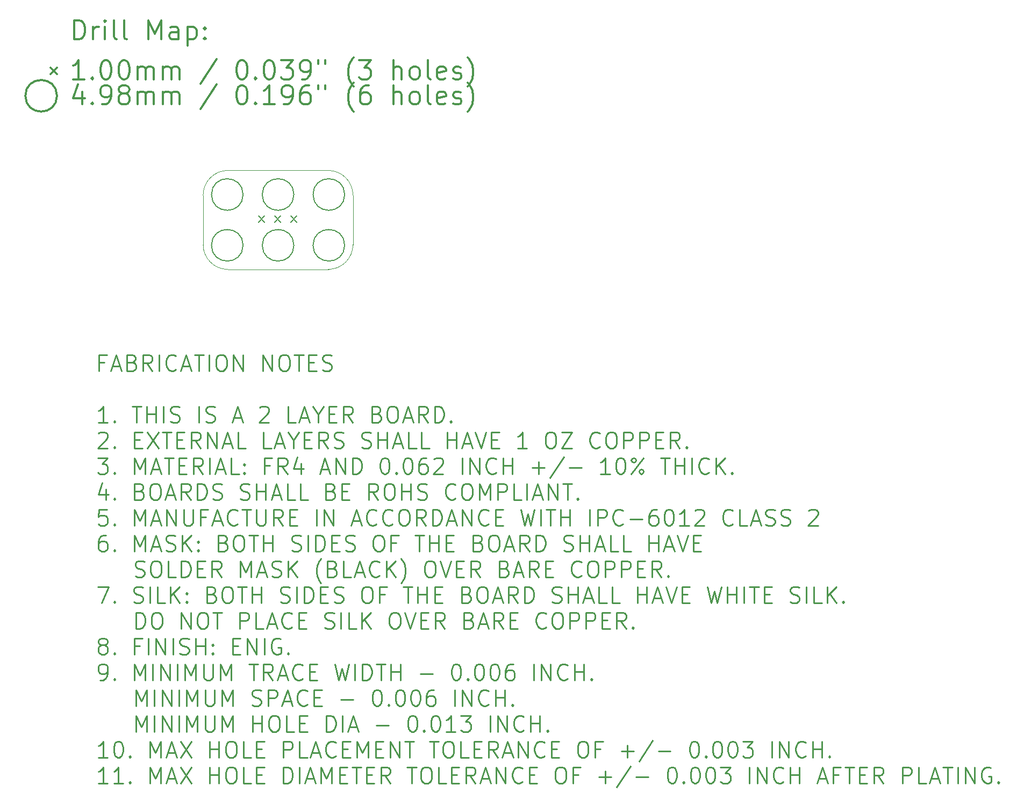
<source format=gbr>
G04 This is an RS-274x file exported by *
G04 gerbv version 2.6.0 *
G04 More information is available about gerbv at *
G04 http://gerbv.gpleda.org/ *
G04 --End of header info--*
%MOIN*%
%FSLAX34Y34*%
%IPPOS*%
G04 --Define apertures--*
%ADD10C,0.0050*%
%ADD11C,0.0079*%
%ADD12C,0.0118*%
%ADD13C,0.0138*%
%ADD14C,0.0016*%
%ADD15C,0.0100*%
G04 --Start main section--*
G54D11*
G01X0012490Y-012809D02*
G01X0012884Y-013203D01*
G01X0012884Y-012809D02*
G01X0012490Y-013203D01*
G01X0013490Y-012809D02*
G01X0013884Y-013203D01*
G01X0013884Y-012809D02*
G01X0013490Y-013203D01*
G01X0014490Y-012809D02*
G01X0014884Y-013203D01*
G01X0014884Y-012809D02*
G01X0014490Y-013203D01*
G01X0011541Y-011470D02*
G75*
G03X0011541Y-011470I-000980J0000000D01*
G01X0011541Y-014620D02*
G75*
G03X0011541Y-014620I-000980J0000000D01*
G01X0014691Y-011470D02*
G75*
G03X0014691Y-011470I-000980J0000000D01*
G01X0014691Y-014620D02*
G75*
G03X0014691Y-014620I-000980J0000000D01*
G01X0017840Y-011470D02*
G75*
G03X0017840Y-011470I-000980J0000000D01*
G01X0017840Y-014620D02*
G75*
G03X0017840Y-014620I-000980J0000000D01*
G54D12*
G01X0001069Y-001834D02*
G01X0001069Y-000652D01*
G01X0001069Y-000652D02*
G01X0001350Y-000652D01*
G01X0001350Y-000652D02*
G01X0001519Y-000709D01*
G01X0001519Y-000709D02*
G01X0001631Y-000821D01*
G01X0001631Y-000821D02*
G01X0001687Y-000934D01*
G01X0001687Y-000934D02*
G01X0001744Y-001159D01*
G01X0001744Y-001159D02*
G01X0001744Y-001327D01*
G01X0001744Y-001327D02*
G01X0001687Y-001552D01*
G01X0001687Y-001552D02*
G01X0001631Y-001665D01*
G01X0001631Y-001665D02*
G01X0001519Y-001777D01*
G01X0001519Y-001777D02*
G01X0001350Y-001834D01*
G01X0001350Y-001834D02*
G01X0001069Y-001834D01*
G01X0002250Y-001834D02*
G01X0002250Y-001046D01*
G01X0002250Y-001271D02*
G01X0002306Y-001159D01*
G01X0002306Y-001159D02*
G01X0002362Y-001102D01*
G01X0002362Y-001102D02*
G01X0002475Y-001046D01*
G01X0002475Y-001046D02*
G01X0002587Y-001046D01*
G01X0002981Y-001834D02*
G01X0002981Y-001046D01*
G01X0002981Y-000652D02*
G01X0002925Y-000709D01*
G01X0002925Y-000709D02*
G01X0002981Y-000765D01*
G01X0002981Y-000765D02*
G01X0003037Y-000709D01*
G01X0003037Y-000709D02*
G01X0002981Y-000652D01*
G01X0002981Y-000652D02*
G01X0002981Y-000765D01*
G01X0003712Y-001834D02*
G01X0003600Y-001777D01*
G01X0003600Y-001777D02*
G01X0003543Y-001665D01*
G01X0003543Y-001665D02*
G01X0003543Y-000652D01*
G01X0004331Y-001834D02*
G01X0004218Y-001777D01*
G01X0004218Y-001777D02*
G01X0004162Y-001665D01*
G01X0004162Y-001665D02*
G01X0004162Y-000652D01*
G01X0005681Y-001834D02*
G01X0005681Y-000652D01*
G01X0005681Y-000652D02*
G01X0006074Y-001496D01*
G01X0006074Y-001496D02*
G01X0006468Y-000652D01*
G01X0006468Y-000652D02*
G01X0006468Y-001834D01*
G01X0007537Y-001834D02*
G01X0007537Y-001215D01*
G01X0007537Y-001215D02*
G01X0007480Y-001102D01*
G01X0007480Y-001102D02*
G01X0007368Y-001046D01*
G01X0007368Y-001046D02*
G01X0007143Y-001046D01*
G01X0007143Y-001046D02*
G01X0007030Y-001102D01*
G01X0007537Y-001777D02*
G01X0007424Y-001834D01*
G01X0007424Y-001834D02*
G01X0007143Y-001834D01*
G01X0007143Y-001834D02*
G01X0007030Y-001777D01*
G01X0007030Y-001777D02*
G01X0006974Y-001665D01*
G01X0006974Y-001665D02*
G01X0006974Y-001552D01*
G01X0006974Y-001552D02*
G01X0007030Y-001440D01*
G01X0007030Y-001440D02*
G01X0007143Y-001384D01*
G01X0007143Y-001384D02*
G01X0007424Y-001384D01*
G01X0007424Y-001384D02*
G01X0007537Y-001327D01*
G01X0008099Y-001046D02*
G01X0008099Y-002227D01*
G01X0008099Y-001102D02*
G01X0008211Y-001046D01*
G01X0008211Y-001046D02*
G01X0008436Y-001046D01*
G01X0008436Y-001046D02*
G01X0008549Y-001102D01*
G01X0008549Y-001102D02*
G01X0008605Y-001159D01*
G01X0008605Y-001159D02*
G01X0008661Y-001271D01*
G01X0008661Y-001271D02*
G01X0008661Y-001609D01*
G01X0008661Y-001609D02*
G01X0008605Y-001721D01*
G01X0008605Y-001721D02*
G01X0008549Y-001777D01*
G01X0008549Y-001777D02*
G01X0008436Y-001834D01*
G01X0008436Y-001834D02*
G01X0008211Y-001834D01*
G01X0008211Y-001834D02*
G01X0008099Y-001777D01*
G01X0009168Y-001721D02*
G01X0009224Y-001777D01*
G01X0009224Y-001777D02*
G01X0009168Y-001834D01*
G01X0009168Y-001834D02*
G01X0009111Y-001777D01*
G01X0009111Y-001777D02*
G01X0009168Y-001721D01*
G01X0009168Y-001721D02*
G01X0009168Y-001834D01*
G01X0009168Y-001102D02*
G01X0009224Y-001159D01*
G01X0009224Y-001159D02*
G01X0009168Y-001215D01*
G01X0009168Y-001215D02*
G01X0009111Y-001159D01*
G01X0009111Y-001159D02*
G01X0009168Y-001102D01*
G01X0009168Y-001102D02*
G01X0009168Y-001215D01*
G01X-000394Y-003583D02*
G01X0000000Y-003977D01*
G01X0000000Y-003583D02*
G01X-000394Y-003977D01*
G01X0001687Y-004314D02*
G01X0001012Y-004314D01*
G01X0001350Y-004314D02*
G01X0001350Y-003133D01*
G01X0001350Y-003133D02*
G01X0001237Y-003301D01*
G01X0001237Y-003301D02*
G01X0001125Y-003414D01*
G01X0001125Y-003414D02*
G01X0001012Y-003470D01*
G01X0002193Y-004201D02*
G01X0002250Y-004258D01*
G01X0002250Y-004258D02*
G01X0002193Y-004314D01*
G01X0002193Y-004314D02*
G01X0002137Y-004258D01*
G01X0002137Y-004258D02*
G01X0002193Y-004201D01*
G01X0002193Y-004201D02*
G01X0002193Y-004314D01*
G01X0002981Y-003133D02*
G01X0003093Y-003133D01*
G01X0003093Y-003133D02*
G01X0003206Y-003189D01*
G01X0003206Y-003189D02*
G01X0003262Y-003245D01*
G01X0003262Y-003245D02*
G01X0003318Y-003358D01*
G01X0003318Y-003358D02*
G01X0003375Y-003583D01*
G01X0003375Y-003583D02*
G01X0003375Y-003864D01*
G01X0003375Y-003864D02*
G01X0003318Y-004089D01*
G01X0003318Y-004089D02*
G01X0003262Y-004201D01*
G01X0003262Y-004201D02*
G01X0003206Y-004258D01*
G01X0003206Y-004258D02*
G01X0003093Y-004314D01*
G01X0003093Y-004314D02*
G01X0002981Y-004314D01*
G01X0002981Y-004314D02*
G01X0002868Y-004258D01*
G01X0002868Y-004258D02*
G01X0002812Y-004201D01*
G01X0002812Y-004201D02*
G01X0002756Y-004089D01*
G01X0002756Y-004089D02*
G01X0002700Y-003864D01*
G01X0002700Y-003864D02*
G01X0002700Y-003583D01*
G01X0002700Y-003583D02*
G01X0002756Y-003358D01*
G01X0002756Y-003358D02*
G01X0002812Y-003245D01*
G01X0002812Y-003245D02*
G01X0002868Y-003189D01*
G01X0002868Y-003189D02*
G01X0002981Y-003133D01*
G01X0004106Y-003133D02*
G01X0004218Y-003133D01*
G01X0004218Y-003133D02*
G01X0004331Y-003189D01*
G01X0004331Y-003189D02*
G01X0004387Y-003245D01*
G01X0004387Y-003245D02*
G01X0004443Y-003358D01*
G01X0004443Y-003358D02*
G01X0004499Y-003583D01*
G01X0004499Y-003583D02*
G01X0004499Y-003864D01*
G01X0004499Y-003864D02*
G01X0004443Y-004089D01*
G01X0004443Y-004089D02*
G01X0004387Y-004201D01*
G01X0004387Y-004201D02*
G01X0004331Y-004258D01*
G01X0004331Y-004258D02*
G01X0004218Y-004314D01*
G01X0004218Y-004314D02*
G01X0004106Y-004314D01*
G01X0004106Y-004314D02*
G01X0003993Y-004258D01*
G01X0003993Y-004258D02*
G01X0003937Y-004201D01*
G01X0003937Y-004201D02*
G01X0003881Y-004089D01*
G01X0003881Y-004089D02*
G01X0003825Y-003864D01*
G01X0003825Y-003864D02*
G01X0003825Y-003583D01*
G01X0003825Y-003583D02*
G01X0003881Y-003358D01*
G01X0003881Y-003358D02*
G01X0003937Y-003245D01*
G01X0003937Y-003245D02*
G01X0003993Y-003189D01*
G01X0003993Y-003189D02*
G01X0004106Y-003133D01*
G01X0005006Y-004314D02*
G01X0005006Y-003526D01*
G01X0005006Y-003639D02*
G01X0005062Y-003583D01*
G01X0005062Y-003583D02*
G01X0005174Y-003526D01*
G01X0005174Y-003526D02*
G01X0005343Y-003526D01*
G01X0005343Y-003526D02*
G01X0005456Y-003583D01*
G01X0005456Y-003583D02*
G01X0005512Y-003695D01*
G01X0005512Y-003695D02*
G01X0005512Y-004314D01*
G01X0005512Y-003695D02*
G01X0005568Y-003583D01*
G01X0005568Y-003583D02*
G01X0005681Y-003526D01*
G01X0005681Y-003526D02*
G01X0005849Y-003526D01*
G01X0005849Y-003526D02*
G01X0005962Y-003583D01*
G01X0005962Y-003583D02*
G01X0006018Y-003695D01*
G01X0006018Y-003695D02*
G01X0006018Y-004314D01*
G01X0006580Y-004314D02*
G01X0006580Y-003526D01*
G01X0006580Y-003639D02*
G01X0006637Y-003583D01*
G01X0006637Y-003583D02*
G01X0006749Y-003526D01*
G01X0006749Y-003526D02*
G01X0006918Y-003526D01*
G01X0006918Y-003526D02*
G01X0007030Y-003583D01*
G01X0007030Y-003583D02*
G01X0007087Y-003695D01*
G01X0007087Y-003695D02*
G01X0007087Y-004314D01*
G01X0007087Y-003695D02*
G01X0007143Y-003583D01*
G01X0007143Y-003583D02*
G01X0007255Y-003526D01*
G01X0007255Y-003526D02*
G01X0007424Y-003526D01*
G01X0007424Y-003526D02*
G01X0007537Y-003583D01*
G01X0007537Y-003583D02*
G01X0007593Y-003695D01*
G01X0007593Y-003695D02*
G01X0007593Y-004314D01*
G01X0009899Y-003076D02*
G01X0008886Y-004595D01*
G01X0011417Y-003133D02*
G01X0011530Y-003133D01*
G01X0011530Y-003133D02*
G01X0011642Y-003189D01*
G01X0011642Y-003189D02*
G01X0011699Y-003245D01*
G01X0011699Y-003245D02*
G01X0011755Y-003358D01*
G01X0011755Y-003358D02*
G01X0011811Y-003583D01*
G01X0011811Y-003583D02*
G01X0011811Y-003864D01*
G01X0011811Y-003864D02*
G01X0011755Y-004089D01*
G01X0011755Y-004089D02*
G01X0011699Y-004201D01*
G01X0011699Y-004201D02*
G01X0011642Y-004258D01*
G01X0011642Y-004258D02*
G01X0011530Y-004314D01*
G01X0011530Y-004314D02*
G01X0011417Y-004314D01*
G01X0011417Y-004314D02*
G01X0011305Y-004258D01*
G01X0011305Y-004258D02*
G01X0011249Y-004201D01*
G01X0011249Y-004201D02*
G01X0011192Y-004089D01*
G01X0011192Y-004089D02*
G01X0011136Y-003864D01*
G01X0011136Y-003864D02*
G01X0011136Y-003583D01*
G01X0011136Y-003583D02*
G01X0011192Y-003358D01*
G01X0011192Y-003358D02*
G01X0011249Y-003245D01*
G01X0011249Y-003245D02*
G01X0011305Y-003189D01*
G01X0011305Y-003189D02*
G01X0011417Y-003133D01*
G01X0012317Y-004201D02*
G01X0012373Y-004258D01*
G01X0012373Y-004258D02*
G01X0012317Y-004314D01*
G01X0012317Y-004314D02*
G01X0012261Y-004258D01*
G01X0012261Y-004258D02*
G01X0012317Y-004201D01*
G01X0012317Y-004201D02*
G01X0012317Y-004314D01*
G01X0013105Y-003133D02*
G01X0013217Y-003133D01*
G01X0013217Y-003133D02*
G01X0013330Y-003189D01*
G01X0013330Y-003189D02*
G01X0013386Y-003245D01*
G01X0013386Y-003245D02*
G01X0013442Y-003358D01*
G01X0013442Y-003358D02*
G01X0013498Y-003583D01*
G01X0013498Y-003583D02*
G01X0013498Y-003864D01*
G01X0013498Y-003864D02*
G01X0013442Y-004089D01*
G01X0013442Y-004089D02*
G01X0013386Y-004201D01*
G01X0013386Y-004201D02*
G01X0013330Y-004258D01*
G01X0013330Y-004258D02*
G01X0013217Y-004314D01*
G01X0013217Y-004314D02*
G01X0013105Y-004314D01*
G01X0013105Y-004314D02*
G01X0012992Y-004258D01*
G01X0012992Y-004258D02*
G01X0012936Y-004201D01*
G01X0012936Y-004201D02*
G01X0012880Y-004089D01*
G01X0012880Y-004089D02*
G01X0012823Y-003864D01*
G01X0012823Y-003864D02*
G01X0012823Y-003583D01*
G01X0012823Y-003583D02*
G01X0012880Y-003358D01*
G01X0012880Y-003358D02*
G01X0012936Y-003245D01*
G01X0012936Y-003245D02*
G01X0012992Y-003189D01*
G01X0012992Y-003189D02*
G01X0013105Y-003133D01*
G01X0013892Y-003133D02*
G01X0014623Y-003133D01*
G01X0014623Y-003133D02*
G01X0014229Y-003583D01*
G01X0014229Y-003583D02*
G01X0014398Y-003583D01*
G01X0014398Y-003583D02*
G01X0014511Y-003639D01*
G01X0014511Y-003639D02*
G01X0014567Y-003695D01*
G01X0014567Y-003695D02*
G01X0014623Y-003808D01*
G01X0014623Y-003808D02*
G01X0014623Y-004089D01*
G01X0014623Y-004089D02*
G01X0014567Y-004201D01*
G01X0014567Y-004201D02*
G01X0014511Y-004258D01*
G01X0014511Y-004258D02*
G01X0014398Y-004314D01*
G01X0014398Y-004314D02*
G01X0014061Y-004314D01*
G01X0014061Y-004314D02*
G01X0013948Y-004258D01*
G01X0013948Y-004258D02*
G01X0013892Y-004201D01*
G01X0015186Y-004314D02*
G01X0015411Y-004314D01*
G01X0015411Y-004314D02*
G01X0015523Y-004258D01*
G01X0015523Y-004258D02*
G01X0015579Y-004201D01*
G01X0015579Y-004201D02*
G01X0015692Y-004033D01*
G01X0015692Y-004033D02*
G01X0015748Y-003808D01*
G01X0015748Y-003808D02*
G01X0015748Y-003358D01*
G01X0015748Y-003358D02*
G01X0015692Y-003245D01*
G01X0015692Y-003245D02*
G01X0015636Y-003189D01*
G01X0015636Y-003189D02*
G01X0015523Y-003133D01*
G01X0015523Y-003133D02*
G01X0015298Y-003133D01*
G01X0015298Y-003133D02*
G01X0015186Y-003189D01*
G01X0015186Y-003189D02*
G01X0015129Y-003245D01*
G01X0015129Y-003245D02*
G01X0015073Y-003358D01*
G01X0015073Y-003358D02*
G01X0015073Y-003639D01*
G01X0015073Y-003639D02*
G01X0015129Y-003751D01*
G01X0015129Y-003751D02*
G01X0015186Y-003808D01*
G01X0015186Y-003808D02*
G01X0015298Y-003864D01*
G01X0015298Y-003864D02*
G01X0015523Y-003864D01*
G01X0015523Y-003864D02*
G01X0015636Y-003808D01*
G01X0015636Y-003808D02*
G01X0015692Y-003751D01*
G01X0015692Y-003751D02*
G01X0015748Y-003639D01*
G01X0016198Y-003133D02*
G01X0016198Y-003358D01*
G01X0016648Y-003133D02*
G01X0016648Y-003358D01*
G01X0018391Y-004764D02*
G01X0018335Y-004708D01*
G01X0018335Y-004708D02*
G01X0018223Y-004539D01*
G01X0018223Y-004539D02*
G01X0018166Y-004426D01*
G01X0018166Y-004426D02*
G01X0018110Y-004258D01*
G01X0018110Y-004258D02*
G01X0018054Y-003976D01*
G01X0018054Y-003976D02*
G01X0018054Y-003751D01*
G01X0018054Y-003751D02*
G01X0018110Y-003470D01*
G01X0018110Y-003470D02*
G01X0018166Y-003301D01*
G01X0018166Y-003301D02*
G01X0018223Y-003189D01*
G01X0018223Y-003189D02*
G01X0018335Y-003020D01*
G01X0018335Y-003020D02*
G01X0018391Y-002964D01*
G01X0018729Y-003133D02*
G01X0019460Y-003133D01*
G01X0019460Y-003133D02*
G01X0019066Y-003583D01*
G01X0019066Y-003583D02*
G01X0019235Y-003583D01*
G01X0019235Y-003583D02*
G01X0019348Y-003639D01*
G01X0019348Y-003639D02*
G01X0019404Y-003695D01*
G01X0019404Y-003695D02*
G01X0019460Y-003808D01*
G01X0019460Y-003808D02*
G01X0019460Y-004089D01*
G01X0019460Y-004089D02*
G01X0019404Y-004201D01*
G01X0019404Y-004201D02*
G01X0019348Y-004258D01*
G01X0019348Y-004258D02*
G01X0019235Y-004314D01*
G01X0019235Y-004314D02*
G01X0018898Y-004314D01*
G01X0018898Y-004314D02*
G01X0018785Y-004258D01*
G01X0018785Y-004258D02*
G01X0018729Y-004201D01*
G01X0020866Y-004314D02*
G01X0020866Y-003133D01*
G01X0021372Y-004314D02*
G01X0021372Y-003695D01*
G01X0021372Y-003695D02*
G01X0021316Y-003583D01*
G01X0021316Y-003583D02*
G01X0021204Y-003526D01*
G01X0021204Y-003526D02*
G01X0021035Y-003526D01*
G01X0021035Y-003526D02*
G01X0020922Y-003583D01*
G01X0020922Y-003583D02*
G01X0020866Y-003639D01*
G01X0022103Y-004314D02*
G01X0021991Y-004258D01*
G01X0021991Y-004258D02*
G01X0021935Y-004201D01*
G01X0021935Y-004201D02*
G01X0021879Y-004089D01*
G01X0021879Y-004089D02*
G01X0021879Y-003751D01*
G01X0021879Y-003751D02*
G01X0021935Y-003639D01*
G01X0021935Y-003639D02*
G01X0021991Y-003583D01*
G01X0021991Y-003583D02*
G01X0022103Y-003526D01*
G01X0022103Y-003526D02*
G01X0022272Y-003526D01*
G01X0022272Y-003526D02*
G01X0022385Y-003583D01*
G01X0022385Y-003583D02*
G01X0022441Y-003639D01*
G01X0022441Y-003639D02*
G01X0022497Y-003751D01*
G01X0022497Y-003751D02*
G01X0022497Y-004089D01*
G01X0022497Y-004089D02*
G01X0022441Y-004201D01*
G01X0022441Y-004201D02*
G01X0022385Y-004258D01*
G01X0022385Y-004258D02*
G01X0022272Y-004314D01*
G01X0022272Y-004314D02*
G01X0022103Y-004314D01*
G01X0023172Y-004314D02*
G01X0023060Y-004258D01*
G01X0023060Y-004258D02*
G01X0023003Y-004145D01*
G01X0023003Y-004145D02*
G01X0023003Y-003133D01*
G01X0024072Y-004258D02*
G01X0023960Y-004314D01*
G01X0023960Y-004314D02*
G01X0023735Y-004314D01*
G01X0023735Y-004314D02*
G01X0023622Y-004258D01*
G01X0023622Y-004258D02*
G01X0023566Y-004145D01*
G01X0023566Y-004145D02*
G01X0023566Y-003695D01*
G01X0023566Y-003695D02*
G01X0023622Y-003583D01*
G01X0023622Y-003583D02*
G01X0023735Y-003526D01*
G01X0023735Y-003526D02*
G01X0023960Y-003526D01*
G01X0023960Y-003526D02*
G01X0024072Y-003583D01*
G01X0024072Y-003583D02*
G01X0024128Y-003695D01*
G01X0024128Y-003695D02*
G01X0024128Y-003808D01*
G01X0024128Y-003808D02*
G01X0023566Y-003920D01*
G01X0024578Y-004258D02*
G01X0024691Y-004314D01*
G01X0024691Y-004314D02*
G01X0024916Y-004314D01*
G01X0024916Y-004314D02*
G01X0025028Y-004258D01*
G01X0025028Y-004258D02*
G01X0025084Y-004145D01*
G01X0025084Y-004145D02*
G01X0025084Y-004089D01*
G01X0025084Y-004089D02*
G01X0025028Y-003976D01*
G01X0025028Y-003976D02*
G01X0024916Y-003920D01*
G01X0024916Y-003920D02*
G01X0024747Y-003920D01*
G01X0024747Y-003920D02*
G01X0024634Y-003864D01*
G01X0024634Y-003864D02*
G01X0024578Y-003751D01*
G01X0024578Y-003751D02*
G01X0024578Y-003695D01*
G01X0024578Y-003695D02*
G01X0024634Y-003583D01*
G01X0024634Y-003583D02*
G01X0024747Y-003526D01*
G01X0024747Y-003526D02*
G01X0024916Y-003526D01*
G01X0024916Y-003526D02*
G01X0025028Y-003583D01*
G01X0025478Y-004764D02*
G01X0025534Y-004708D01*
G01X0025534Y-004708D02*
G01X0025647Y-004539D01*
G01X0025647Y-004539D02*
G01X0025703Y-004426D01*
G01X0025703Y-004426D02*
G01X0025759Y-004258D01*
G01X0025759Y-004258D02*
G01X0025816Y-003976D01*
G01X0025816Y-003976D02*
G01X0025816Y-003751D01*
G01X0025816Y-003751D02*
G01X0025759Y-003470D01*
G01X0025759Y-003470D02*
G01X0025703Y-003301D01*
G01X0025703Y-003301D02*
G01X0025647Y-003189D01*
G01X0025647Y-003189D02*
G01X0025534Y-003020D01*
G01X0025534Y-003020D02*
G01X0025478Y-002964D01*
G01X0000000Y-005339D02*
G75*
G03X0000000Y-005339I-000980J0000000D01*
G01X0001575Y-005085D02*
G01X0001575Y-005873D01*
G01X0001294Y-004636D02*
G01X0001012Y-005479D01*
G01X0001012Y-005479D02*
G01X0001744Y-005479D01*
G01X0002193Y-005760D02*
G01X0002250Y-005817D01*
G01X0002250Y-005817D02*
G01X0002193Y-005873D01*
G01X0002193Y-005873D02*
G01X0002137Y-005817D01*
G01X0002137Y-005817D02*
G01X0002193Y-005760D01*
G01X0002193Y-005760D02*
G01X0002193Y-005873D01*
G01X0002812Y-005873D02*
G01X0003037Y-005873D01*
G01X0003037Y-005873D02*
G01X0003150Y-005817D01*
G01X0003150Y-005817D02*
G01X0003206Y-005760D01*
G01X0003206Y-005760D02*
G01X0003318Y-005592D01*
G01X0003318Y-005592D02*
G01X0003375Y-005367D01*
G01X0003375Y-005367D02*
G01X0003375Y-004917D01*
G01X0003375Y-004917D02*
G01X0003318Y-004804D01*
G01X0003318Y-004804D02*
G01X0003262Y-004748D01*
G01X0003262Y-004748D02*
G01X0003150Y-004692D01*
G01X0003150Y-004692D02*
G01X0002925Y-004692D01*
G01X0002925Y-004692D02*
G01X0002812Y-004748D01*
G01X0002812Y-004748D02*
G01X0002756Y-004804D01*
G01X0002756Y-004804D02*
G01X0002700Y-004917D01*
G01X0002700Y-004917D02*
G01X0002700Y-005198D01*
G01X0002700Y-005198D02*
G01X0002756Y-005310D01*
G01X0002756Y-005310D02*
G01X0002812Y-005367D01*
G01X0002812Y-005367D02*
G01X0002925Y-005423D01*
G01X0002925Y-005423D02*
G01X0003150Y-005423D01*
G01X0003150Y-005423D02*
G01X0003262Y-005367D01*
G01X0003262Y-005367D02*
G01X0003318Y-005310D01*
G01X0003318Y-005310D02*
G01X0003375Y-005198D01*
G01X0004049Y-005198D02*
G01X0003937Y-005142D01*
G01X0003937Y-005142D02*
G01X0003881Y-005085D01*
G01X0003881Y-005085D02*
G01X0003825Y-004973D01*
G01X0003825Y-004973D02*
G01X0003825Y-004917D01*
G01X0003825Y-004917D02*
G01X0003881Y-004804D01*
G01X0003881Y-004804D02*
G01X0003937Y-004748D01*
G01X0003937Y-004748D02*
G01X0004049Y-004692D01*
G01X0004049Y-004692D02*
G01X0004274Y-004692D01*
G01X0004274Y-004692D02*
G01X0004387Y-004748D01*
G01X0004387Y-004748D02*
G01X0004443Y-004804D01*
G01X0004443Y-004804D02*
G01X0004499Y-004917D01*
G01X0004499Y-004917D02*
G01X0004499Y-004973D01*
G01X0004499Y-004973D02*
G01X0004443Y-005085D01*
G01X0004443Y-005085D02*
G01X0004387Y-005142D01*
G01X0004387Y-005142D02*
G01X0004274Y-005198D01*
G01X0004274Y-005198D02*
G01X0004049Y-005198D01*
G01X0004049Y-005198D02*
G01X0003937Y-005254D01*
G01X0003937Y-005254D02*
G01X0003881Y-005310D01*
G01X0003881Y-005310D02*
G01X0003825Y-005423D01*
G01X0003825Y-005423D02*
G01X0003825Y-005648D01*
G01X0003825Y-005648D02*
G01X0003881Y-005760D01*
G01X0003881Y-005760D02*
G01X0003937Y-005817D01*
G01X0003937Y-005817D02*
G01X0004049Y-005873D01*
G01X0004049Y-005873D02*
G01X0004274Y-005873D01*
G01X0004274Y-005873D02*
G01X0004387Y-005817D01*
G01X0004387Y-005817D02*
G01X0004443Y-005760D01*
G01X0004443Y-005760D02*
G01X0004499Y-005648D01*
G01X0004499Y-005648D02*
G01X0004499Y-005423D01*
G01X0004499Y-005423D02*
G01X0004443Y-005310D01*
G01X0004443Y-005310D02*
G01X0004387Y-005254D01*
G01X0004387Y-005254D02*
G01X0004274Y-005198D01*
G01X0005006Y-005873D02*
G01X0005006Y-005085D01*
G01X0005006Y-005198D02*
G01X0005062Y-005142D01*
G01X0005062Y-005142D02*
G01X0005174Y-005085D01*
G01X0005174Y-005085D02*
G01X0005343Y-005085D01*
G01X0005343Y-005085D02*
G01X0005456Y-005142D01*
G01X0005456Y-005142D02*
G01X0005512Y-005254D01*
G01X0005512Y-005254D02*
G01X0005512Y-005873D01*
G01X0005512Y-005254D02*
G01X0005568Y-005142D01*
G01X0005568Y-005142D02*
G01X0005681Y-005085D01*
G01X0005681Y-005085D02*
G01X0005849Y-005085D01*
G01X0005849Y-005085D02*
G01X0005962Y-005142D01*
G01X0005962Y-005142D02*
G01X0006018Y-005254D01*
G01X0006018Y-005254D02*
G01X0006018Y-005873D01*
G01X0006580Y-005873D02*
G01X0006580Y-005085D01*
G01X0006580Y-005198D02*
G01X0006637Y-005142D01*
G01X0006637Y-005142D02*
G01X0006749Y-005085D01*
G01X0006749Y-005085D02*
G01X0006918Y-005085D01*
G01X0006918Y-005085D02*
G01X0007030Y-005142D01*
G01X0007030Y-005142D02*
G01X0007087Y-005254D01*
G01X0007087Y-005254D02*
G01X0007087Y-005873D01*
G01X0007087Y-005254D02*
G01X0007143Y-005142D01*
G01X0007143Y-005142D02*
G01X0007255Y-005085D01*
G01X0007255Y-005085D02*
G01X0007424Y-005085D01*
G01X0007424Y-005085D02*
G01X0007537Y-005142D01*
G01X0007537Y-005142D02*
G01X0007593Y-005254D01*
G01X0007593Y-005254D02*
G01X0007593Y-005873D01*
G01X0009899Y-004636D02*
G01X0008886Y-006154D01*
G01X0011417Y-004692D02*
G01X0011530Y-004692D01*
G01X0011530Y-004692D02*
G01X0011642Y-004748D01*
G01X0011642Y-004748D02*
G01X0011699Y-004804D01*
G01X0011699Y-004804D02*
G01X0011755Y-004917D01*
G01X0011755Y-004917D02*
G01X0011811Y-005142D01*
G01X0011811Y-005142D02*
G01X0011811Y-005423D01*
G01X0011811Y-005423D02*
G01X0011755Y-005648D01*
G01X0011755Y-005648D02*
G01X0011699Y-005760D01*
G01X0011699Y-005760D02*
G01X0011642Y-005817D01*
G01X0011642Y-005817D02*
G01X0011530Y-005873D01*
G01X0011530Y-005873D02*
G01X0011417Y-005873D01*
G01X0011417Y-005873D02*
G01X0011305Y-005817D01*
G01X0011305Y-005817D02*
G01X0011249Y-005760D01*
G01X0011249Y-005760D02*
G01X0011192Y-005648D01*
G01X0011192Y-005648D02*
G01X0011136Y-005423D01*
G01X0011136Y-005423D02*
G01X0011136Y-005142D01*
G01X0011136Y-005142D02*
G01X0011192Y-004917D01*
G01X0011192Y-004917D02*
G01X0011249Y-004804D01*
G01X0011249Y-004804D02*
G01X0011305Y-004748D01*
G01X0011305Y-004748D02*
G01X0011417Y-004692D01*
G01X0012317Y-005760D02*
G01X0012373Y-005817D01*
G01X0012373Y-005817D02*
G01X0012317Y-005873D01*
G01X0012317Y-005873D02*
G01X0012261Y-005817D01*
G01X0012261Y-005817D02*
G01X0012317Y-005760D01*
G01X0012317Y-005760D02*
G01X0012317Y-005873D01*
G01X0013498Y-005873D02*
G01X0012823Y-005873D01*
G01X0013161Y-005873D02*
G01X0013161Y-004692D01*
G01X0013161Y-004692D02*
G01X0013048Y-004861D01*
G01X0013048Y-004861D02*
G01X0012936Y-004973D01*
G01X0012936Y-004973D02*
G01X0012823Y-005029D01*
G01X0014061Y-005873D02*
G01X0014286Y-005873D01*
G01X0014286Y-005873D02*
G01X0014398Y-005817D01*
G01X0014398Y-005817D02*
G01X0014454Y-005760D01*
G01X0014454Y-005760D02*
G01X0014567Y-005592D01*
G01X0014567Y-005592D02*
G01X0014623Y-005367D01*
G01X0014623Y-005367D02*
G01X0014623Y-004917D01*
G01X0014623Y-004917D02*
G01X0014567Y-004804D01*
G01X0014567Y-004804D02*
G01X0014511Y-004748D01*
G01X0014511Y-004748D02*
G01X0014398Y-004692D01*
G01X0014398Y-004692D02*
G01X0014173Y-004692D01*
G01X0014173Y-004692D02*
G01X0014061Y-004748D01*
G01X0014061Y-004748D02*
G01X0014005Y-004804D01*
G01X0014005Y-004804D02*
G01X0013948Y-004917D01*
G01X0013948Y-004917D02*
G01X0013948Y-005198D01*
G01X0013948Y-005198D02*
G01X0014005Y-005310D01*
G01X0014005Y-005310D02*
G01X0014061Y-005367D01*
G01X0014061Y-005367D02*
G01X0014173Y-005423D01*
G01X0014173Y-005423D02*
G01X0014398Y-005423D01*
G01X0014398Y-005423D02*
G01X0014511Y-005367D01*
G01X0014511Y-005367D02*
G01X0014567Y-005310D01*
G01X0014567Y-005310D02*
G01X0014623Y-005198D01*
G01X0015636Y-004692D02*
G01X0015411Y-004692D01*
G01X0015411Y-004692D02*
G01X0015298Y-004748D01*
G01X0015298Y-004748D02*
G01X0015242Y-004804D01*
G01X0015242Y-004804D02*
G01X0015129Y-004973D01*
G01X0015129Y-004973D02*
G01X0015073Y-005198D01*
G01X0015073Y-005198D02*
G01X0015073Y-005648D01*
G01X0015073Y-005648D02*
G01X0015129Y-005760D01*
G01X0015129Y-005760D02*
G01X0015186Y-005817D01*
G01X0015186Y-005817D02*
G01X0015298Y-005873D01*
G01X0015298Y-005873D02*
G01X0015523Y-005873D01*
G01X0015523Y-005873D02*
G01X0015636Y-005817D01*
G01X0015636Y-005817D02*
G01X0015692Y-005760D01*
G01X0015692Y-005760D02*
G01X0015748Y-005648D01*
G01X0015748Y-005648D02*
G01X0015748Y-005367D01*
G01X0015748Y-005367D02*
G01X0015692Y-005254D01*
G01X0015692Y-005254D02*
G01X0015636Y-005198D01*
G01X0015636Y-005198D02*
G01X0015523Y-005142D01*
G01X0015523Y-005142D02*
G01X0015298Y-005142D01*
G01X0015298Y-005142D02*
G01X0015186Y-005198D01*
G01X0015186Y-005198D02*
G01X0015129Y-005254D01*
G01X0015129Y-005254D02*
G01X0015073Y-005367D01*
G01X0016198Y-004692D02*
G01X0016198Y-004917D01*
G01X0016648Y-004692D02*
G01X0016648Y-004917D01*
G01X0018391Y-006323D02*
G01X0018335Y-006267D01*
G01X0018335Y-006267D02*
G01X0018223Y-006098D01*
G01X0018223Y-006098D02*
G01X0018166Y-005985D01*
G01X0018166Y-005985D02*
G01X0018110Y-005817D01*
G01X0018110Y-005817D02*
G01X0018054Y-005535D01*
G01X0018054Y-005535D02*
G01X0018054Y-005310D01*
G01X0018054Y-005310D02*
G01X0018110Y-005029D01*
G01X0018110Y-005029D02*
G01X0018166Y-004861D01*
G01X0018166Y-004861D02*
G01X0018223Y-004748D01*
G01X0018223Y-004748D02*
G01X0018335Y-004579D01*
G01X0018335Y-004579D02*
G01X0018391Y-004523D01*
G01X0019348Y-004692D02*
G01X0019123Y-004692D01*
G01X0019123Y-004692D02*
G01X0019010Y-004748D01*
G01X0019010Y-004748D02*
G01X0018954Y-004804D01*
G01X0018954Y-004804D02*
G01X0018841Y-004973D01*
G01X0018841Y-004973D02*
G01X0018785Y-005198D01*
G01X0018785Y-005198D02*
G01X0018785Y-005648D01*
G01X0018785Y-005648D02*
G01X0018841Y-005760D01*
G01X0018841Y-005760D02*
G01X0018898Y-005817D01*
G01X0018898Y-005817D02*
G01X0019010Y-005873D01*
G01X0019010Y-005873D02*
G01X0019235Y-005873D01*
G01X0019235Y-005873D02*
G01X0019348Y-005817D01*
G01X0019348Y-005817D02*
G01X0019404Y-005760D01*
G01X0019404Y-005760D02*
G01X0019460Y-005648D01*
G01X0019460Y-005648D02*
G01X0019460Y-005367D01*
G01X0019460Y-005367D02*
G01X0019404Y-005254D01*
G01X0019404Y-005254D02*
G01X0019348Y-005198D01*
G01X0019348Y-005198D02*
G01X0019235Y-005142D01*
G01X0019235Y-005142D02*
G01X0019010Y-005142D01*
G01X0019010Y-005142D02*
G01X0018898Y-005198D01*
G01X0018898Y-005198D02*
G01X0018841Y-005254D01*
G01X0018841Y-005254D02*
G01X0018785Y-005367D01*
G01X0020866Y-005873D02*
G01X0020866Y-004692D01*
G01X0021372Y-005873D02*
G01X0021372Y-005254D01*
G01X0021372Y-005254D02*
G01X0021316Y-005142D01*
G01X0021316Y-005142D02*
G01X0021204Y-005085D01*
G01X0021204Y-005085D02*
G01X0021035Y-005085D01*
G01X0021035Y-005085D02*
G01X0020922Y-005142D01*
G01X0020922Y-005142D02*
G01X0020866Y-005198D01*
G01X0022103Y-005873D02*
G01X0021991Y-005817D01*
G01X0021991Y-005817D02*
G01X0021935Y-005760D01*
G01X0021935Y-005760D02*
G01X0021879Y-005648D01*
G01X0021879Y-005648D02*
G01X0021879Y-005310D01*
G01X0021879Y-005310D02*
G01X0021935Y-005198D01*
G01X0021935Y-005198D02*
G01X0021991Y-005142D01*
G01X0021991Y-005142D02*
G01X0022103Y-005085D01*
G01X0022103Y-005085D02*
G01X0022272Y-005085D01*
G01X0022272Y-005085D02*
G01X0022385Y-005142D01*
G01X0022385Y-005142D02*
G01X0022441Y-005198D01*
G01X0022441Y-005198D02*
G01X0022497Y-005310D01*
G01X0022497Y-005310D02*
G01X0022497Y-005648D01*
G01X0022497Y-005648D02*
G01X0022441Y-005760D01*
G01X0022441Y-005760D02*
G01X0022385Y-005817D01*
G01X0022385Y-005817D02*
G01X0022272Y-005873D01*
G01X0022272Y-005873D02*
G01X0022103Y-005873D01*
G01X0023172Y-005873D02*
G01X0023060Y-005817D01*
G01X0023060Y-005817D02*
G01X0023003Y-005704D01*
G01X0023003Y-005704D02*
G01X0023003Y-004692D01*
G01X0024072Y-005817D02*
G01X0023960Y-005873D01*
G01X0023960Y-005873D02*
G01X0023735Y-005873D01*
G01X0023735Y-005873D02*
G01X0023622Y-005817D01*
G01X0023622Y-005817D02*
G01X0023566Y-005704D01*
G01X0023566Y-005704D02*
G01X0023566Y-005254D01*
G01X0023566Y-005254D02*
G01X0023622Y-005142D01*
G01X0023622Y-005142D02*
G01X0023735Y-005085D01*
G01X0023735Y-005085D02*
G01X0023960Y-005085D01*
G01X0023960Y-005085D02*
G01X0024072Y-005142D01*
G01X0024072Y-005142D02*
G01X0024128Y-005254D01*
G01X0024128Y-005254D02*
G01X0024128Y-005367D01*
G01X0024128Y-005367D02*
G01X0023566Y-005479D01*
G01X0024578Y-005817D02*
G01X0024691Y-005873D01*
G01X0024691Y-005873D02*
G01X0024916Y-005873D01*
G01X0024916Y-005873D02*
G01X0025028Y-005817D01*
G01X0025028Y-005817D02*
G01X0025084Y-005704D01*
G01X0025084Y-005704D02*
G01X0025084Y-005648D01*
G01X0025084Y-005648D02*
G01X0025028Y-005535D01*
G01X0025028Y-005535D02*
G01X0024916Y-005479D01*
G01X0024916Y-005479D02*
G01X0024747Y-005479D01*
G01X0024747Y-005479D02*
G01X0024634Y-005423D01*
G01X0024634Y-005423D02*
G01X0024578Y-005310D01*
G01X0024578Y-005310D02*
G01X0024578Y-005254D01*
G01X0024578Y-005254D02*
G01X0024634Y-005142D01*
G01X0024634Y-005142D02*
G01X0024747Y-005085D01*
G01X0024747Y-005085D02*
G01X0024916Y-005085D01*
G01X0024916Y-005085D02*
G01X0025028Y-005142D01*
G01X0025478Y-006323D02*
G01X0025534Y-006267D01*
G01X0025534Y-006267D02*
G01X0025647Y-006098D01*
G01X0025647Y-006098D02*
G01X0025703Y-005985D01*
G01X0025703Y-005985D02*
G01X0025759Y-005817D01*
G01X0025759Y-005817D02*
G01X0025816Y-005535D01*
G01X0025816Y-005535D02*
G01X0025816Y-005310D01*
G01X0025816Y-005310D02*
G01X0025759Y-005029D01*
G01X0025759Y-005029D02*
G01X0025703Y-004861D01*
G01X0025703Y-004861D02*
G01X0025647Y-004748D01*
G01X0025647Y-004748D02*
G01X0025534Y-004579D01*
G01X0025534Y-004579D02*
G01X0025478Y-004523D01*
G01X0000000Y0000000D02*
G54D14*
G01X0016860Y-009974D02*
G01X0010600Y-009974D01*
G01X0016860Y-016116D02*
G01X0010600Y-016116D01*
G01X0009065Y-014581D02*
G01X0009065Y-011510D01*
G01X0009065Y-014581D02*
G75*
G03X0010600Y-016116I0001535J0000000D01*
G01X0010600Y-009974D02*
G75*
G03X0009065Y-011510I0000000J-001535D01*
G01X0018356Y-014581D02*
G01X0018356Y-011510D01*
G01X0018356Y-011510D02*
G75*
G03X0016821Y-009974I-001535J0000000D01*
G01X0016821Y-016116D02*
G75*
G03X0018356Y-014581I0000000J0001535D01*
G01X0000000Y0000000D02*
G54D15*
G01X0002951Y-021889D02*
G01X0002618Y-021889D01*
G01X0002618Y-022412D02*
G01X0002618Y-021412D01*
G01X0002618Y-021412D02*
G01X0003094Y-021412D01*
G01X0003428Y-022127D02*
G01X0003904Y-022127D01*
G01X0003332Y-022412D02*
G01X0003666Y-021412D01*
G01X0003666Y-021412D02*
G01X0003999Y-022412D01*
G01X0004666Y-021889D02*
G01X0004809Y-021936D01*
G01X0004809Y-021936D02*
G01X0004856Y-021984D01*
G01X0004856Y-021984D02*
G01X0004904Y-022079D01*
G01X0004904Y-022079D02*
G01X0004904Y-022222D01*
G01X0004904Y-022222D02*
G01X0004856Y-022317D01*
G01X0004856Y-022317D02*
G01X0004809Y-022365D01*
G01X0004809Y-022365D02*
G01X0004713Y-022412D01*
G01X0004713Y-022412D02*
G01X0004332Y-022412D01*
G01X0004332Y-022412D02*
G01X0004332Y-021412D01*
G01X0004332Y-021412D02*
G01X0004666Y-021412D01*
G01X0004666Y-021412D02*
G01X0004761Y-021460D01*
G01X0004761Y-021460D02*
G01X0004809Y-021508D01*
G01X0004809Y-021508D02*
G01X0004856Y-021603D01*
G01X0004856Y-021603D02*
G01X0004856Y-021698D01*
G01X0004856Y-021698D02*
G01X0004809Y-021793D01*
G01X0004809Y-021793D02*
G01X0004761Y-021841D01*
G01X0004761Y-021841D02*
G01X0004666Y-021889D01*
G01X0004666Y-021889D02*
G01X0004332Y-021889D01*
G01X0005904Y-022412D02*
G01X0005570Y-021936D01*
G01X0005332Y-022412D02*
G01X0005332Y-021412D01*
G01X0005332Y-021412D02*
G01X0005713Y-021412D01*
G01X0005713Y-021412D02*
G01X0005809Y-021460D01*
G01X0005809Y-021460D02*
G01X0005856Y-021508D01*
G01X0005856Y-021508D02*
G01X0005904Y-021603D01*
G01X0005904Y-021603D02*
G01X0005904Y-021746D01*
G01X0005904Y-021746D02*
G01X0005856Y-021841D01*
G01X0005856Y-021841D02*
G01X0005809Y-021889D01*
G01X0005809Y-021889D02*
G01X0005713Y-021936D01*
G01X0005713Y-021936D02*
G01X0005332Y-021936D01*
G01X0006332Y-022412D02*
G01X0006332Y-021412D01*
G01X0007380Y-022317D02*
G01X0007332Y-022365D01*
G01X0007332Y-022365D02*
G01X0007190Y-022412D01*
G01X0007190Y-022412D02*
G01X0007094Y-022412D01*
G01X0007094Y-022412D02*
G01X0006951Y-022365D01*
G01X0006951Y-022365D02*
G01X0006856Y-022270D01*
G01X0006856Y-022270D02*
G01X0006809Y-022174D01*
G01X0006809Y-022174D02*
G01X0006761Y-021984D01*
G01X0006761Y-021984D02*
G01X0006761Y-021841D01*
G01X0006761Y-021841D02*
G01X0006809Y-021650D01*
G01X0006809Y-021650D02*
G01X0006856Y-021555D01*
G01X0006856Y-021555D02*
G01X0006951Y-021460D01*
G01X0006951Y-021460D02*
G01X0007094Y-021412D01*
G01X0007094Y-021412D02*
G01X0007190Y-021412D01*
G01X0007190Y-021412D02*
G01X0007332Y-021460D01*
G01X0007332Y-021460D02*
G01X0007380Y-021508D01*
G01X0007761Y-022127D02*
G01X0008237Y-022127D01*
G01X0007666Y-022412D02*
G01X0007999Y-021412D01*
G01X0007999Y-021412D02*
G01X0008332Y-022412D01*
G01X0008523Y-021412D02*
G01X0009094Y-021412D01*
G01X0008809Y-022412D02*
G01X0008809Y-021412D01*
G01X0009428Y-022412D02*
G01X0009428Y-021412D01*
G01X0010094Y-021412D02*
G01X0010285Y-021412D01*
G01X0010285Y-021412D02*
G01X0010380Y-021460D01*
G01X0010380Y-021460D02*
G01X0010475Y-021555D01*
G01X0010475Y-021555D02*
G01X0010523Y-021746D01*
G01X0010523Y-021746D02*
G01X0010523Y-022079D01*
G01X0010523Y-022079D02*
G01X0010475Y-022270D01*
G01X0010475Y-022270D02*
G01X0010380Y-022365D01*
G01X0010380Y-022365D02*
G01X0010285Y-022412D01*
G01X0010285Y-022412D02*
G01X0010094Y-022412D01*
G01X0010094Y-022412D02*
G01X0009999Y-022365D01*
G01X0009999Y-022365D02*
G01X0009904Y-022270D01*
G01X0009904Y-022270D02*
G01X0009856Y-022079D01*
G01X0009856Y-022079D02*
G01X0009856Y-021746D01*
G01X0009856Y-021746D02*
G01X0009904Y-021555D01*
G01X0009904Y-021555D02*
G01X0009999Y-021460D01*
G01X0009999Y-021460D02*
G01X0010094Y-021412D01*
G01X0010951Y-022412D02*
G01X0010951Y-021412D01*
G01X0010951Y-021412D02*
G01X0011523Y-022412D01*
G01X0011523Y-022412D02*
G01X0011523Y-021412D01*
G01X0012761Y-022412D02*
G01X0012761Y-021412D01*
G01X0012761Y-021412D02*
G01X0013332Y-022412D01*
G01X0013332Y-022412D02*
G01X0013332Y-021412D01*
G01X0013999Y-021412D02*
G01X0014190Y-021412D01*
G01X0014190Y-021412D02*
G01X0014285Y-021460D01*
G01X0014285Y-021460D02*
G01X0014380Y-021555D01*
G01X0014380Y-021555D02*
G01X0014428Y-021746D01*
G01X0014428Y-021746D02*
G01X0014428Y-022079D01*
G01X0014428Y-022079D02*
G01X0014380Y-022270D01*
G01X0014380Y-022270D02*
G01X0014285Y-022365D01*
G01X0014285Y-022365D02*
G01X0014190Y-022412D01*
G01X0014190Y-022412D02*
G01X0013999Y-022412D01*
G01X0013999Y-022412D02*
G01X0013904Y-022365D01*
G01X0013904Y-022365D02*
G01X0013809Y-022270D01*
G01X0013809Y-022270D02*
G01X0013761Y-022079D01*
G01X0013761Y-022079D02*
G01X0013761Y-021746D01*
G01X0013761Y-021746D02*
G01X0013809Y-021555D01*
G01X0013809Y-021555D02*
G01X0013904Y-021460D01*
G01X0013904Y-021460D02*
G01X0013999Y-021412D01*
G01X0014713Y-021412D02*
G01X0015285Y-021412D01*
G01X0014999Y-022412D02*
G01X0014999Y-021412D01*
G01X0015618Y-021889D02*
G01X0015951Y-021889D01*
G01X0016094Y-022412D02*
G01X0015618Y-022412D01*
G01X0015618Y-022412D02*
G01X0015618Y-021412D01*
G01X0015618Y-021412D02*
G01X0016094Y-021412D01*
G01X0016475Y-022365D02*
G01X0016618Y-022412D01*
G01X0016618Y-022412D02*
G01X0016856Y-022412D01*
G01X0016856Y-022412D02*
G01X0016951Y-022365D01*
G01X0016951Y-022365D02*
G01X0016999Y-022317D01*
G01X0016999Y-022317D02*
G01X0017047Y-022222D01*
G01X0017047Y-022222D02*
G01X0017047Y-022127D01*
G01X0017047Y-022127D02*
G01X0016999Y-022031D01*
G01X0016999Y-022031D02*
G01X0016951Y-021984D01*
G01X0016951Y-021984D02*
G01X0016856Y-021936D01*
G01X0016856Y-021936D02*
G01X0016666Y-021889D01*
G01X0016666Y-021889D02*
G01X0016570Y-021841D01*
G01X0016570Y-021841D02*
G01X0016523Y-021793D01*
G01X0016523Y-021793D02*
G01X0016475Y-021698D01*
G01X0016475Y-021698D02*
G01X0016475Y-021603D01*
G01X0016475Y-021603D02*
G01X0016523Y-021508D01*
G01X0016523Y-021508D02*
G01X0016570Y-021460D01*
G01X0016570Y-021460D02*
G01X0016666Y-021412D01*
G01X0016666Y-021412D02*
G01X0016904Y-021412D01*
G01X0016904Y-021412D02*
G01X0017047Y-021460D01*
G01X0003142Y-025612D02*
G01X0002570Y-025612D01*
G01X0002856Y-025612D02*
G01X0002856Y-024612D01*
G01X0002856Y-024612D02*
G01X0002761Y-024755D01*
G01X0002761Y-024755D02*
G01X0002666Y-024850D01*
G01X0002666Y-024850D02*
G01X0002570Y-024898D01*
G01X0003570Y-025517D02*
G01X0003618Y-025565D01*
G01X0003618Y-025565D02*
G01X0003570Y-025612D01*
G01X0003570Y-025612D02*
G01X0003523Y-025565D01*
G01X0003523Y-025565D02*
G01X0003570Y-025517D01*
G01X0003570Y-025517D02*
G01X0003570Y-025612D01*
G01X0004666Y-024612D02*
G01X0005237Y-024612D01*
G01X0004951Y-025612D02*
G01X0004951Y-024612D01*
G01X0005570Y-025612D02*
G01X0005570Y-024612D01*
G01X0005570Y-025089D02*
G01X0006142Y-025089D01*
G01X0006142Y-025612D02*
G01X0006142Y-024612D01*
G01X0006618Y-025612D02*
G01X0006618Y-024612D01*
G01X0007047Y-025565D02*
G01X0007190Y-025612D01*
G01X0007190Y-025612D02*
G01X0007428Y-025612D01*
G01X0007428Y-025612D02*
G01X0007523Y-025565D01*
G01X0007523Y-025565D02*
G01X0007570Y-025517D01*
G01X0007570Y-025517D02*
G01X0007618Y-025422D01*
G01X0007618Y-025422D02*
G01X0007618Y-025327D01*
G01X0007618Y-025327D02*
G01X0007570Y-025231D01*
G01X0007570Y-025231D02*
G01X0007523Y-025184D01*
G01X0007523Y-025184D02*
G01X0007428Y-025136D01*
G01X0007428Y-025136D02*
G01X0007237Y-025089D01*
G01X0007237Y-025089D02*
G01X0007142Y-025041D01*
G01X0007142Y-025041D02*
G01X0007094Y-024993D01*
G01X0007094Y-024993D02*
G01X0007047Y-024898D01*
G01X0007047Y-024898D02*
G01X0007047Y-024803D01*
G01X0007047Y-024803D02*
G01X0007094Y-024708D01*
G01X0007094Y-024708D02*
G01X0007142Y-024660D01*
G01X0007142Y-024660D02*
G01X0007237Y-024612D01*
G01X0007237Y-024612D02*
G01X0007475Y-024612D01*
G01X0007475Y-024612D02*
G01X0007618Y-024660D01*
G01X0008809Y-025612D02*
G01X0008809Y-024612D01*
G01X0009237Y-025565D02*
G01X0009380Y-025612D01*
G01X0009380Y-025612D02*
G01X0009618Y-025612D01*
G01X0009618Y-025612D02*
G01X0009713Y-025565D01*
G01X0009713Y-025565D02*
G01X0009761Y-025517D01*
G01X0009761Y-025517D02*
G01X0009809Y-025422D01*
G01X0009809Y-025422D02*
G01X0009809Y-025327D01*
G01X0009809Y-025327D02*
G01X0009761Y-025231D01*
G01X0009761Y-025231D02*
G01X0009713Y-025184D01*
G01X0009713Y-025184D02*
G01X0009618Y-025136D01*
G01X0009618Y-025136D02*
G01X0009428Y-025089D01*
G01X0009428Y-025089D02*
G01X0009332Y-025041D01*
G01X0009332Y-025041D02*
G01X0009285Y-024993D01*
G01X0009285Y-024993D02*
G01X0009237Y-024898D01*
G01X0009237Y-024898D02*
G01X0009237Y-024803D01*
G01X0009237Y-024803D02*
G01X0009285Y-024708D01*
G01X0009285Y-024708D02*
G01X0009332Y-024660D01*
G01X0009332Y-024660D02*
G01X0009428Y-024612D01*
G01X0009428Y-024612D02*
G01X0009666Y-024612D01*
G01X0009666Y-024612D02*
G01X0009809Y-024660D01*
G01X0010951Y-025327D02*
G01X0011428Y-025327D01*
G01X0010856Y-025612D02*
G01X0011190Y-024612D01*
G01X0011190Y-024612D02*
G01X0011523Y-025612D01*
G01X0012570Y-024708D02*
G01X0012618Y-024660D01*
G01X0012618Y-024660D02*
G01X0012713Y-024612D01*
G01X0012713Y-024612D02*
G01X0012951Y-024612D01*
G01X0012951Y-024612D02*
G01X0013047Y-024660D01*
G01X0013047Y-024660D02*
G01X0013094Y-024708D01*
G01X0013094Y-024708D02*
G01X0013142Y-024803D01*
G01X0013142Y-024803D02*
G01X0013142Y-024898D01*
G01X0013142Y-024898D02*
G01X0013094Y-025041D01*
G01X0013094Y-025041D02*
G01X0012523Y-025612D01*
G01X0012523Y-025612D02*
G01X0013142Y-025612D01*
G01X0014809Y-025612D02*
G01X0014332Y-025612D01*
G01X0014332Y-025612D02*
G01X0014332Y-024612D01*
G01X0015094Y-025327D02*
G01X0015570Y-025327D01*
G01X0014999Y-025612D02*
G01X0015332Y-024612D01*
G01X0015332Y-024612D02*
G01X0015666Y-025612D01*
G01X0016190Y-025136D02*
G01X0016190Y-025612D01*
G01X0015856Y-024612D02*
G01X0016190Y-025136D01*
G01X0016190Y-025136D02*
G01X0016523Y-024612D01*
G01X0016856Y-025089D02*
G01X0017190Y-025089D01*
G01X0017332Y-025612D02*
G01X0016856Y-025612D01*
G01X0016856Y-025612D02*
G01X0016856Y-024612D01*
G01X0016856Y-024612D02*
G01X0017332Y-024612D01*
G01X0018332Y-025612D02*
G01X0017999Y-025136D01*
G01X0017761Y-025612D02*
G01X0017761Y-024612D01*
G01X0017761Y-024612D02*
G01X0018142Y-024612D01*
G01X0018142Y-024612D02*
G01X0018237Y-024660D01*
G01X0018237Y-024660D02*
G01X0018285Y-024708D01*
G01X0018285Y-024708D02*
G01X0018332Y-024803D01*
G01X0018332Y-024803D02*
G01X0018332Y-024946D01*
G01X0018332Y-024946D02*
G01X0018285Y-025041D01*
G01X0018285Y-025041D02*
G01X0018237Y-025089D01*
G01X0018237Y-025089D02*
G01X0018142Y-025136D01*
G01X0018142Y-025136D02*
G01X0017761Y-025136D01*
G01X0019856Y-025089D02*
G01X0019999Y-025136D01*
G01X0019999Y-025136D02*
G01X0020047Y-025184D01*
G01X0020047Y-025184D02*
G01X0020094Y-025279D01*
G01X0020094Y-025279D02*
G01X0020094Y-025422D01*
G01X0020094Y-025422D02*
G01X0020047Y-025517D01*
G01X0020047Y-025517D02*
G01X0019999Y-025565D01*
G01X0019999Y-025565D02*
G01X0019904Y-025612D01*
G01X0019904Y-025612D02*
G01X0019523Y-025612D01*
G01X0019523Y-025612D02*
G01X0019523Y-024612D01*
G01X0019523Y-024612D02*
G01X0019856Y-024612D01*
G01X0019856Y-024612D02*
G01X0019951Y-024660D01*
G01X0019951Y-024660D02*
G01X0019999Y-024708D01*
G01X0019999Y-024708D02*
G01X0020047Y-024803D01*
G01X0020047Y-024803D02*
G01X0020047Y-024898D01*
G01X0020047Y-024898D02*
G01X0019999Y-024993D01*
G01X0019999Y-024993D02*
G01X0019951Y-025041D01*
G01X0019951Y-025041D02*
G01X0019856Y-025089D01*
G01X0019856Y-025089D02*
G01X0019523Y-025089D01*
G01X0020713Y-024612D02*
G01X0020904Y-024612D01*
G01X0020904Y-024612D02*
G01X0020999Y-024660D01*
G01X0020999Y-024660D02*
G01X0021094Y-024755D01*
G01X0021094Y-024755D02*
G01X0021142Y-024946D01*
G01X0021142Y-024946D02*
G01X0021142Y-025279D01*
G01X0021142Y-025279D02*
G01X0021094Y-025470D01*
G01X0021094Y-025470D02*
G01X0020999Y-025565D01*
G01X0020999Y-025565D02*
G01X0020904Y-025612D01*
G01X0020904Y-025612D02*
G01X0020713Y-025612D01*
G01X0020713Y-025612D02*
G01X0020618Y-025565D01*
G01X0020618Y-025565D02*
G01X0020523Y-025470D01*
G01X0020523Y-025470D02*
G01X0020475Y-025279D01*
G01X0020475Y-025279D02*
G01X0020475Y-024946D01*
G01X0020475Y-024946D02*
G01X0020523Y-024755D01*
G01X0020523Y-024755D02*
G01X0020618Y-024660D01*
G01X0020618Y-024660D02*
G01X0020713Y-024612D01*
G01X0021523Y-025327D02*
G01X0021999Y-025327D01*
G01X0021428Y-025612D02*
G01X0021761Y-024612D01*
G01X0021761Y-024612D02*
G01X0022094Y-025612D01*
G01X0022999Y-025612D02*
G01X0022666Y-025136D01*
G01X0022428Y-025612D02*
G01X0022428Y-024612D01*
G01X0022428Y-024612D02*
G01X0022809Y-024612D01*
G01X0022809Y-024612D02*
G01X0022904Y-024660D01*
G01X0022904Y-024660D02*
G01X0022951Y-024708D01*
G01X0022951Y-024708D02*
G01X0022999Y-024803D01*
G01X0022999Y-024803D02*
G01X0022999Y-024946D01*
G01X0022999Y-024946D02*
G01X0022951Y-025041D01*
G01X0022951Y-025041D02*
G01X0022904Y-025089D01*
G01X0022904Y-025089D02*
G01X0022809Y-025136D01*
G01X0022809Y-025136D02*
G01X0022428Y-025136D01*
G01X0023428Y-025612D02*
G01X0023428Y-024612D01*
G01X0023428Y-024612D02*
G01X0023666Y-024612D01*
G01X0023666Y-024612D02*
G01X0023809Y-024660D01*
G01X0023809Y-024660D02*
G01X0023904Y-024755D01*
G01X0023904Y-024755D02*
G01X0023951Y-024850D01*
G01X0023951Y-024850D02*
G01X0023999Y-025041D01*
G01X0023999Y-025041D02*
G01X0023999Y-025184D01*
G01X0023999Y-025184D02*
G01X0023951Y-025374D01*
G01X0023951Y-025374D02*
G01X0023904Y-025470D01*
G01X0023904Y-025470D02*
G01X0023809Y-025565D01*
G01X0023809Y-025565D02*
G01X0023666Y-025612D01*
G01X0023666Y-025612D02*
G01X0023428Y-025612D01*
G01X0024428Y-025517D02*
G01X0024475Y-025565D01*
G01X0024475Y-025565D02*
G01X0024428Y-025612D01*
G01X0024428Y-025612D02*
G01X0024380Y-025565D01*
G01X0024380Y-025565D02*
G01X0024428Y-025517D01*
G01X0024428Y-025517D02*
G01X0024428Y-025612D01*
G01X0002570Y-026308D02*
G01X0002618Y-026260D01*
G01X0002618Y-026260D02*
G01X0002713Y-026212D01*
G01X0002713Y-026212D02*
G01X0002951Y-026212D01*
G01X0002951Y-026212D02*
G01X0003047Y-026260D01*
G01X0003047Y-026260D02*
G01X0003094Y-026308D01*
G01X0003094Y-026308D02*
G01X0003142Y-026403D01*
G01X0003142Y-026403D02*
G01X0003142Y-026498D01*
G01X0003142Y-026498D02*
G01X0003094Y-026641D01*
G01X0003094Y-026641D02*
G01X0002523Y-027212D01*
G01X0002523Y-027212D02*
G01X0003142Y-027212D01*
G01X0003570Y-027117D02*
G01X0003618Y-027165D01*
G01X0003618Y-027165D02*
G01X0003570Y-027212D01*
G01X0003570Y-027212D02*
G01X0003523Y-027165D01*
G01X0003523Y-027165D02*
G01X0003570Y-027117D01*
G01X0003570Y-027117D02*
G01X0003570Y-027212D01*
G01X0004809Y-026689D02*
G01X0005142Y-026689D01*
G01X0005285Y-027212D02*
G01X0004809Y-027212D01*
G01X0004809Y-027212D02*
G01X0004809Y-026212D01*
G01X0004809Y-026212D02*
G01X0005285Y-026212D01*
G01X0005618Y-026212D02*
G01X0006285Y-027212D01*
G01X0006285Y-026212D02*
G01X0005618Y-027212D01*
G01X0006523Y-026212D02*
G01X0007094Y-026212D01*
G01X0006809Y-027212D02*
G01X0006809Y-026212D01*
G01X0007428Y-026689D02*
G01X0007761Y-026689D01*
G01X0007904Y-027212D02*
G01X0007428Y-027212D01*
G01X0007428Y-027212D02*
G01X0007428Y-026212D01*
G01X0007428Y-026212D02*
G01X0007904Y-026212D01*
G01X0008904Y-027212D02*
G01X0008570Y-026736D01*
G01X0008332Y-027212D02*
G01X0008332Y-026212D01*
G01X0008332Y-026212D02*
G01X0008713Y-026212D01*
G01X0008713Y-026212D02*
G01X0008809Y-026260D01*
G01X0008809Y-026260D02*
G01X0008856Y-026308D01*
G01X0008856Y-026308D02*
G01X0008904Y-026403D01*
G01X0008904Y-026403D02*
G01X0008904Y-026546D01*
G01X0008904Y-026546D02*
G01X0008856Y-026641D01*
G01X0008856Y-026641D02*
G01X0008809Y-026689D01*
G01X0008809Y-026689D02*
G01X0008713Y-026736D01*
G01X0008713Y-026736D02*
G01X0008332Y-026736D01*
G01X0009332Y-027212D02*
G01X0009332Y-026212D01*
G01X0009332Y-026212D02*
G01X0009904Y-027212D01*
G01X0009904Y-027212D02*
G01X0009904Y-026212D01*
G01X0010332Y-026927D02*
G01X0010809Y-026927D01*
G01X0010237Y-027212D02*
G01X0010570Y-026212D01*
G01X0010570Y-026212D02*
G01X0010904Y-027212D01*
G01X0011713Y-027212D02*
G01X0011237Y-027212D01*
G01X0011237Y-027212D02*
G01X0011237Y-026212D01*
G01X0013285Y-027212D02*
G01X0012809Y-027212D01*
G01X0012809Y-027212D02*
G01X0012809Y-026212D01*
G01X0013570Y-026927D02*
G01X0014047Y-026927D01*
G01X0013475Y-027212D02*
G01X0013809Y-026212D01*
G01X0013809Y-026212D02*
G01X0014142Y-027212D01*
G01X0014666Y-026736D02*
G01X0014666Y-027212D01*
G01X0014332Y-026212D02*
G01X0014666Y-026736D01*
G01X0014666Y-026736D02*
G01X0014999Y-026212D01*
G01X0015332Y-026689D02*
G01X0015666Y-026689D01*
G01X0015809Y-027212D02*
G01X0015332Y-027212D01*
G01X0015332Y-027212D02*
G01X0015332Y-026212D01*
G01X0015332Y-026212D02*
G01X0015809Y-026212D01*
G01X0016809Y-027212D02*
G01X0016475Y-026736D01*
G01X0016237Y-027212D02*
G01X0016237Y-026212D01*
G01X0016237Y-026212D02*
G01X0016618Y-026212D01*
G01X0016618Y-026212D02*
G01X0016713Y-026260D01*
G01X0016713Y-026260D02*
G01X0016761Y-026308D01*
G01X0016761Y-026308D02*
G01X0016809Y-026403D01*
G01X0016809Y-026403D02*
G01X0016809Y-026546D01*
G01X0016809Y-026546D02*
G01X0016761Y-026641D01*
G01X0016761Y-026641D02*
G01X0016713Y-026689D01*
G01X0016713Y-026689D02*
G01X0016618Y-026736D01*
G01X0016618Y-026736D02*
G01X0016237Y-026736D01*
G01X0017190Y-027165D02*
G01X0017332Y-027212D01*
G01X0017332Y-027212D02*
G01X0017570Y-027212D01*
G01X0017570Y-027212D02*
G01X0017666Y-027165D01*
G01X0017666Y-027165D02*
G01X0017713Y-027117D01*
G01X0017713Y-027117D02*
G01X0017761Y-027022D01*
G01X0017761Y-027022D02*
G01X0017761Y-026927D01*
G01X0017761Y-026927D02*
G01X0017713Y-026831D01*
G01X0017713Y-026831D02*
G01X0017666Y-026784D01*
G01X0017666Y-026784D02*
G01X0017570Y-026736D01*
G01X0017570Y-026736D02*
G01X0017380Y-026689D01*
G01X0017380Y-026689D02*
G01X0017285Y-026641D01*
G01X0017285Y-026641D02*
G01X0017237Y-026593D01*
G01X0017237Y-026593D02*
G01X0017190Y-026498D01*
G01X0017190Y-026498D02*
G01X0017190Y-026403D01*
G01X0017190Y-026403D02*
G01X0017237Y-026308D01*
G01X0017237Y-026308D02*
G01X0017285Y-026260D01*
G01X0017285Y-026260D02*
G01X0017380Y-026212D01*
G01X0017380Y-026212D02*
G01X0017618Y-026212D01*
G01X0017618Y-026212D02*
G01X0017761Y-026260D01*
G01X0018904Y-027165D02*
G01X0019047Y-027212D01*
G01X0019047Y-027212D02*
G01X0019285Y-027212D01*
G01X0019285Y-027212D02*
G01X0019380Y-027165D01*
G01X0019380Y-027165D02*
G01X0019428Y-027117D01*
G01X0019428Y-027117D02*
G01X0019475Y-027022D01*
G01X0019475Y-027022D02*
G01X0019475Y-026927D01*
G01X0019475Y-026927D02*
G01X0019428Y-026831D01*
G01X0019428Y-026831D02*
G01X0019380Y-026784D01*
G01X0019380Y-026784D02*
G01X0019285Y-026736D01*
G01X0019285Y-026736D02*
G01X0019094Y-026689D01*
G01X0019094Y-026689D02*
G01X0018999Y-026641D01*
G01X0018999Y-026641D02*
G01X0018951Y-026593D01*
G01X0018951Y-026593D02*
G01X0018904Y-026498D01*
G01X0018904Y-026498D02*
G01X0018904Y-026403D01*
G01X0018904Y-026403D02*
G01X0018951Y-026308D01*
G01X0018951Y-026308D02*
G01X0018999Y-026260D01*
G01X0018999Y-026260D02*
G01X0019094Y-026212D01*
G01X0019094Y-026212D02*
G01X0019332Y-026212D01*
G01X0019332Y-026212D02*
G01X0019475Y-026260D01*
G01X0019904Y-027212D02*
G01X0019904Y-026212D01*
G01X0019904Y-026689D02*
G01X0020475Y-026689D01*
G01X0020475Y-027212D02*
G01X0020475Y-026212D01*
G01X0020904Y-026927D02*
G01X0021380Y-026927D01*
G01X0020809Y-027212D02*
G01X0021142Y-026212D01*
G01X0021142Y-026212D02*
G01X0021475Y-027212D01*
G01X0022285Y-027212D02*
G01X0021809Y-027212D01*
G01X0021809Y-027212D02*
G01X0021809Y-026212D01*
G01X0023094Y-027212D02*
G01X0022618Y-027212D01*
G01X0022618Y-027212D02*
G01X0022618Y-026212D01*
G01X0024190Y-027212D02*
G01X0024190Y-026212D01*
G01X0024190Y-026689D02*
G01X0024761Y-026689D01*
G01X0024761Y-027212D02*
G01X0024761Y-026212D01*
G01X0025190Y-026927D02*
G01X0025666Y-026927D01*
G01X0025094Y-027212D02*
G01X0025428Y-026212D01*
G01X0025428Y-026212D02*
G01X0025761Y-027212D01*
G01X0025951Y-026212D02*
G01X0026285Y-027212D01*
G01X0026285Y-027212D02*
G01X0026618Y-026212D01*
G01X0026951Y-026689D02*
G01X0027285Y-026689D01*
G01X0027428Y-027212D02*
G01X0026951Y-027212D01*
G01X0026951Y-027212D02*
G01X0026951Y-026212D01*
G01X0026951Y-026212D02*
G01X0027428Y-026212D01*
G01X0029142Y-027212D02*
G01X0028570Y-027212D01*
G01X0028856Y-027212D02*
G01X0028856Y-026212D01*
G01X0028856Y-026212D02*
G01X0028761Y-026355D01*
G01X0028761Y-026355D02*
G01X0028666Y-026450D01*
G01X0028666Y-026450D02*
G01X0028570Y-026498D01*
G01X0030523Y-026212D02*
G01X0030713Y-026212D01*
G01X0030713Y-026212D02*
G01X0030809Y-026260D01*
G01X0030809Y-026260D02*
G01X0030904Y-026355D01*
G01X0030904Y-026355D02*
G01X0030951Y-026546D01*
G01X0030951Y-026546D02*
G01X0030951Y-026879D01*
G01X0030951Y-026879D02*
G01X0030904Y-027070D01*
G01X0030904Y-027070D02*
G01X0030809Y-027165D01*
G01X0030809Y-027165D02*
G01X0030713Y-027212D01*
G01X0030713Y-027212D02*
G01X0030523Y-027212D01*
G01X0030523Y-027212D02*
G01X0030428Y-027165D01*
G01X0030428Y-027165D02*
G01X0030332Y-027070D01*
G01X0030332Y-027070D02*
G01X0030285Y-026879D01*
G01X0030285Y-026879D02*
G01X0030285Y-026546D01*
G01X0030285Y-026546D02*
G01X0030332Y-026355D01*
G01X0030332Y-026355D02*
G01X0030428Y-026260D01*
G01X0030428Y-026260D02*
G01X0030523Y-026212D01*
G01X0031285Y-026212D02*
G01X0031951Y-026212D01*
G01X0031951Y-026212D02*
G01X0031285Y-027212D01*
G01X0031285Y-027212D02*
G01X0031951Y-027212D01*
G01X0033666Y-027117D02*
G01X0033618Y-027165D01*
G01X0033618Y-027165D02*
G01X0033475Y-027212D01*
G01X0033475Y-027212D02*
G01X0033380Y-027212D01*
G01X0033380Y-027212D02*
G01X0033237Y-027165D01*
G01X0033237Y-027165D02*
G01X0033142Y-027070D01*
G01X0033142Y-027070D02*
G01X0033094Y-026974D01*
G01X0033094Y-026974D02*
G01X0033047Y-026784D01*
G01X0033047Y-026784D02*
G01X0033047Y-026641D01*
G01X0033047Y-026641D02*
G01X0033094Y-026450D01*
G01X0033094Y-026450D02*
G01X0033142Y-026355D01*
G01X0033142Y-026355D02*
G01X0033237Y-026260D01*
G01X0033237Y-026260D02*
G01X0033380Y-026212D01*
G01X0033380Y-026212D02*
G01X0033475Y-026212D01*
G01X0033475Y-026212D02*
G01X0033618Y-026260D01*
G01X0033618Y-026260D02*
G01X0033666Y-026308D01*
G01X0034285Y-026212D02*
G01X0034475Y-026212D01*
G01X0034475Y-026212D02*
G01X0034570Y-026260D01*
G01X0034570Y-026260D02*
G01X0034666Y-026355D01*
G01X0034666Y-026355D02*
G01X0034713Y-026546D01*
G01X0034713Y-026546D02*
G01X0034713Y-026879D01*
G01X0034713Y-026879D02*
G01X0034666Y-027070D01*
G01X0034666Y-027070D02*
G01X0034570Y-027165D01*
G01X0034570Y-027165D02*
G01X0034475Y-027212D01*
G01X0034475Y-027212D02*
G01X0034285Y-027212D01*
G01X0034285Y-027212D02*
G01X0034190Y-027165D01*
G01X0034190Y-027165D02*
G01X0034094Y-027070D01*
G01X0034094Y-027070D02*
G01X0034047Y-026879D01*
G01X0034047Y-026879D02*
G01X0034047Y-026546D01*
G01X0034047Y-026546D02*
G01X0034094Y-026355D01*
G01X0034094Y-026355D02*
G01X0034190Y-026260D01*
G01X0034190Y-026260D02*
G01X0034285Y-026212D01*
G01X0035142Y-027212D02*
G01X0035142Y-026212D01*
G01X0035142Y-026212D02*
G01X0035523Y-026212D01*
G01X0035523Y-026212D02*
G01X0035618Y-026260D01*
G01X0035618Y-026260D02*
G01X0035666Y-026308D01*
G01X0035666Y-026308D02*
G01X0035713Y-026403D01*
G01X0035713Y-026403D02*
G01X0035713Y-026546D01*
G01X0035713Y-026546D02*
G01X0035666Y-026641D01*
G01X0035666Y-026641D02*
G01X0035618Y-026689D01*
G01X0035618Y-026689D02*
G01X0035523Y-026736D01*
G01X0035523Y-026736D02*
G01X0035142Y-026736D01*
G01X0036142Y-027212D02*
G01X0036142Y-026212D01*
G01X0036142Y-026212D02*
G01X0036523Y-026212D01*
G01X0036523Y-026212D02*
G01X0036618Y-026260D01*
G01X0036618Y-026260D02*
G01X0036666Y-026308D01*
G01X0036666Y-026308D02*
G01X0036713Y-026403D01*
G01X0036713Y-026403D02*
G01X0036713Y-026546D01*
G01X0036713Y-026546D02*
G01X0036666Y-026641D01*
G01X0036666Y-026641D02*
G01X0036618Y-026689D01*
G01X0036618Y-026689D02*
G01X0036523Y-026736D01*
G01X0036523Y-026736D02*
G01X0036142Y-026736D01*
G01X0037142Y-026689D02*
G01X0037475Y-026689D01*
G01X0037618Y-027212D02*
G01X0037142Y-027212D01*
G01X0037142Y-027212D02*
G01X0037142Y-026212D01*
G01X0037142Y-026212D02*
G01X0037618Y-026212D01*
G01X0038618Y-027212D02*
G01X0038285Y-026736D01*
G01X0038047Y-027212D02*
G01X0038047Y-026212D01*
G01X0038047Y-026212D02*
G01X0038428Y-026212D01*
G01X0038428Y-026212D02*
G01X0038523Y-026260D01*
G01X0038523Y-026260D02*
G01X0038570Y-026308D01*
G01X0038570Y-026308D02*
G01X0038618Y-026403D01*
G01X0038618Y-026403D02*
G01X0038618Y-026546D01*
G01X0038618Y-026546D02*
G01X0038570Y-026641D01*
G01X0038570Y-026641D02*
G01X0038523Y-026689D01*
G01X0038523Y-026689D02*
G01X0038428Y-026736D01*
G01X0038428Y-026736D02*
G01X0038047Y-026736D01*
G01X0039047Y-027117D02*
G01X0039094Y-027165D01*
G01X0039094Y-027165D02*
G01X0039047Y-027212D01*
G01X0039047Y-027212D02*
G01X0038999Y-027165D01*
G01X0038999Y-027165D02*
G01X0039047Y-027117D01*
G01X0039047Y-027117D02*
G01X0039047Y-027212D01*
G01X0002523Y-027812D02*
G01X0003142Y-027812D01*
G01X0003142Y-027812D02*
G01X0002809Y-028193D01*
G01X0002809Y-028193D02*
G01X0002951Y-028193D01*
G01X0002951Y-028193D02*
G01X0003047Y-028241D01*
G01X0003047Y-028241D02*
G01X0003094Y-028289D01*
G01X0003094Y-028289D02*
G01X0003142Y-028384D01*
G01X0003142Y-028384D02*
G01X0003142Y-028622D01*
G01X0003142Y-028622D02*
G01X0003094Y-028717D01*
G01X0003094Y-028717D02*
G01X0003047Y-028765D01*
G01X0003047Y-028765D02*
G01X0002951Y-028812D01*
G01X0002951Y-028812D02*
G01X0002666Y-028812D01*
G01X0002666Y-028812D02*
G01X0002570Y-028765D01*
G01X0002570Y-028765D02*
G01X0002523Y-028717D01*
G01X0003570Y-028717D02*
G01X0003618Y-028765D01*
G01X0003618Y-028765D02*
G01X0003570Y-028812D01*
G01X0003570Y-028812D02*
G01X0003523Y-028765D01*
G01X0003523Y-028765D02*
G01X0003570Y-028717D01*
G01X0003570Y-028717D02*
G01X0003570Y-028812D01*
G01X0004809Y-028812D02*
G01X0004809Y-027812D01*
G01X0004809Y-027812D02*
G01X0005142Y-028527D01*
G01X0005142Y-028527D02*
G01X0005475Y-027812D01*
G01X0005475Y-027812D02*
G01X0005475Y-028812D01*
G01X0005904Y-028527D02*
G01X0006380Y-028527D01*
G01X0005809Y-028812D02*
G01X0006142Y-027812D01*
G01X0006142Y-027812D02*
G01X0006475Y-028812D01*
G01X0006666Y-027812D02*
G01X0007237Y-027812D01*
G01X0006951Y-028812D02*
G01X0006951Y-027812D01*
G01X0007570Y-028289D02*
G01X0007904Y-028289D01*
G01X0008047Y-028812D02*
G01X0007570Y-028812D01*
G01X0007570Y-028812D02*
G01X0007570Y-027812D01*
G01X0007570Y-027812D02*
G01X0008047Y-027812D01*
G01X0009047Y-028812D02*
G01X0008713Y-028336D01*
G01X0008475Y-028812D02*
G01X0008475Y-027812D01*
G01X0008475Y-027812D02*
G01X0008856Y-027812D01*
G01X0008856Y-027812D02*
G01X0008951Y-027860D01*
G01X0008951Y-027860D02*
G01X0008999Y-027908D01*
G01X0008999Y-027908D02*
G01X0009047Y-028003D01*
G01X0009047Y-028003D02*
G01X0009047Y-028146D01*
G01X0009047Y-028146D02*
G01X0008999Y-028241D01*
G01X0008999Y-028241D02*
G01X0008951Y-028289D01*
G01X0008951Y-028289D02*
G01X0008856Y-028336D01*
G01X0008856Y-028336D02*
G01X0008475Y-028336D01*
G01X0009475Y-028812D02*
G01X0009475Y-027812D01*
G01X0009904Y-028527D02*
G01X0010380Y-028527D01*
G01X0009809Y-028812D02*
G01X0010142Y-027812D01*
G01X0010142Y-027812D02*
G01X0010475Y-028812D01*
G01X0011285Y-028812D02*
G01X0010809Y-028812D01*
G01X0010809Y-028812D02*
G01X0010809Y-027812D01*
G01X0011618Y-028717D02*
G01X0011666Y-028765D01*
G01X0011666Y-028765D02*
G01X0011618Y-028812D01*
G01X0011618Y-028812D02*
G01X0011570Y-028765D01*
G01X0011570Y-028765D02*
G01X0011618Y-028717D01*
G01X0011618Y-028717D02*
G01X0011618Y-028812D01*
G01X0011618Y-028193D02*
G01X0011666Y-028241D01*
G01X0011666Y-028241D02*
G01X0011618Y-028289D01*
G01X0011618Y-028289D02*
G01X0011570Y-028241D01*
G01X0011570Y-028241D02*
G01X0011618Y-028193D01*
G01X0011618Y-028193D02*
G01X0011618Y-028289D01*
G01X0013190Y-028289D02*
G01X0012856Y-028289D01*
G01X0012856Y-028812D02*
G01X0012856Y-027812D01*
G01X0012856Y-027812D02*
G01X0013332Y-027812D01*
G01X0014285Y-028812D02*
G01X0013951Y-028336D01*
G01X0013713Y-028812D02*
G01X0013713Y-027812D01*
G01X0013713Y-027812D02*
G01X0014094Y-027812D01*
G01X0014094Y-027812D02*
G01X0014190Y-027860D01*
G01X0014190Y-027860D02*
G01X0014237Y-027908D01*
G01X0014237Y-027908D02*
G01X0014285Y-028003D01*
G01X0014285Y-028003D02*
G01X0014285Y-028146D01*
G01X0014285Y-028146D02*
G01X0014237Y-028241D01*
G01X0014237Y-028241D02*
G01X0014190Y-028289D01*
G01X0014190Y-028289D02*
G01X0014094Y-028336D01*
G01X0014094Y-028336D02*
G01X0013713Y-028336D01*
G01X0015142Y-028146D02*
G01X0015142Y-028812D01*
G01X0014904Y-027765D02*
G01X0014666Y-028479D01*
G01X0014666Y-028479D02*
G01X0015285Y-028479D01*
G01X0016380Y-028527D02*
G01X0016856Y-028527D01*
G01X0016285Y-028812D02*
G01X0016618Y-027812D01*
G01X0016618Y-027812D02*
G01X0016951Y-028812D01*
G01X0017285Y-028812D02*
G01X0017285Y-027812D01*
G01X0017285Y-027812D02*
G01X0017856Y-028812D01*
G01X0017856Y-028812D02*
G01X0017856Y-027812D01*
G01X0018332Y-028812D02*
G01X0018332Y-027812D01*
G01X0018332Y-027812D02*
G01X0018570Y-027812D01*
G01X0018570Y-027812D02*
G01X0018713Y-027860D01*
G01X0018713Y-027860D02*
G01X0018809Y-027955D01*
G01X0018809Y-027955D02*
G01X0018856Y-028050D01*
G01X0018856Y-028050D02*
G01X0018904Y-028241D01*
G01X0018904Y-028241D02*
G01X0018904Y-028384D01*
G01X0018904Y-028384D02*
G01X0018856Y-028574D01*
G01X0018856Y-028574D02*
G01X0018809Y-028670D01*
G01X0018809Y-028670D02*
G01X0018713Y-028765D01*
G01X0018713Y-028765D02*
G01X0018570Y-028812D01*
G01X0018570Y-028812D02*
G01X0018332Y-028812D01*
G01X0020285Y-027812D02*
G01X0020380Y-027812D01*
G01X0020380Y-027812D02*
G01X0020475Y-027860D01*
G01X0020475Y-027860D02*
G01X0020523Y-027908D01*
G01X0020523Y-027908D02*
G01X0020570Y-028003D01*
G01X0020570Y-028003D02*
G01X0020618Y-028193D01*
G01X0020618Y-028193D02*
G01X0020618Y-028431D01*
G01X0020618Y-028431D02*
G01X0020570Y-028622D01*
G01X0020570Y-028622D02*
G01X0020523Y-028717D01*
G01X0020523Y-028717D02*
G01X0020475Y-028765D01*
G01X0020475Y-028765D02*
G01X0020380Y-028812D01*
G01X0020380Y-028812D02*
G01X0020285Y-028812D01*
G01X0020285Y-028812D02*
G01X0020190Y-028765D01*
G01X0020190Y-028765D02*
G01X0020142Y-028717D01*
G01X0020142Y-028717D02*
G01X0020094Y-028622D01*
G01X0020094Y-028622D02*
G01X0020047Y-028431D01*
G01X0020047Y-028431D02*
G01X0020047Y-028193D01*
G01X0020047Y-028193D02*
G01X0020094Y-028003D01*
G01X0020094Y-028003D02*
G01X0020142Y-027908D01*
G01X0020142Y-027908D02*
G01X0020190Y-027860D01*
G01X0020190Y-027860D02*
G01X0020285Y-027812D01*
G01X0021047Y-028717D02*
G01X0021094Y-028765D01*
G01X0021094Y-028765D02*
G01X0021047Y-028812D01*
G01X0021047Y-028812D02*
G01X0020999Y-028765D01*
G01X0020999Y-028765D02*
G01X0021047Y-028717D01*
G01X0021047Y-028717D02*
G01X0021047Y-028812D01*
G01X0021713Y-027812D02*
G01X0021809Y-027812D01*
G01X0021809Y-027812D02*
G01X0021904Y-027860D01*
G01X0021904Y-027860D02*
G01X0021951Y-027908D01*
G01X0021951Y-027908D02*
G01X0021999Y-028003D01*
G01X0021999Y-028003D02*
G01X0022047Y-028193D01*
G01X0022047Y-028193D02*
G01X0022047Y-028431D01*
G01X0022047Y-028431D02*
G01X0021999Y-028622D01*
G01X0021999Y-028622D02*
G01X0021951Y-028717D01*
G01X0021951Y-028717D02*
G01X0021904Y-028765D01*
G01X0021904Y-028765D02*
G01X0021809Y-028812D01*
G01X0021809Y-028812D02*
G01X0021713Y-028812D01*
G01X0021713Y-028812D02*
G01X0021618Y-028765D01*
G01X0021618Y-028765D02*
G01X0021570Y-028717D01*
G01X0021570Y-028717D02*
G01X0021523Y-028622D01*
G01X0021523Y-028622D02*
G01X0021475Y-028431D01*
G01X0021475Y-028431D02*
G01X0021475Y-028193D01*
G01X0021475Y-028193D02*
G01X0021523Y-028003D01*
G01X0021523Y-028003D02*
G01X0021570Y-027908D01*
G01X0021570Y-027908D02*
G01X0021618Y-027860D01*
G01X0021618Y-027860D02*
G01X0021713Y-027812D01*
G01X0022904Y-027812D02*
G01X0022713Y-027812D01*
G01X0022713Y-027812D02*
G01X0022618Y-027860D01*
G01X0022618Y-027860D02*
G01X0022570Y-027908D01*
G01X0022570Y-027908D02*
G01X0022475Y-028050D01*
G01X0022475Y-028050D02*
G01X0022428Y-028241D01*
G01X0022428Y-028241D02*
G01X0022428Y-028622D01*
G01X0022428Y-028622D02*
G01X0022475Y-028717D01*
G01X0022475Y-028717D02*
G01X0022523Y-028765D01*
G01X0022523Y-028765D02*
G01X0022618Y-028812D01*
G01X0022618Y-028812D02*
G01X0022809Y-028812D01*
G01X0022809Y-028812D02*
G01X0022904Y-028765D01*
G01X0022904Y-028765D02*
G01X0022951Y-028717D01*
G01X0022951Y-028717D02*
G01X0022999Y-028622D01*
G01X0022999Y-028622D02*
G01X0022999Y-028384D01*
G01X0022999Y-028384D02*
G01X0022951Y-028289D01*
G01X0022951Y-028289D02*
G01X0022904Y-028241D01*
G01X0022904Y-028241D02*
G01X0022809Y-028193D01*
G01X0022809Y-028193D02*
G01X0022618Y-028193D01*
G01X0022618Y-028193D02*
G01X0022523Y-028241D01*
G01X0022523Y-028241D02*
G01X0022475Y-028289D01*
G01X0022475Y-028289D02*
G01X0022428Y-028384D01*
G01X0023380Y-027908D02*
G01X0023428Y-027860D01*
G01X0023428Y-027860D02*
G01X0023523Y-027812D01*
G01X0023523Y-027812D02*
G01X0023761Y-027812D01*
G01X0023761Y-027812D02*
G01X0023856Y-027860D01*
G01X0023856Y-027860D02*
G01X0023904Y-027908D01*
G01X0023904Y-027908D02*
G01X0023951Y-028003D01*
G01X0023951Y-028003D02*
G01X0023951Y-028098D01*
G01X0023951Y-028098D02*
G01X0023904Y-028241D01*
G01X0023904Y-028241D02*
G01X0023332Y-028812D01*
G01X0023332Y-028812D02*
G01X0023951Y-028812D01*
G01X0025142Y-028812D02*
G01X0025142Y-027812D01*
G01X0025618Y-028812D02*
G01X0025618Y-027812D01*
G01X0025618Y-027812D02*
G01X0026190Y-028812D01*
G01X0026190Y-028812D02*
G01X0026190Y-027812D01*
G01X0027237Y-028717D02*
G01X0027190Y-028765D01*
G01X0027190Y-028765D02*
G01X0027047Y-028812D01*
G01X0027047Y-028812D02*
G01X0026951Y-028812D01*
G01X0026951Y-028812D02*
G01X0026809Y-028765D01*
G01X0026809Y-028765D02*
G01X0026713Y-028670D01*
G01X0026713Y-028670D02*
G01X0026666Y-028574D01*
G01X0026666Y-028574D02*
G01X0026618Y-028384D01*
G01X0026618Y-028384D02*
G01X0026618Y-028241D01*
G01X0026618Y-028241D02*
G01X0026666Y-028050D01*
G01X0026666Y-028050D02*
G01X0026713Y-027955D01*
G01X0026713Y-027955D02*
G01X0026809Y-027860D01*
G01X0026809Y-027860D02*
G01X0026951Y-027812D01*
G01X0026951Y-027812D02*
G01X0027047Y-027812D01*
G01X0027047Y-027812D02*
G01X0027190Y-027860D01*
G01X0027190Y-027860D02*
G01X0027237Y-027908D01*
G01X0027666Y-028812D02*
G01X0027666Y-027812D01*
G01X0027666Y-028289D02*
G01X0028237Y-028289D01*
G01X0028237Y-028812D02*
G01X0028237Y-027812D01*
G01X0029475Y-028431D02*
G01X0030237Y-028431D01*
G01X0029856Y-028812D02*
G01X0029856Y-028050D01*
G01X0031428Y-027765D02*
G01X0030570Y-029050D01*
G01X0031761Y-028431D02*
G01X0032523Y-028431D01*
G01X0034285Y-028812D02*
G01X0033713Y-028812D01*
G01X0033999Y-028812D02*
G01X0033999Y-027812D01*
G01X0033999Y-027812D02*
G01X0033904Y-027955D01*
G01X0033904Y-027955D02*
G01X0033809Y-028050D01*
G01X0033809Y-028050D02*
G01X0033713Y-028098D01*
G01X0034904Y-027812D02*
G01X0034999Y-027812D01*
G01X0034999Y-027812D02*
G01X0035094Y-027860D01*
G01X0035094Y-027860D02*
G01X0035142Y-027908D01*
G01X0035142Y-027908D02*
G01X0035190Y-028003D01*
G01X0035190Y-028003D02*
G01X0035237Y-028193D01*
G01X0035237Y-028193D02*
G01X0035237Y-028431D01*
G01X0035237Y-028431D02*
G01X0035190Y-028622D01*
G01X0035190Y-028622D02*
G01X0035142Y-028717D01*
G01X0035142Y-028717D02*
G01X0035094Y-028765D01*
G01X0035094Y-028765D02*
G01X0034999Y-028812D01*
G01X0034999Y-028812D02*
G01X0034904Y-028812D01*
G01X0034904Y-028812D02*
G01X0034809Y-028765D01*
G01X0034809Y-028765D02*
G01X0034761Y-028717D01*
G01X0034761Y-028717D02*
G01X0034713Y-028622D01*
G01X0034713Y-028622D02*
G01X0034666Y-028431D01*
G01X0034666Y-028431D02*
G01X0034666Y-028193D01*
G01X0034666Y-028193D02*
G01X0034713Y-028003D01*
G01X0034713Y-028003D02*
G01X0034761Y-027908D01*
G01X0034761Y-027908D02*
G01X0034809Y-027860D01*
G01X0034809Y-027860D02*
G01X0034904Y-027812D01*
G01X0035618Y-028812D02*
G01X0036380Y-027812D01*
G01X0035761Y-027812D02*
G01X0035856Y-027860D01*
G01X0035856Y-027860D02*
G01X0035904Y-027955D01*
G01X0035904Y-027955D02*
G01X0035856Y-028050D01*
G01X0035856Y-028050D02*
G01X0035761Y-028098D01*
G01X0035761Y-028098D02*
G01X0035666Y-028050D01*
G01X0035666Y-028050D02*
G01X0035618Y-027955D01*
G01X0035618Y-027955D02*
G01X0035666Y-027860D01*
G01X0035666Y-027860D02*
G01X0035761Y-027812D01*
G01X0036332Y-028765D02*
G01X0036380Y-028670D01*
G01X0036380Y-028670D02*
G01X0036332Y-028574D01*
G01X0036332Y-028574D02*
G01X0036237Y-028527D01*
G01X0036237Y-028527D02*
G01X0036142Y-028574D01*
G01X0036142Y-028574D02*
G01X0036094Y-028670D01*
G01X0036094Y-028670D02*
G01X0036142Y-028765D01*
G01X0036142Y-028765D02*
G01X0036237Y-028812D01*
G01X0036237Y-028812D02*
G01X0036332Y-028765D01*
G01X0037428Y-027812D02*
G01X0037999Y-027812D01*
G01X0037713Y-028812D02*
G01X0037713Y-027812D01*
G01X0038332Y-028812D02*
G01X0038332Y-027812D01*
G01X0038332Y-028289D02*
G01X0038904Y-028289D01*
G01X0038904Y-028812D02*
G01X0038904Y-027812D01*
G01X0039380Y-028812D02*
G01X0039380Y-027812D01*
G01X0040428Y-028717D02*
G01X0040380Y-028765D01*
G01X0040380Y-028765D02*
G01X0040237Y-028812D01*
G01X0040237Y-028812D02*
G01X0040142Y-028812D01*
G01X0040142Y-028812D02*
G01X0039999Y-028765D01*
G01X0039999Y-028765D02*
G01X0039904Y-028670D01*
G01X0039904Y-028670D02*
G01X0039856Y-028574D01*
G01X0039856Y-028574D02*
G01X0039809Y-028384D01*
G01X0039809Y-028384D02*
G01X0039809Y-028241D01*
G01X0039809Y-028241D02*
G01X0039856Y-028050D01*
G01X0039856Y-028050D02*
G01X0039904Y-027955D01*
G01X0039904Y-027955D02*
G01X0039999Y-027860D01*
G01X0039999Y-027860D02*
G01X0040142Y-027812D01*
G01X0040142Y-027812D02*
G01X0040237Y-027812D01*
G01X0040237Y-027812D02*
G01X0040380Y-027860D01*
G01X0040380Y-027860D02*
G01X0040428Y-027908D01*
G01X0040856Y-028812D02*
G01X0040856Y-027812D01*
G01X0041428Y-028812D02*
G01X0040999Y-028241D01*
G01X0041428Y-027812D02*
G01X0040856Y-028384D01*
G01X0041856Y-028717D02*
G01X0041904Y-028765D01*
G01X0041904Y-028765D02*
G01X0041856Y-028812D01*
G01X0041856Y-028812D02*
G01X0041809Y-028765D01*
G01X0041809Y-028765D02*
G01X0041856Y-028717D01*
G01X0041856Y-028717D02*
G01X0041856Y-028812D01*
G01X0003047Y-029746D02*
G01X0003047Y-030412D01*
G01X0002809Y-029365D02*
G01X0002570Y-030079D01*
G01X0002570Y-030079D02*
G01X0003190Y-030079D01*
G01X0003570Y-030317D02*
G01X0003618Y-030365D01*
G01X0003618Y-030365D02*
G01X0003570Y-030412D01*
G01X0003570Y-030412D02*
G01X0003523Y-030365D01*
G01X0003523Y-030365D02*
G01X0003570Y-030317D01*
G01X0003570Y-030317D02*
G01X0003570Y-030412D01*
G01X0005142Y-029889D02*
G01X0005285Y-029936D01*
G01X0005285Y-029936D02*
G01X0005332Y-029984D01*
G01X0005332Y-029984D02*
G01X0005380Y-030079D01*
G01X0005380Y-030079D02*
G01X0005380Y-030222D01*
G01X0005380Y-030222D02*
G01X0005332Y-030317D01*
G01X0005332Y-030317D02*
G01X0005285Y-030365D01*
G01X0005285Y-030365D02*
G01X0005190Y-030412D01*
G01X0005190Y-030412D02*
G01X0004809Y-030412D01*
G01X0004809Y-030412D02*
G01X0004809Y-029412D01*
G01X0004809Y-029412D02*
G01X0005142Y-029412D01*
G01X0005142Y-029412D02*
G01X0005237Y-029460D01*
G01X0005237Y-029460D02*
G01X0005285Y-029508D01*
G01X0005285Y-029508D02*
G01X0005332Y-029603D01*
G01X0005332Y-029603D02*
G01X0005332Y-029698D01*
G01X0005332Y-029698D02*
G01X0005285Y-029793D01*
G01X0005285Y-029793D02*
G01X0005237Y-029841D01*
G01X0005237Y-029841D02*
G01X0005142Y-029889D01*
G01X0005142Y-029889D02*
G01X0004809Y-029889D01*
G01X0005999Y-029412D02*
G01X0006190Y-029412D01*
G01X0006190Y-029412D02*
G01X0006285Y-029460D01*
G01X0006285Y-029460D02*
G01X0006380Y-029555D01*
G01X0006380Y-029555D02*
G01X0006428Y-029746D01*
G01X0006428Y-029746D02*
G01X0006428Y-030079D01*
G01X0006428Y-030079D02*
G01X0006380Y-030270D01*
G01X0006380Y-030270D02*
G01X0006285Y-030365D01*
G01X0006285Y-030365D02*
G01X0006190Y-030412D01*
G01X0006190Y-030412D02*
G01X0005999Y-030412D01*
G01X0005999Y-030412D02*
G01X0005904Y-030365D01*
G01X0005904Y-030365D02*
G01X0005809Y-030270D01*
G01X0005809Y-030270D02*
G01X0005761Y-030079D01*
G01X0005761Y-030079D02*
G01X0005761Y-029746D01*
G01X0005761Y-029746D02*
G01X0005809Y-029555D01*
G01X0005809Y-029555D02*
G01X0005904Y-029460D01*
G01X0005904Y-029460D02*
G01X0005999Y-029412D01*
G01X0006809Y-030127D02*
G01X0007285Y-030127D01*
G01X0006713Y-030412D02*
G01X0007047Y-029412D01*
G01X0007047Y-029412D02*
G01X0007380Y-030412D01*
G01X0008285Y-030412D02*
G01X0007951Y-029936D01*
G01X0007713Y-030412D02*
G01X0007713Y-029412D01*
G01X0007713Y-029412D02*
G01X0008094Y-029412D01*
G01X0008094Y-029412D02*
G01X0008190Y-029460D01*
G01X0008190Y-029460D02*
G01X0008237Y-029508D01*
G01X0008237Y-029508D02*
G01X0008285Y-029603D01*
G01X0008285Y-029603D02*
G01X0008285Y-029746D01*
G01X0008285Y-029746D02*
G01X0008237Y-029841D01*
G01X0008237Y-029841D02*
G01X0008190Y-029889D01*
G01X0008190Y-029889D02*
G01X0008094Y-029936D01*
G01X0008094Y-029936D02*
G01X0007713Y-029936D01*
G01X0008713Y-030412D02*
G01X0008713Y-029412D01*
G01X0008713Y-029412D02*
G01X0008951Y-029412D01*
G01X0008951Y-029412D02*
G01X0009094Y-029460D01*
G01X0009094Y-029460D02*
G01X0009190Y-029555D01*
G01X0009190Y-029555D02*
G01X0009237Y-029650D01*
G01X0009237Y-029650D02*
G01X0009285Y-029841D01*
G01X0009285Y-029841D02*
G01X0009285Y-029984D01*
G01X0009285Y-029984D02*
G01X0009237Y-030174D01*
G01X0009237Y-030174D02*
G01X0009190Y-030270D01*
G01X0009190Y-030270D02*
G01X0009094Y-030365D01*
G01X0009094Y-030365D02*
G01X0008951Y-030412D01*
G01X0008951Y-030412D02*
G01X0008713Y-030412D01*
G01X0009666Y-030365D02*
G01X0009809Y-030412D01*
G01X0009809Y-030412D02*
G01X0010047Y-030412D01*
G01X0010047Y-030412D02*
G01X0010142Y-030365D01*
G01X0010142Y-030365D02*
G01X0010190Y-030317D01*
G01X0010190Y-030317D02*
G01X0010237Y-030222D01*
G01X0010237Y-030222D02*
G01X0010237Y-030127D01*
G01X0010237Y-030127D02*
G01X0010190Y-030031D01*
G01X0010190Y-030031D02*
G01X0010142Y-029984D01*
G01X0010142Y-029984D02*
G01X0010047Y-029936D01*
G01X0010047Y-029936D02*
G01X0009856Y-029889D01*
G01X0009856Y-029889D02*
G01X0009761Y-029841D01*
G01X0009761Y-029841D02*
G01X0009713Y-029793D01*
G01X0009713Y-029793D02*
G01X0009666Y-029698D01*
G01X0009666Y-029698D02*
G01X0009666Y-029603D01*
G01X0009666Y-029603D02*
G01X0009713Y-029508D01*
G01X0009713Y-029508D02*
G01X0009761Y-029460D01*
G01X0009761Y-029460D02*
G01X0009856Y-029412D01*
G01X0009856Y-029412D02*
G01X0010094Y-029412D01*
G01X0010094Y-029412D02*
G01X0010237Y-029460D01*
G01X0011380Y-030365D02*
G01X0011523Y-030412D01*
G01X0011523Y-030412D02*
G01X0011761Y-030412D01*
G01X0011761Y-030412D02*
G01X0011856Y-030365D01*
G01X0011856Y-030365D02*
G01X0011904Y-030317D01*
G01X0011904Y-030317D02*
G01X0011951Y-030222D01*
G01X0011951Y-030222D02*
G01X0011951Y-030127D01*
G01X0011951Y-030127D02*
G01X0011904Y-030031D01*
G01X0011904Y-030031D02*
G01X0011856Y-029984D01*
G01X0011856Y-029984D02*
G01X0011761Y-029936D01*
G01X0011761Y-029936D02*
G01X0011570Y-029889D01*
G01X0011570Y-029889D02*
G01X0011475Y-029841D01*
G01X0011475Y-029841D02*
G01X0011428Y-029793D01*
G01X0011428Y-029793D02*
G01X0011380Y-029698D01*
G01X0011380Y-029698D02*
G01X0011380Y-029603D01*
G01X0011380Y-029603D02*
G01X0011428Y-029508D01*
G01X0011428Y-029508D02*
G01X0011475Y-029460D01*
G01X0011475Y-029460D02*
G01X0011570Y-029412D01*
G01X0011570Y-029412D02*
G01X0011809Y-029412D01*
G01X0011809Y-029412D02*
G01X0011951Y-029460D01*
G01X0012380Y-030412D02*
G01X0012380Y-029412D01*
G01X0012380Y-029889D02*
G01X0012951Y-029889D01*
G01X0012951Y-030412D02*
G01X0012951Y-029412D01*
G01X0013380Y-030127D02*
G01X0013856Y-030127D01*
G01X0013285Y-030412D02*
G01X0013618Y-029412D01*
G01X0013618Y-029412D02*
G01X0013951Y-030412D01*
G01X0014761Y-030412D02*
G01X0014285Y-030412D01*
G01X0014285Y-030412D02*
G01X0014285Y-029412D01*
G01X0015570Y-030412D02*
G01X0015094Y-030412D01*
G01X0015094Y-030412D02*
G01X0015094Y-029412D01*
G01X0016999Y-029889D02*
G01X0017142Y-029936D01*
G01X0017142Y-029936D02*
G01X0017190Y-029984D01*
G01X0017190Y-029984D02*
G01X0017237Y-030079D01*
G01X0017237Y-030079D02*
G01X0017237Y-030222D01*
G01X0017237Y-030222D02*
G01X0017190Y-030317D01*
G01X0017190Y-030317D02*
G01X0017142Y-030365D01*
G01X0017142Y-030365D02*
G01X0017047Y-030412D01*
G01X0017047Y-030412D02*
G01X0016666Y-030412D01*
G01X0016666Y-030412D02*
G01X0016666Y-029412D01*
G01X0016666Y-029412D02*
G01X0016999Y-029412D01*
G01X0016999Y-029412D02*
G01X0017094Y-029460D01*
G01X0017094Y-029460D02*
G01X0017142Y-029508D01*
G01X0017142Y-029508D02*
G01X0017190Y-029603D01*
G01X0017190Y-029603D02*
G01X0017190Y-029698D01*
G01X0017190Y-029698D02*
G01X0017142Y-029793D01*
G01X0017142Y-029793D02*
G01X0017094Y-029841D01*
G01X0017094Y-029841D02*
G01X0016999Y-029889D01*
G01X0016999Y-029889D02*
G01X0016666Y-029889D01*
G01X0017666Y-029889D02*
G01X0017999Y-029889D01*
G01X0018142Y-030412D02*
G01X0017666Y-030412D01*
G01X0017666Y-030412D02*
G01X0017666Y-029412D01*
G01X0017666Y-029412D02*
G01X0018142Y-029412D01*
G01X0019904Y-030412D02*
G01X0019570Y-029936D01*
G01X0019332Y-030412D02*
G01X0019332Y-029412D01*
G01X0019332Y-029412D02*
G01X0019713Y-029412D01*
G01X0019713Y-029412D02*
G01X0019809Y-029460D01*
G01X0019809Y-029460D02*
G01X0019856Y-029508D01*
G01X0019856Y-029508D02*
G01X0019904Y-029603D01*
G01X0019904Y-029603D02*
G01X0019904Y-029746D01*
G01X0019904Y-029746D02*
G01X0019856Y-029841D01*
G01X0019856Y-029841D02*
G01X0019809Y-029889D01*
G01X0019809Y-029889D02*
G01X0019713Y-029936D01*
G01X0019713Y-029936D02*
G01X0019332Y-029936D01*
G01X0020523Y-029412D02*
G01X0020713Y-029412D01*
G01X0020713Y-029412D02*
G01X0020809Y-029460D01*
G01X0020809Y-029460D02*
G01X0020904Y-029555D01*
G01X0020904Y-029555D02*
G01X0020951Y-029746D01*
G01X0020951Y-029746D02*
G01X0020951Y-030079D01*
G01X0020951Y-030079D02*
G01X0020904Y-030270D01*
G01X0020904Y-030270D02*
G01X0020809Y-030365D01*
G01X0020809Y-030365D02*
G01X0020713Y-030412D01*
G01X0020713Y-030412D02*
G01X0020523Y-030412D01*
G01X0020523Y-030412D02*
G01X0020428Y-030365D01*
G01X0020428Y-030365D02*
G01X0020332Y-030270D01*
G01X0020332Y-030270D02*
G01X0020285Y-030079D01*
G01X0020285Y-030079D02*
G01X0020285Y-029746D01*
G01X0020285Y-029746D02*
G01X0020332Y-029555D01*
G01X0020332Y-029555D02*
G01X0020428Y-029460D01*
G01X0020428Y-029460D02*
G01X0020523Y-029412D01*
G01X0021380Y-030412D02*
G01X0021380Y-029412D01*
G01X0021380Y-029889D02*
G01X0021951Y-029889D01*
G01X0021951Y-030412D02*
G01X0021951Y-029412D01*
G01X0022380Y-030365D02*
G01X0022523Y-030412D01*
G01X0022523Y-030412D02*
G01X0022761Y-030412D01*
G01X0022761Y-030412D02*
G01X0022856Y-030365D01*
G01X0022856Y-030365D02*
G01X0022904Y-030317D01*
G01X0022904Y-030317D02*
G01X0022951Y-030222D01*
G01X0022951Y-030222D02*
G01X0022951Y-030127D01*
G01X0022951Y-030127D02*
G01X0022904Y-030031D01*
G01X0022904Y-030031D02*
G01X0022856Y-029984D01*
G01X0022856Y-029984D02*
G01X0022761Y-029936D01*
G01X0022761Y-029936D02*
G01X0022570Y-029889D01*
G01X0022570Y-029889D02*
G01X0022475Y-029841D01*
G01X0022475Y-029841D02*
G01X0022428Y-029793D01*
G01X0022428Y-029793D02*
G01X0022380Y-029698D01*
G01X0022380Y-029698D02*
G01X0022380Y-029603D01*
G01X0022380Y-029603D02*
G01X0022428Y-029508D01*
G01X0022428Y-029508D02*
G01X0022475Y-029460D01*
G01X0022475Y-029460D02*
G01X0022570Y-029412D01*
G01X0022570Y-029412D02*
G01X0022809Y-029412D01*
G01X0022809Y-029412D02*
G01X0022951Y-029460D01*
G01X0024713Y-030317D02*
G01X0024666Y-030365D01*
G01X0024666Y-030365D02*
G01X0024523Y-030412D01*
G01X0024523Y-030412D02*
G01X0024428Y-030412D01*
G01X0024428Y-030412D02*
G01X0024285Y-030365D01*
G01X0024285Y-030365D02*
G01X0024190Y-030270D01*
G01X0024190Y-030270D02*
G01X0024142Y-030174D01*
G01X0024142Y-030174D02*
G01X0024094Y-029984D01*
G01X0024094Y-029984D02*
G01X0024094Y-029841D01*
G01X0024094Y-029841D02*
G01X0024142Y-029650D01*
G01X0024142Y-029650D02*
G01X0024190Y-029555D01*
G01X0024190Y-029555D02*
G01X0024285Y-029460D01*
G01X0024285Y-029460D02*
G01X0024428Y-029412D01*
G01X0024428Y-029412D02*
G01X0024523Y-029412D01*
G01X0024523Y-029412D02*
G01X0024666Y-029460D01*
G01X0024666Y-029460D02*
G01X0024713Y-029508D01*
G01X0025332Y-029412D02*
G01X0025523Y-029412D01*
G01X0025523Y-029412D02*
G01X0025618Y-029460D01*
G01X0025618Y-029460D02*
G01X0025713Y-029555D01*
G01X0025713Y-029555D02*
G01X0025761Y-029746D01*
G01X0025761Y-029746D02*
G01X0025761Y-030079D01*
G01X0025761Y-030079D02*
G01X0025713Y-030270D01*
G01X0025713Y-030270D02*
G01X0025618Y-030365D01*
G01X0025618Y-030365D02*
G01X0025523Y-030412D01*
G01X0025523Y-030412D02*
G01X0025332Y-030412D01*
G01X0025332Y-030412D02*
G01X0025237Y-030365D01*
G01X0025237Y-030365D02*
G01X0025142Y-030270D01*
G01X0025142Y-030270D02*
G01X0025094Y-030079D01*
G01X0025094Y-030079D02*
G01X0025094Y-029746D01*
G01X0025094Y-029746D02*
G01X0025142Y-029555D01*
G01X0025142Y-029555D02*
G01X0025237Y-029460D01*
G01X0025237Y-029460D02*
G01X0025332Y-029412D01*
G01X0026190Y-030412D02*
G01X0026190Y-029412D01*
G01X0026190Y-029412D02*
G01X0026523Y-030127D01*
G01X0026523Y-030127D02*
G01X0026856Y-029412D01*
G01X0026856Y-029412D02*
G01X0026856Y-030412D01*
G01X0027332Y-030412D02*
G01X0027332Y-029412D01*
G01X0027332Y-029412D02*
G01X0027713Y-029412D01*
G01X0027713Y-029412D02*
G01X0027809Y-029460D01*
G01X0027809Y-029460D02*
G01X0027856Y-029508D01*
G01X0027856Y-029508D02*
G01X0027904Y-029603D01*
G01X0027904Y-029603D02*
G01X0027904Y-029746D01*
G01X0027904Y-029746D02*
G01X0027856Y-029841D01*
G01X0027856Y-029841D02*
G01X0027809Y-029889D01*
G01X0027809Y-029889D02*
G01X0027713Y-029936D01*
G01X0027713Y-029936D02*
G01X0027332Y-029936D01*
G01X0028809Y-030412D02*
G01X0028332Y-030412D01*
G01X0028332Y-030412D02*
G01X0028332Y-029412D01*
G01X0029142Y-030412D02*
G01X0029142Y-029412D01*
G01X0029570Y-030127D02*
G01X0030047Y-030127D01*
G01X0029475Y-030412D02*
G01X0029809Y-029412D01*
G01X0029809Y-029412D02*
G01X0030142Y-030412D01*
G01X0030475Y-030412D02*
G01X0030475Y-029412D01*
G01X0030475Y-029412D02*
G01X0031047Y-030412D01*
G01X0031047Y-030412D02*
G01X0031047Y-029412D01*
G01X0031380Y-029412D02*
G01X0031951Y-029412D01*
G01X0031666Y-030412D02*
G01X0031666Y-029412D01*
G01X0032285Y-030317D02*
G01X0032332Y-030365D01*
G01X0032332Y-030365D02*
G01X0032285Y-030412D01*
G01X0032285Y-030412D02*
G01X0032237Y-030365D01*
G01X0032237Y-030365D02*
G01X0032285Y-030317D01*
G01X0032285Y-030317D02*
G01X0032285Y-030412D01*
G01X0003094Y-031012D02*
G01X0002618Y-031012D01*
G01X0002618Y-031012D02*
G01X0002570Y-031489D01*
G01X0002570Y-031489D02*
G01X0002618Y-031441D01*
G01X0002618Y-031441D02*
G01X0002713Y-031393D01*
G01X0002713Y-031393D02*
G01X0002951Y-031393D01*
G01X0002951Y-031393D02*
G01X0003047Y-031441D01*
G01X0003047Y-031441D02*
G01X0003094Y-031489D01*
G01X0003094Y-031489D02*
G01X0003142Y-031584D01*
G01X0003142Y-031584D02*
G01X0003142Y-031822D01*
G01X0003142Y-031822D02*
G01X0003094Y-031917D01*
G01X0003094Y-031917D02*
G01X0003047Y-031965D01*
G01X0003047Y-031965D02*
G01X0002951Y-032012D01*
G01X0002951Y-032012D02*
G01X0002713Y-032012D01*
G01X0002713Y-032012D02*
G01X0002618Y-031965D01*
G01X0002618Y-031965D02*
G01X0002570Y-031917D01*
G01X0003570Y-031917D02*
G01X0003618Y-031965D01*
G01X0003618Y-031965D02*
G01X0003570Y-032012D01*
G01X0003570Y-032012D02*
G01X0003523Y-031965D01*
G01X0003523Y-031965D02*
G01X0003570Y-031917D01*
G01X0003570Y-031917D02*
G01X0003570Y-032012D01*
G01X0004809Y-032012D02*
G01X0004809Y-031012D01*
G01X0004809Y-031012D02*
G01X0005142Y-031727D01*
G01X0005142Y-031727D02*
G01X0005475Y-031012D01*
G01X0005475Y-031012D02*
G01X0005475Y-032012D01*
G01X0005904Y-031727D02*
G01X0006380Y-031727D01*
G01X0005809Y-032012D02*
G01X0006142Y-031012D01*
G01X0006142Y-031012D02*
G01X0006475Y-032012D01*
G01X0006809Y-032012D02*
G01X0006809Y-031012D01*
G01X0006809Y-031012D02*
G01X0007380Y-032012D01*
G01X0007380Y-032012D02*
G01X0007380Y-031012D01*
G01X0007856Y-031012D02*
G01X0007856Y-031822D01*
G01X0007856Y-031822D02*
G01X0007904Y-031917D01*
G01X0007904Y-031917D02*
G01X0007951Y-031965D01*
G01X0007951Y-031965D02*
G01X0008047Y-032012D01*
G01X0008047Y-032012D02*
G01X0008237Y-032012D01*
G01X0008237Y-032012D02*
G01X0008332Y-031965D01*
G01X0008332Y-031965D02*
G01X0008380Y-031917D01*
G01X0008380Y-031917D02*
G01X0008428Y-031822D01*
G01X0008428Y-031822D02*
G01X0008428Y-031012D01*
G01X0009237Y-031489D02*
G01X0008904Y-031489D01*
G01X0008904Y-032012D02*
G01X0008904Y-031012D01*
G01X0008904Y-031012D02*
G01X0009380Y-031012D01*
G01X0009713Y-031727D02*
G01X0010190Y-031727D01*
G01X0009618Y-032012D02*
G01X0009951Y-031012D01*
G01X0009951Y-031012D02*
G01X0010285Y-032012D01*
G01X0011190Y-031917D02*
G01X0011142Y-031965D01*
G01X0011142Y-031965D02*
G01X0010999Y-032012D01*
G01X0010999Y-032012D02*
G01X0010904Y-032012D01*
G01X0010904Y-032012D02*
G01X0010761Y-031965D01*
G01X0010761Y-031965D02*
G01X0010666Y-031870D01*
G01X0010666Y-031870D02*
G01X0010618Y-031774D01*
G01X0010618Y-031774D02*
G01X0010570Y-031584D01*
G01X0010570Y-031584D02*
G01X0010570Y-031441D01*
G01X0010570Y-031441D02*
G01X0010618Y-031250D01*
G01X0010618Y-031250D02*
G01X0010666Y-031155D01*
G01X0010666Y-031155D02*
G01X0010761Y-031060D01*
G01X0010761Y-031060D02*
G01X0010904Y-031012D01*
G01X0010904Y-031012D02*
G01X0010999Y-031012D01*
G01X0010999Y-031012D02*
G01X0011142Y-031060D01*
G01X0011142Y-031060D02*
G01X0011190Y-031108D01*
G01X0011475Y-031012D02*
G01X0012047Y-031012D01*
G01X0011761Y-032012D02*
G01X0011761Y-031012D01*
G01X0012380Y-031012D02*
G01X0012380Y-031822D01*
G01X0012380Y-031822D02*
G01X0012428Y-031917D01*
G01X0012428Y-031917D02*
G01X0012475Y-031965D01*
G01X0012475Y-031965D02*
G01X0012570Y-032012D01*
G01X0012570Y-032012D02*
G01X0012761Y-032012D01*
G01X0012761Y-032012D02*
G01X0012856Y-031965D01*
G01X0012856Y-031965D02*
G01X0012904Y-031917D01*
G01X0012904Y-031917D02*
G01X0012951Y-031822D01*
G01X0012951Y-031822D02*
G01X0012951Y-031012D01*
G01X0013999Y-032012D02*
G01X0013666Y-031536D01*
G01X0013428Y-032012D02*
G01X0013428Y-031012D01*
G01X0013428Y-031012D02*
G01X0013809Y-031012D01*
G01X0013809Y-031012D02*
G01X0013904Y-031060D01*
G01X0013904Y-031060D02*
G01X0013951Y-031108D01*
G01X0013951Y-031108D02*
G01X0013999Y-031203D01*
G01X0013999Y-031203D02*
G01X0013999Y-031346D01*
G01X0013999Y-031346D02*
G01X0013951Y-031441D01*
G01X0013951Y-031441D02*
G01X0013904Y-031489D01*
G01X0013904Y-031489D02*
G01X0013809Y-031536D01*
G01X0013809Y-031536D02*
G01X0013428Y-031536D01*
G01X0014428Y-031489D02*
G01X0014761Y-031489D01*
G01X0014904Y-032012D02*
G01X0014428Y-032012D01*
G01X0014428Y-032012D02*
G01X0014428Y-031012D01*
G01X0014428Y-031012D02*
G01X0014904Y-031012D01*
G01X0016094Y-032012D02*
G01X0016094Y-031012D01*
G01X0016570Y-032012D02*
G01X0016570Y-031012D01*
G01X0016570Y-031012D02*
G01X0017142Y-032012D01*
G01X0017142Y-032012D02*
G01X0017142Y-031012D01*
G01X0018332Y-031727D02*
G01X0018809Y-031727D01*
G01X0018237Y-032012D02*
G01X0018570Y-031012D01*
G01X0018570Y-031012D02*
G01X0018904Y-032012D01*
G01X0019809Y-031917D02*
G01X0019761Y-031965D01*
G01X0019761Y-031965D02*
G01X0019618Y-032012D01*
G01X0019618Y-032012D02*
G01X0019523Y-032012D01*
G01X0019523Y-032012D02*
G01X0019380Y-031965D01*
G01X0019380Y-031965D02*
G01X0019285Y-031870D01*
G01X0019285Y-031870D02*
G01X0019237Y-031774D01*
G01X0019237Y-031774D02*
G01X0019190Y-031584D01*
G01X0019190Y-031584D02*
G01X0019190Y-031441D01*
G01X0019190Y-031441D02*
G01X0019237Y-031250D01*
G01X0019237Y-031250D02*
G01X0019285Y-031155D01*
G01X0019285Y-031155D02*
G01X0019380Y-031060D01*
G01X0019380Y-031060D02*
G01X0019523Y-031012D01*
G01X0019523Y-031012D02*
G01X0019618Y-031012D01*
G01X0019618Y-031012D02*
G01X0019761Y-031060D01*
G01X0019761Y-031060D02*
G01X0019809Y-031108D01*
G01X0020809Y-031917D02*
G01X0020761Y-031965D01*
G01X0020761Y-031965D02*
G01X0020618Y-032012D01*
G01X0020618Y-032012D02*
G01X0020523Y-032012D01*
G01X0020523Y-032012D02*
G01X0020380Y-031965D01*
G01X0020380Y-031965D02*
G01X0020285Y-031870D01*
G01X0020285Y-031870D02*
G01X0020237Y-031774D01*
G01X0020237Y-031774D02*
G01X0020190Y-031584D01*
G01X0020190Y-031584D02*
G01X0020190Y-031441D01*
G01X0020190Y-031441D02*
G01X0020237Y-031250D01*
G01X0020237Y-031250D02*
G01X0020285Y-031155D01*
G01X0020285Y-031155D02*
G01X0020380Y-031060D01*
G01X0020380Y-031060D02*
G01X0020523Y-031012D01*
G01X0020523Y-031012D02*
G01X0020618Y-031012D01*
G01X0020618Y-031012D02*
G01X0020761Y-031060D01*
G01X0020761Y-031060D02*
G01X0020809Y-031108D01*
G01X0021428Y-031012D02*
G01X0021618Y-031012D01*
G01X0021618Y-031012D02*
G01X0021713Y-031060D01*
G01X0021713Y-031060D02*
G01X0021809Y-031155D01*
G01X0021809Y-031155D02*
G01X0021856Y-031346D01*
G01X0021856Y-031346D02*
G01X0021856Y-031679D01*
G01X0021856Y-031679D02*
G01X0021809Y-031870D01*
G01X0021809Y-031870D02*
G01X0021713Y-031965D01*
G01X0021713Y-031965D02*
G01X0021618Y-032012D01*
G01X0021618Y-032012D02*
G01X0021428Y-032012D01*
G01X0021428Y-032012D02*
G01X0021332Y-031965D01*
G01X0021332Y-031965D02*
G01X0021237Y-031870D01*
G01X0021237Y-031870D02*
G01X0021190Y-031679D01*
G01X0021190Y-031679D02*
G01X0021190Y-031346D01*
G01X0021190Y-031346D02*
G01X0021237Y-031155D01*
G01X0021237Y-031155D02*
G01X0021332Y-031060D01*
G01X0021332Y-031060D02*
G01X0021428Y-031012D01*
G01X0022856Y-032012D02*
G01X0022523Y-031536D01*
G01X0022285Y-032012D02*
G01X0022285Y-031012D01*
G01X0022285Y-031012D02*
G01X0022666Y-031012D01*
G01X0022666Y-031012D02*
G01X0022761Y-031060D01*
G01X0022761Y-031060D02*
G01X0022809Y-031108D01*
G01X0022809Y-031108D02*
G01X0022856Y-031203D01*
G01X0022856Y-031203D02*
G01X0022856Y-031346D01*
G01X0022856Y-031346D02*
G01X0022809Y-031441D01*
G01X0022809Y-031441D02*
G01X0022761Y-031489D01*
G01X0022761Y-031489D02*
G01X0022666Y-031536D01*
G01X0022666Y-031536D02*
G01X0022285Y-031536D01*
G01X0023285Y-032012D02*
G01X0023285Y-031012D01*
G01X0023285Y-031012D02*
G01X0023523Y-031012D01*
G01X0023523Y-031012D02*
G01X0023666Y-031060D01*
G01X0023666Y-031060D02*
G01X0023761Y-031155D01*
G01X0023761Y-031155D02*
G01X0023809Y-031250D01*
G01X0023809Y-031250D02*
G01X0023856Y-031441D01*
G01X0023856Y-031441D02*
G01X0023856Y-031584D01*
G01X0023856Y-031584D02*
G01X0023809Y-031774D01*
G01X0023809Y-031774D02*
G01X0023761Y-031870D01*
G01X0023761Y-031870D02*
G01X0023666Y-031965D01*
G01X0023666Y-031965D02*
G01X0023523Y-032012D01*
G01X0023523Y-032012D02*
G01X0023285Y-032012D01*
G01X0024237Y-031727D02*
G01X0024713Y-031727D01*
G01X0024142Y-032012D02*
G01X0024475Y-031012D01*
G01X0024475Y-031012D02*
G01X0024809Y-032012D01*
G01X0025142Y-032012D02*
G01X0025142Y-031012D01*
G01X0025142Y-031012D02*
G01X0025713Y-032012D01*
G01X0025713Y-032012D02*
G01X0025713Y-031012D01*
G01X0026761Y-031917D02*
G01X0026713Y-031965D01*
G01X0026713Y-031965D02*
G01X0026570Y-032012D01*
G01X0026570Y-032012D02*
G01X0026475Y-032012D01*
G01X0026475Y-032012D02*
G01X0026332Y-031965D01*
G01X0026332Y-031965D02*
G01X0026237Y-031870D01*
G01X0026237Y-031870D02*
G01X0026190Y-031774D01*
G01X0026190Y-031774D02*
G01X0026142Y-031584D01*
G01X0026142Y-031584D02*
G01X0026142Y-031441D01*
G01X0026142Y-031441D02*
G01X0026190Y-031250D01*
G01X0026190Y-031250D02*
G01X0026237Y-031155D01*
G01X0026237Y-031155D02*
G01X0026332Y-031060D01*
G01X0026332Y-031060D02*
G01X0026475Y-031012D01*
G01X0026475Y-031012D02*
G01X0026570Y-031012D01*
G01X0026570Y-031012D02*
G01X0026713Y-031060D01*
G01X0026713Y-031060D02*
G01X0026761Y-031108D01*
G01X0027190Y-031489D02*
G01X0027523Y-031489D01*
G01X0027666Y-032012D02*
G01X0027190Y-032012D01*
G01X0027190Y-032012D02*
G01X0027190Y-031012D01*
G01X0027190Y-031012D02*
G01X0027666Y-031012D01*
G01X0028761Y-031012D02*
G01X0028999Y-032012D01*
G01X0028999Y-032012D02*
G01X0029190Y-031298D01*
G01X0029190Y-031298D02*
G01X0029380Y-032012D01*
G01X0029380Y-032012D02*
G01X0029618Y-031012D01*
G01X0029999Y-032012D02*
G01X0029999Y-031012D01*
G01X0030332Y-031012D02*
G01X0030904Y-031012D01*
G01X0030618Y-032012D02*
G01X0030618Y-031012D01*
G01X0031237Y-032012D02*
G01X0031237Y-031012D01*
G01X0031237Y-031489D02*
G01X0031809Y-031489D01*
G01X0031809Y-032012D02*
G01X0031809Y-031012D01*
G01X0033047Y-032012D02*
G01X0033047Y-031012D01*
G01X0033523Y-032012D02*
G01X0033523Y-031012D01*
G01X0033523Y-031012D02*
G01X0033904Y-031012D01*
G01X0033904Y-031012D02*
G01X0033999Y-031060D01*
G01X0033999Y-031060D02*
G01X0034047Y-031108D01*
G01X0034047Y-031108D02*
G01X0034094Y-031203D01*
G01X0034094Y-031203D02*
G01X0034094Y-031346D01*
G01X0034094Y-031346D02*
G01X0034047Y-031441D01*
G01X0034047Y-031441D02*
G01X0033999Y-031489D01*
G01X0033999Y-031489D02*
G01X0033904Y-031536D01*
G01X0033904Y-031536D02*
G01X0033523Y-031536D01*
G01X0035094Y-031917D02*
G01X0035047Y-031965D01*
G01X0035047Y-031965D02*
G01X0034904Y-032012D01*
G01X0034904Y-032012D02*
G01X0034809Y-032012D01*
G01X0034809Y-032012D02*
G01X0034666Y-031965D01*
G01X0034666Y-031965D02*
G01X0034570Y-031870D01*
G01X0034570Y-031870D02*
G01X0034523Y-031774D01*
G01X0034523Y-031774D02*
G01X0034475Y-031584D01*
G01X0034475Y-031584D02*
G01X0034475Y-031441D01*
G01X0034475Y-031441D02*
G01X0034523Y-031250D01*
G01X0034523Y-031250D02*
G01X0034570Y-031155D01*
G01X0034570Y-031155D02*
G01X0034666Y-031060D01*
G01X0034666Y-031060D02*
G01X0034809Y-031012D01*
G01X0034809Y-031012D02*
G01X0034904Y-031012D01*
G01X0034904Y-031012D02*
G01X0035047Y-031060D01*
G01X0035047Y-031060D02*
G01X0035094Y-031108D01*
G01X0035523Y-031631D02*
G01X0036285Y-031631D01*
G01X0037190Y-031012D02*
G01X0036999Y-031012D01*
G01X0036999Y-031012D02*
G01X0036904Y-031060D01*
G01X0036904Y-031060D02*
G01X0036856Y-031108D01*
G01X0036856Y-031108D02*
G01X0036761Y-031250D01*
G01X0036761Y-031250D02*
G01X0036713Y-031441D01*
G01X0036713Y-031441D02*
G01X0036713Y-031822D01*
G01X0036713Y-031822D02*
G01X0036761Y-031917D01*
G01X0036761Y-031917D02*
G01X0036809Y-031965D01*
G01X0036809Y-031965D02*
G01X0036904Y-032012D01*
G01X0036904Y-032012D02*
G01X0037094Y-032012D01*
G01X0037094Y-032012D02*
G01X0037190Y-031965D01*
G01X0037190Y-031965D02*
G01X0037237Y-031917D01*
G01X0037237Y-031917D02*
G01X0037285Y-031822D01*
G01X0037285Y-031822D02*
G01X0037285Y-031584D01*
G01X0037285Y-031584D02*
G01X0037237Y-031489D01*
G01X0037237Y-031489D02*
G01X0037190Y-031441D01*
G01X0037190Y-031441D02*
G01X0037094Y-031393D01*
G01X0037094Y-031393D02*
G01X0036904Y-031393D01*
G01X0036904Y-031393D02*
G01X0036809Y-031441D01*
G01X0036809Y-031441D02*
G01X0036761Y-031489D01*
G01X0036761Y-031489D02*
G01X0036713Y-031584D01*
G01X0037904Y-031012D02*
G01X0037999Y-031012D01*
G01X0037999Y-031012D02*
G01X0038094Y-031060D01*
G01X0038094Y-031060D02*
G01X0038142Y-031108D01*
G01X0038142Y-031108D02*
G01X0038190Y-031203D01*
G01X0038190Y-031203D02*
G01X0038237Y-031393D01*
G01X0038237Y-031393D02*
G01X0038237Y-031631D01*
G01X0038237Y-031631D02*
G01X0038190Y-031822D01*
G01X0038190Y-031822D02*
G01X0038142Y-031917D01*
G01X0038142Y-031917D02*
G01X0038094Y-031965D01*
G01X0038094Y-031965D02*
G01X0037999Y-032012D01*
G01X0037999Y-032012D02*
G01X0037904Y-032012D01*
G01X0037904Y-032012D02*
G01X0037809Y-031965D01*
G01X0037809Y-031965D02*
G01X0037761Y-031917D01*
G01X0037761Y-031917D02*
G01X0037713Y-031822D01*
G01X0037713Y-031822D02*
G01X0037666Y-031631D01*
G01X0037666Y-031631D02*
G01X0037666Y-031393D01*
G01X0037666Y-031393D02*
G01X0037713Y-031203D01*
G01X0037713Y-031203D02*
G01X0037761Y-031108D01*
G01X0037761Y-031108D02*
G01X0037809Y-031060D01*
G01X0037809Y-031060D02*
G01X0037904Y-031012D01*
G01X0039190Y-032012D02*
G01X0038618Y-032012D01*
G01X0038904Y-032012D02*
G01X0038904Y-031012D01*
G01X0038904Y-031012D02*
G01X0038809Y-031155D01*
G01X0038809Y-031155D02*
G01X0038713Y-031250D01*
G01X0038713Y-031250D02*
G01X0038618Y-031298D01*
G01X0039570Y-031108D02*
G01X0039618Y-031060D01*
G01X0039618Y-031060D02*
G01X0039713Y-031012D01*
G01X0039713Y-031012D02*
G01X0039951Y-031012D01*
G01X0039951Y-031012D02*
G01X0040047Y-031060D01*
G01X0040047Y-031060D02*
G01X0040094Y-031108D01*
G01X0040094Y-031108D02*
G01X0040142Y-031203D01*
G01X0040142Y-031203D02*
G01X0040142Y-031298D01*
G01X0040142Y-031298D02*
G01X0040094Y-031441D01*
G01X0040094Y-031441D02*
G01X0039523Y-032012D01*
G01X0039523Y-032012D02*
G01X0040142Y-032012D01*
G01X0041904Y-031917D02*
G01X0041856Y-031965D01*
G01X0041856Y-031965D02*
G01X0041713Y-032012D01*
G01X0041713Y-032012D02*
G01X0041618Y-032012D01*
G01X0041618Y-032012D02*
G01X0041475Y-031965D01*
G01X0041475Y-031965D02*
G01X0041380Y-031870D01*
G01X0041380Y-031870D02*
G01X0041332Y-031774D01*
G01X0041332Y-031774D02*
G01X0041285Y-031584D01*
G01X0041285Y-031584D02*
G01X0041285Y-031441D01*
G01X0041285Y-031441D02*
G01X0041332Y-031250D01*
G01X0041332Y-031250D02*
G01X0041380Y-031155D01*
G01X0041380Y-031155D02*
G01X0041475Y-031060D01*
G01X0041475Y-031060D02*
G01X0041618Y-031012D01*
G01X0041618Y-031012D02*
G01X0041713Y-031012D01*
G01X0041713Y-031012D02*
G01X0041856Y-031060D01*
G01X0041856Y-031060D02*
G01X0041904Y-031108D01*
G01X0042809Y-032012D02*
G01X0042332Y-032012D01*
G01X0042332Y-032012D02*
G01X0042332Y-031012D01*
G01X0043094Y-031727D02*
G01X0043570Y-031727D01*
G01X0042999Y-032012D02*
G01X0043332Y-031012D01*
G01X0043332Y-031012D02*
G01X0043666Y-032012D01*
G01X0043951Y-031965D02*
G01X0044094Y-032012D01*
G01X0044094Y-032012D02*
G01X0044332Y-032012D01*
G01X0044332Y-032012D02*
G01X0044428Y-031965D01*
G01X0044428Y-031965D02*
G01X0044475Y-031917D01*
G01X0044475Y-031917D02*
G01X0044523Y-031822D01*
G01X0044523Y-031822D02*
G01X0044523Y-031727D01*
G01X0044523Y-031727D02*
G01X0044475Y-031631D01*
G01X0044475Y-031631D02*
G01X0044428Y-031584D01*
G01X0044428Y-031584D02*
G01X0044332Y-031536D01*
G01X0044332Y-031536D02*
G01X0044142Y-031489D01*
G01X0044142Y-031489D02*
G01X0044047Y-031441D01*
G01X0044047Y-031441D02*
G01X0043999Y-031393D01*
G01X0043999Y-031393D02*
G01X0043951Y-031298D01*
G01X0043951Y-031298D02*
G01X0043951Y-031203D01*
G01X0043951Y-031203D02*
G01X0043999Y-031108D01*
G01X0043999Y-031108D02*
G01X0044047Y-031060D01*
G01X0044047Y-031060D02*
G01X0044142Y-031012D01*
G01X0044142Y-031012D02*
G01X0044380Y-031012D01*
G01X0044380Y-031012D02*
G01X0044523Y-031060D01*
G01X0044904Y-031965D02*
G01X0045047Y-032012D01*
G01X0045047Y-032012D02*
G01X0045285Y-032012D01*
G01X0045285Y-032012D02*
G01X0045380Y-031965D01*
G01X0045380Y-031965D02*
G01X0045428Y-031917D01*
G01X0045428Y-031917D02*
G01X0045475Y-031822D01*
G01X0045475Y-031822D02*
G01X0045475Y-031727D01*
G01X0045475Y-031727D02*
G01X0045428Y-031631D01*
G01X0045428Y-031631D02*
G01X0045380Y-031584D01*
G01X0045380Y-031584D02*
G01X0045285Y-031536D01*
G01X0045285Y-031536D02*
G01X0045094Y-031489D01*
G01X0045094Y-031489D02*
G01X0044999Y-031441D01*
G01X0044999Y-031441D02*
G01X0044951Y-031393D01*
G01X0044951Y-031393D02*
G01X0044904Y-031298D01*
G01X0044904Y-031298D02*
G01X0044904Y-031203D01*
G01X0044904Y-031203D02*
G01X0044951Y-031108D01*
G01X0044951Y-031108D02*
G01X0044999Y-031060D01*
G01X0044999Y-031060D02*
G01X0045094Y-031012D01*
G01X0045094Y-031012D02*
G01X0045332Y-031012D01*
G01X0045332Y-031012D02*
G01X0045475Y-031060D01*
G01X0046618Y-031108D02*
G01X0046666Y-031060D01*
G01X0046666Y-031060D02*
G01X0046761Y-031012D01*
G01X0046761Y-031012D02*
G01X0046999Y-031012D01*
G01X0046999Y-031012D02*
G01X0047094Y-031060D01*
G01X0047094Y-031060D02*
G01X0047142Y-031108D01*
G01X0047142Y-031108D02*
G01X0047190Y-031203D01*
G01X0047190Y-031203D02*
G01X0047190Y-031298D01*
G01X0047190Y-031298D02*
G01X0047142Y-031441D01*
G01X0047142Y-031441D02*
G01X0046570Y-032012D01*
G01X0046570Y-032012D02*
G01X0047190Y-032012D01*
G01X0003047Y-032612D02*
G01X0002856Y-032612D01*
G01X0002856Y-032612D02*
G01X0002761Y-032660D01*
G01X0002761Y-032660D02*
G01X0002713Y-032708D01*
G01X0002713Y-032708D02*
G01X0002618Y-032850D01*
G01X0002618Y-032850D02*
G01X0002570Y-033041D01*
G01X0002570Y-033041D02*
G01X0002570Y-033422D01*
G01X0002570Y-033422D02*
G01X0002618Y-033517D01*
G01X0002618Y-033517D02*
G01X0002666Y-033565D01*
G01X0002666Y-033565D02*
G01X0002761Y-033612D01*
G01X0002761Y-033612D02*
G01X0002951Y-033612D01*
G01X0002951Y-033612D02*
G01X0003047Y-033565D01*
G01X0003047Y-033565D02*
G01X0003094Y-033517D01*
G01X0003094Y-033517D02*
G01X0003142Y-033422D01*
G01X0003142Y-033422D02*
G01X0003142Y-033184D01*
G01X0003142Y-033184D02*
G01X0003094Y-033089D01*
G01X0003094Y-033089D02*
G01X0003047Y-033041D01*
G01X0003047Y-033041D02*
G01X0002951Y-032993D01*
G01X0002951Y-032993D02*
G01X0002761Y-032993D01*
G01X0002761Y-032993D02*
G01X0002666Y-033041D01*
G01X0002666Y-033041D02*
G01X0002618Y-033089D01*
G01X0002618Y-033089D02*
G01X0002570Y-033184D01*
G01X0003570Y-033517D02*
G01X0003618Y-033565D01*
G01X0003618Y-033565D02*
G01X0003570Y-033612D01*
G01X0003570Y-033612D02*
G01X0003523Y-033565D01*
G01X0003523Y-033565D02*
G01X0003570Y-033517D01*
G01X0003570Y-033517D02*
G01X0003570Y-033612D01*
G01X0004809Y-033612D02*
G01X0004809Y-032612D01*
G01X0004809Y-032612D02*
G01X0005142Y-033327D01*
G01X0005142Y-033327D02*
G01X0005475Y-032612D01*
G01X0005475Y-032612D02*
G01X0005475Y-033612D01*
G01X0005904Y-033327D02*
G01X0006380Y-033327D01*
G01X0005809Y-033612D02*
G01X0006142Y-032612D01*
G01X0006142Y-032612D02*
G01X0006475Y-033612D01*
G01X0006761Y-033565D02*
G01X0006904Y-033612D01*
G01X0006904Y-033612D02*
G01X0007142Y-033612D01*
G01X0007142Y-033612D02*
G01X0007237Y-033565D01*
G01X0007237Y-033565D02*
G01X0007285Y-033517D01*
G01X0007285Y-033517D02*
G01X0007332Y-033422D01*
G01X0007332Y-033422D02*
G01X0007332Y-033327D01*
G01X0007332Y-033327D02*
G01X0007285Y-033231D01*
G01X0007285Y-033231D02*
G01X0007237Y-033184D01*
G01X0007237Y-033184D02*
G01X0007142Y-033136D01*
G01X0007142Y-033136D02*
G01X0006951Y-033089D01*
G01X0006951Y-033089D02*
G01X0006856Y-033041D01*
G01X0006856Y-033041D02*
G01X0006809Y-032993D01*
G01X0006809Y-032993D02*
G01X0006761Y-032898D01*
G01X0006761Y-032898D02*
G01X0006761Y-032803D01*
G01X0006761Y-032803D02*
G01X0006809Y-032708D01*
G01X0006809Y-032708D02*
G01X0006856Y-032660D01*
G01X0006856Y-032660D02*
G01X0006951Y-032612D01*
G01X0006951Y-032612D02*
G01X0007190Y-032612D01*
G01X0007190Y-032612D02*
G01X0007332Y-032660D01*
G01X0007761Y-033612D02*
G01X0007761Y-032612D01*
G01X0008332Y-033612D02*
G01X0007904Y-033041D01*
G01X0008332Y-032612D02*
G01X0007761Y-033184D01*
G01X0008761Y-033517D02*
G01X0008809Y-033565D01*
G01X0008809Y-033565D02*
G01X0008761Y-033612D01*
G01X0008761Y-033612D02*
G01X0008713Y-033565D01*
G01X0008713Y-033565D02*
G01X0008761Y-033517D01*
G01X0008761Y-033517D02*
G01X0008761Y-033612D01*
G01X0008761Y-032993D02*
G01X0008809Y-033041D01*
G01X0008809Y-033041D02*
G01X0008761Y-033089D01*
G01X0008761Y-033089D02*
G01X0008713Y-033041D01*
G01X0008713Y-033041D02*
G01X0008761Y-032993D01*
G01X0008761Y-032993D02*
G01X0008761Y-033089D01*
G01X0010332Y-033089D02*
G01X0010475Y-033136D01*
G01X0010475Y-033136D02*
G01X0010523Y-033184D01*
G01X0010523Y-033184D02*
G01X0010570Y-033279D01*
G01X0010570Y-033279D02*
G01X0010570Y-033422D01*
G01X0010570Y-033422D02*
G01X0010523Y-033517D01*
G01X0010523Y-033517D02*
G01X0010475Y-033565D01*
G01X0010475Y-033565D02*
G01X0010380Y-033612D01*
G01X0010380Y-033612D02*
G01X0009999Y-033612D01*
G01X0009999Y-033612D02*
G01X0009999Y-032612D01*
G01X0009999Y-032612D02*
G01X0010332Y-032612D01*
G01X0010332Y-032612D02*
G01X0010428Y-032660D01*
G01X0010428Y-032660D02*
G01X0010475Y-032708D01*
G01X0010475Y-032708D02*
G01X0010523Y-032803D01*
G01X0010523Y-032803D02*
G01X0010523Y-032898D01*
G01X0010523Y-032898D02*
G01X0010475Y-032993D01*
G01X0010475Y-032993D02*
G01X0010428Y-033041D01*
G01X0010428Y-033041D02*
G01X0010332Y-033089D01*
G01X0010332Y-033089D02*
G01X0009999Y-033089D01*
G01X0011190Y-032612D02*
G01X0011380Y-032612D01*
G01X0011380Y-032612D02*
G01X0011475Y-032660D01*
G01X0011475Y-032660D02*
G01X0011570Y-032755D01*
G01X0011570Y-032755D02*
G01X0011618Y-032946D01*
G01X0011618Y-032946D02*
G01X0011618Y-033279D01*
G01X0011618Y-033279D02*
G01X0011570Y-033470D01*
G01X0011570Y-033470D02*
G01X0011475Y-033565D01*
G01X0011475Y-033565D02*
G01X0011380Y-033612D01*
G01X0011380Y-033612D02*
G01X0011190Y-033612D01*
G01X0011190Y-033612D02*
G01X0011094Y-033565D01*
G01X0011094Y-033565D02*
G01X0010999Y-033470D01*
G01X0010999Y-033470D02*
G01X0010951Y-033279D01*
G01X0010951Y-033279D02*
G01X0010951Y-032946D01*
G01X0010951Y-032946D02*
G01X0010999Y-032755D01*
G01X0010999Y-032755D02*
G01X0011094Y-032660D01*
G01X0011094Y-032660D02*
G01X0011190Y-032612D01*
G01X0011904Y-032612D02*
G01X0012475Y-032612D01*
G01X0012190Y-033612D02*
G01X0012190Y-032612D01*
G01X0012809Y-033612D02*
G01X0012809Y-032612D01*
G01X0012809Y-033089D02*
G01X0013380Y-033089D01*
G01X0013380Y-033612D02*
G01X0013380Y-032612D01*
G01X0014570Y-033565D02*
G01X0014713Y-033612D01*
G01X0014713Y-033612D02*
G01X0014951Y-033612D01*
G01X0014951Y-033612D02*
G01X0015047Y-033565D01*
G01X0015047Y-033565D02*
G01X0015094Y-033517D01*
G01X0015094Y-033517D02*
G01X0015142Y-033422D01*
G01X0015142Y-033422D02*
G01X0015142Y-033327D01*
G01X0015142Y-033327D02*
G01X0015094Y-033231D01*
G01X0015094Y-033231D02*
G01X0015047Y-033184D01*
G01X0015047Y-033184D02*
G01X0014951Y-033136D01*
G01X0014951Y-033136D02*
G01X0014761Y-033089D01*
G01X0014761Y-033089D02*
G01X0014666Y-033041D01*
G01X0014666Y-033041D02*
G01X0014618Y-032993D01*
G01X0014618Y-032993D02*
G01X0014570Y-032898D01*
G01X0014570Y-032898D02*
G01X0014570Y-032803D01*
G01X0014570Y-032803D02*
G01X0014618Y-032708D01*
G01X0014618Y-032708D02*
G01X0014666Y-032660D01*
G01X0014666Y-032660D02*
G01X0014761Y-032612D01*
G01X0014761Y-032612D02*
G01X0014999Y-032612D01*
G01X0014999Y-032612D02*
G01X0015142Y-032660D01*
G01X0015570Y-033612D02*
G01X0015570Y-032612D01*
G01X0016047Y-033612D02*
G01X0016047Y-032612D01*
G01X0016047Y-032612D02*
G01X0016285Y-032612D01*
G01X0016285Y-032612D02*
G01X0016428Y-032660D01*
G01X0016428Y-032660D02*
G01X0016523Y-032755D01*
G01X0016523Y-032755D02*
G01X0016570Y-032850D01*
G01X0016570Y-032850D02*
G01X0016618Y-033041D01*
G01X0016618Y-033041D02*
G01X0016618Y-033184D01*
G01X0016618Y-033184D02*
G01X0016570Y-033374D01*
G01X0016570Y-033374D02*
G01X0016523Y-033470D01*
G01X0016523Y-033470D02*
G01X0016428Y-033565D01*
G01X0016428Y-033565D02*
G01X0016285Y-033612D01*
G01X0016285Y-033612D02*
G01X0016047Y-033612D01*
G01X0017047Y-033089D02*
G01X0017380Y-033089D01*
G01X0017523Y-033612D02*
G01X0017047Y-033612D01*
G01X0017047Y-033612D02*
G01X0017047Y-032612D01*
G01X0017047Y-032612D02*
G01X0017523Y-032612D01*
G01X0017904Y-033565D02*
G01X0018047Y-033612D01*
G01X0018047Y-033612D02*
G01X0018285Y-033612D01*
G01X0018285Y-033612D02*
G01X0018380Y-033565D01*
G01X0018380Y-033565D02*
G01X0018428Y-033517D01*
G01X0018428Y-033517D02*
G01X0018475Y-033422D01*
G01X0018475Y-033422D02*
G01X0018475Y-033327D01*
G01X0018475Y-033327D02*
G01X0018428Y-033231D01*
G01X0018428Y-033231D02*
G01X0018380Y-033184D01*
G01X0018380Y-033184D02*
G01X0018285Y-033136D01*
G01X0018285Y-033136D02*
G01X0018094Y-033089D01*
G01X0018094Y-033089D02*
G01X0017999Y-033041D01*
G01X0017999Y-033041D02*
G01X0017951Y-032993D01*
G01X0017951Y-032993D02*
G01X0017904Y-032898D01*
G01X0017904Y-032898D02*
G01X0017904Y-032803D01*
G01X0017904Y-032803D02*
G01X0017951Y-032708D01*
G01X0017951Y-032708D02*
G01X0017999Y-032660D01*
G01X0017999Y-032660D02*
G01X0018094Y-032612D01*
G01X0018094Y-032612D02*
G01X0018332Y-032612D01*
G01X0018332Y-032612D02*
G01X0018475Y-032660D01*
G01X0019856Y-032612D02*
G01X0020047Y-032612D01*
G01X0020047Y-032612D02*
G01X0020142Y-032660D01*
G01X0020142Y-032660D02*
G01X0020237Y-032755D01*
G01X0020237Y-032755D02*
G01X0020285Y-032946D01*
G01X0020285Y-032946D02*
G01X0020285Y-033279D01*
G01X0020285Y-033279D02*
G01X0020237Y-033470D01*
G01X0020237Y-033470D02*
G01X0020142Y-033565D01*
G01X0020142Y-033565D02*
G01X0020047Y-033612D01*
G01X0020047Y-033612D02*
G01X0019856Y-033612D01*
G01X0019856Y-033612D02*
G01X0019761Y-033565D01*
G01X0019761Y-033565D02*
G01X0019666Y-033470D01*
G01X0019666Y-033470D02*
G01X0019618Y-033279D01*
G01X0019618Y-033279D02*
G01X0019618Y-032946D01*
G01X0019618Y-032946D02*
G01X0019666Y-032755D01*
G01X0019666Y-032755D02*
G01X0019761Y-032660D01*
G01X0019761Y-032660D02*
G01X0019856Y-032612D01*
G01X0021047Y-033089D02*
G01X0020713Y-033089D01*
G01X0020713Y-033612D02*
G01X0020713Y-032612D01*
G01X0020713Y-032612D02*
G01X0021190Y-032612D01*
G01X0022190Y-032612D02*
G01X0022761Y-032612D01*
G01X0022475Y-033612D02*
G01X0022475Y-032612D01*
G01X0023094Y-033612D02*
G01X0023094Y-032612D01*
G01X0023094Y-033089D02*
G01X0023666Y-033089D01*
G01X0023666Y-033612D02*
G01X0023666Y-032612D01*
G01X0024142Y-033089D02*
G01X0024475Y-033089D01*
G01X0024618Y-033612D02*
G01X0024142Y-033612D01*
G01X0024142Y-033612D02*
G01X0024142Y-032612D01*
G01X0024142Y-032612D02*
G01X0024618Y-032612D01*
G01X0026142Y-033089D02*
G01X0026285Y-033136D01*
G01X0026285Y-033136D02*
G01X0026332Y-033184D01*
G01X0026332Y-033184D02*
G01X0026380Y-033279D01*
G01X0026380Y-033279D02*
G01X0026380Y-033422D01*
G01X0026380Y-033422D02*
G01X0026332Y-033517D01*
G01X0026332Y-033517D02*
G01X0026285Y-033565D01*
G01X0026285Y-033565D02*
G01X0026190Y-033612D01*
G01X0026190Y-033612D02*
G01X0025809Y-033612D01*
G01X0025809Y-033612D02*
G01X0025809Y-032612D01*
G01X0025809Y-032612D02*
G01X0026142Y-032612D01*
G01X0026142Y-032612D02*
G01X0026237Y-032660D01*
G01X0026237Y-032660D02*
G01X0026285Y-032708D01*
G01X0026285Y-032708D02*
G01X0026332Y-032803D01*
G01X0026332Y-032803D02*
G01X0026332Y-032898D01*
G01X0026332Y-032898D02*
G01X0026285Y-032993D01*
G01X0026285Y-032993D02*
G01X0026237Y-033041D01*
G01X0026237Y-033041D02*
G01X0026142Y-033089D01*
G01X0026142Y-033089D02*
G01X0025809Y-033089D01*
G01X0026999Y-032612D02*
G01X0027190Y-032612D01*
G01X0027190Y-032612D02*
G01X0027285Y-032660D01*
G01X0027285Y-032660D02*
G01X0027380Y-032755D01*
G01X0027380Y-032755D02*
G01X0027428Y-032946D01*
G01X0027428Y-032946D02*
G01X0027428Y-033279D01*
G01X0027428Y-033279D02*
G01X0027380Y-033470D01*
G01X0027380Y-033470D02*
G01X0027285Y-033565D01*
G01X0027285Y-033565D02*
G01X0027190Y-033612D01*
G01X0027190Y-033612D02*
G01X0026999Y-033612D01*
G01X0026999Y-033612D02*
G01X0026904Y-033565D01*
G01X0026904Y-033565D02*
G01X0026809Y-033470D01*
G01X0026809Y-033470D02*
G01X0026761Y-033279D01*
G01X0026761Y-033279D02*
G01X0026761Y-032946D01*
G01X0026761Y-032946D02*
G01X0026809Y-032755D01*
G01X0026809Y-032755D02*
G01X0026904Y-032660D01*
G01X0026904Y-032660D02*
G01X0026999Y-032612D01*
G01X0027809Y-033327D02*
G01X0028285Y-033327D01*
G01X0027713Y-033612D02*
G01X0028047Y-032612D01*
G01X0028047Y-032612D02*
G01X0028380Y-033612D01*
G01X0029285Y-033612D02*
G01X0028951Y-033136D01*
G01X0028713Y-033612D02*
G01X0028713Y-032612D01*
G01X0028713Y-032612D02*
G01X0029094Y-032612D01*
G01X0029094Y-032612D02*
G01X0029190Y-032660D01*
G01X0029190Y-032660D02*
G01X0029237Y-032708D01*
G01X0029237Y-032708D02*
G01X0029285Y-032803D01*
G01X0029285Y-032803D02*
G01X0029285Y-032946D01*
G01X0029285Y-032946D02*
G01X0029237Y-033041D01*
G01X0029237Y-033041D02*
G01X0029190Y-033089D01*
G01X0029190Y-033089D02*
G01X0029094Y-033136D01*
G01X0029094Y-033136D02*
G01X0028713Y-033136D01*
G01X0029713Y-033612D02*
G01X0029713Y-032612D01*
G01X0029713Y-032612D02*
G01X0029951Y-032612D01*
G01X0029951Y-032612D02*
G01X0030094Y-032660D01*
G01X0030094Y-032660D02*
G01X0030190Y-032755D01*
G01X0030190Y-032755D02*
G01X0030237Y-032850D01*
G01X0030237Y-032850D02*
G01X0030285Y-033041D01*
G01X0030285Y-033041D02*
G01X0030285Y-033184D01*
G01X0030285Y-033184D02*
G01X0030237Y-033374D01*
G01X0030237Y-033374D02*
G01X0030190Y-033470D01*
G01X0030190Y-033470D02*
G01X0030094Y-033565D01*
G01X0030094Y-033565D02*
G01X0029951Y-033612D01*
G01X0029951Y-033612D02*
G01X0029713Y-033612D01*
G01X0031428Y-033565D02*
G01X0031570Y-033612D01*
G01X0031570Y-033612D02*
G01X0031809Y-033612D01*
G01X0031809Y-033612D02*
G01X0031904Y-033565D01*
G01X0031904Y-033565D02*
G01X0031951Y-033517D01*
G01X0031951Y-033517D02*
G01X0031999Y-033422D01*
G01X0031999Y-033422D02*
G01X0031999Y-033327D01*
G01X0031999Y-033327D02*
G01X0031951Y-033231D01*
G01X0031951Y-033231D02*
G01X0031904Y-033184D01*
G01X0031904Y-033184D02*
G01X0031809Y-033136D01*
G01X0031809Y-033136D02*
G01X0031618Y-033089D01*
G01X0031618Y-033089D02*
G01X0031523Y-033041D01*
G01X0031523Y-033041D02*
G01X0031475Y-032993D01*
G01X0031475Y-032993D02*
G01X0031428Y-032898D01*
G01X0031428Y-032898D02*
G01X0031428Y-032803D01*
G01X0031428Y-032803D02*
G01X0031475Y-032708D01*
G01X0031475Y-032708D02*
G01X0031523Y-032660D01*
G01X0031523Y-032660D02*
G01X0031618Y-032612D01*
G01X0031618Y-032612D02*
G01X0031856Y-032612D01*
G01X0031856Y-032612D02*
G01X0031999Y-032660D01*
G01X0032428Y-033612D02*
G01X0032428Y-032612D01*
G01X0032428Y-033089D02*
G01X0032999Y-033089D01*
G01X0032999Y-033612D02*
G01X0032999Y-032612D01*
G01X0033428Y-033327D02*
G01X0033904Y-033327D01*
G01X0033332Y-033612D02*
G01X0033666Y-032612D01*
G01X0033666Y-032612D02*
G01X0033999Y-033612D01*
G01X0034809Y-033612D02*
G01X0034332Y-033612D01*
G01X0034332Y-033612D02*
G01X0034332Y-032612D01*
G01X0035618Y-033612D02*
G01X0035142Y-033612D01*
G01X0035142Y-033612D02*
G01X0035142Y-032612D01*
G01X0036713Y-033612D02*
G01X0036713Y-032612D01*
G01X0036713Y-033089D02*
G01X0037285Y-033089D01*
G01X0037285Y-033612D02*
G01X0037285Y-032612D01*
G01X0037713Y-033327D02*
G01X0038190Y-033327D01*
G01X0037618Y-033612D02*
G01X0037951Y-032612D01*
G01X0037951Y-032612D02*
G01X0038285Y-033612D01*
G01X0038475Y-032612D02*
G01X0038809Y-033612D01*
G01X0038809Y-033612D02*
G01X0039142Y-032612D01*
G01X0039475Y-033089D02*
G01X0039809Y-033089D01*
G01X0039951Y-033612D02*
G01X0039475Y-033612D01*
G01X0039475Y-033612D02*
G01X0039475Y-032612D01*
G01X0039475Y-032612D02*
G01X0039951Y-032612D01*
G01X0004856Y-035165D02*
G01X0004999Y-035212D01*
G01X0004999Y-035212D02*
G01X0005237Y-035212D01*
G01X0005237Y-035212D02*
G01X0005332Y-035165D01*
G01X0005332Y-035165D02*
G01X0005380Y-035117D01*
G01X0005380Y-035117D02*
G01X0005428Y-035022D01*
G01X0005428Y-035022D02*
G01X0005428Y-034927D01*
G01X0005428Y-034927D02*
G01X0005380Y-034831D01*
G01X0005380Y-034831D02*
G01X0005332Y-034784D01*
G01X0005332Y-034784D02*
G01X0005237Y-034736D01*
G01X0005237Y-034736D02*
G01X0005047Y-034689D01*
G01X0005047Y-034689D02*
G01X0004951Y-034641D01*
G01X0004951Y-034641D02*
G01X0004904Y-034593D01*
G01X0004904Y-034593D02*
G01X0004856Y-034498D01*
G01X0004856Y-034498D02*
G01X0004856Y-034403D01*
G01X0004856Y-034403D02*
G01X0004904Y-034308D01*
G01X0004904Y-034308D02*
G01X0004951Y-034260D01*
G01X0004951Y-034260D02*
G01X0005047Y-034212D01*
G01X0005047Y-034212D02*
G01X0005285Y-034212D01*
G01X0005285Y-034212D02*
G01X0005428Y-034260D01*
G01X0006047Y-034212D02*
G01X0006237Y-034212D01*
G01X0006237Y-034212D02*
G01X0006332Y-034260D01*
G01X0006332Y-034260D02*
G01X0006428Y-034355D01*
G01X0006428Y-034355D02*
G01X0006475Y-034546D01*
G01X0006475Y-034546D02*
G01X0006475Y-034879D01*
G01X0006475Y-034879D02*
G01X0006428Y-035070D01*
G01X0006428Y-035070D02*
G01X0006332Y-035165D01*
G01X0006332Y-035165D02*
G01X0006237Y-035212D01*
G01X0006237Y-035212D02*
G01X0006047Y-035212D01*
G01X0006047Y-035212D02*
G01X0005951Y-035165D01*
G01X0005951Y-035165D02*
G01X0005856Y-035070D01*
G01X0005856Y-035070D02*
G01X0005809Y-034879D01*
G01X0005809Y-034879D02*
G01X0005809Y-034546D01*
G01X0005809Y-034546D02*
G01X0005856Y-034355D01*
G01X0005856Y-034355D02*
G01X0005951Y-034260D01*
G01X0005951Y-034260D02*
G01X0006047Y-034212D01*
G01X0007380Y-035212D02*
G01X0006904Y-035212D01*
G01X0006904Y-035212D02*
G01X0006904Y-034212D01*
G01X0007713Y-035212D02*
G01X0007713Y-034212D01*
G01X0007713Y-034212D02*
G01X0007951Y-034212D01*
G01X0007951Y-034212D02*
G01X0008094Y-034260D01*
G01X0008094Y-034260D02*
G01X0008190Y-034355D01*
G01X0008190Y-034355D02*
G01X0008237Y-034450D01*
G01X0008237Y-034450D02*
G01X0008285Y-034641D01*
G01X0008285Y-034641D02*
G01X0008285Y-034784D01*
G01X0008285Y-034784D02*
G01X0008237Y-034974D01*
G01X0008237Y-034974D02*
G01X0008190Y-035070D01*
G01X0008190Y-035070D02*
G01X0008094Y-035165D01*
G01X0008094Y-035165D02*
G01X0007951Y-035212D01*
G01X0007951Y-035212D02*
G01X0007713Y-035212D01*
G01X0008713Y-034689D02*
G01X0009047Y-034689D01*
G01X0009190Y-035212D02*
G01X0008713Y-035212D01*
G01X0008713Y-035212D02*
G01X0008713Y-034212D01*
G01X0008713Y-034212D02*
G01X0009190Y-034212D01*
G01X0010190Y-035212D02*
G01X0009856Y-034736D01*
G01X0009618Y-035212D02*
G01X0009618Y-034212D01*
G01X0009618Y-034212D02*
G01X0009999Y-034212D01*
G01X0009999Y-034212D02*
G01X0010094Y-034260D01*
G01X0010094Y-034260D02*
G01X0010142Y-034308D01*
G01X0010142Y-034308D02*
G01X0010190Y-034403D01*
G01X0010190Y-034403D02*
G01X0010190Y-034546D01*
G01X0010190Y-034546D02*
G01X0010142Y-034641D01*
G01X0010142Y-034641D02*
G01X0010094Y-034689D01*
G01X0010094Y-034689D02*
G01X0009999Y-034736D01*
G01X0009999Y-034736D02*
G01X0009618Y-034736D01*
G01X0011380Y-035212D02*
G01X0011380Y-034212D01*
G01X0011380Y-034212D02*
G01X0011713Y-034927D01*
G01X0011713Y-034927D02*
G01X0012047Y-034212D01*
G01X0012047Y-034212D02*
G01X0012047Y-035212D01*
G01X0012475Y-034927D02*
G01X0012951Y-034927D01*
G01X0012380Y-035212D02*
G01X0012713Y-034212D01*
G01X0012713Y-034212D02*
G01X0013047Y-035212D01*
G01X0013332Y-035165D02*
G01X0013475Y-035212D01*
G01X0013475Y-035212D02*
G01X0013713Y-035212D01*
G01X0013713Y-035212D02*
G01X0013809Y-035165D01*
G01X0013809Y-035165D02*
G01X0013856Y-035117D01*
G01X0013856Y-035117D02*
G01X0013904Y-035022D01*
G01X0013904Y-035022D02*
G01X0013904Y-034927D01*
G01X0013904Y-034927D02*
G01X0013856Y-034831D01*
G01X0013856Y-034831D02*
G01X0013809Y-034784D01*
G01X0013809Y-034784D02*
G01X0013713Y-034736D01*
G01X0013713Y-034736D02*
G01X0013523Y-034689D01*
G01X0013523Y-034689D02*
G01X0013428Y-034641D01*
G01X0013428Y-034641D02*
G01X0013380Y-034593D01*
G01X0013380Y-034593D02*
G01X0013332Y-034498D01*
G01X0013332Y-034498D02*
G01X0013332Y-034403D01*
G01X0013332Y-034403D02*
G01X0013380Y-034308D01*
G01X0013380Y-034308D02*
G01X0013428Y-034260D01*
G01X0013428Y-034260D02*
G01X0013523Y-034212D01*
G01X0013523Y-034212D02*
G01X0013761Y-034212D01*
G01X0013761Y-034212D02*
G01X0013904Y-034260D01*
G01X0014332Y-035212D02*
G01X0014332Y-034212D01*
G01X0014904Y-035212D02*
G01X0014475Y-034641D01*
G01X0014904Y-034212D02*
G01X0014332Y-034784D01*
G01X0016380Y-035593D02*
G01X0016332Y-035546D01*
G01X0016332Y-035546D02*
G01X0016237Y-035403D01*
G01X0016237Y-035403D02*
G01X0016190Y-035308D01*
G01X0016190Y-035308D02*
G01X0016142Y-035165D01*
G01X0016142Y-035165D02*
G01X0016094Y-034927D01*
G01X0016094Y-034927D02*
G01X0016094Y-034736D01*
G01X0016094Y-034736D02*
G01X0016142Y-034498D01*
G01X0016142Y-034498D02*
G01X0016190Y-034355D01*
G01X0016190Y-034355D02*
G01X0016237Y-034260D01*
G01X0016237Y-034260D02*
G01X0016332Y-034117D01*
G01X0016332Y-034117D02*
G01X0016380Y-034070D01*
G01X0017094Y-034689D02*
G01X0017237Y-034736D01*
G01X0017237Y-034736D02*
G01X0017285Y-034784D01*
G01X0017285Y-034784D02*
G01X0017332Y-034879D01*
G01X0017332Y-034879D02*
G01X0017332Y-035022D01*
G01X0017332Y-035022D02*
G01X0017285Y-035117D01*
G01X0017285Y-035117D02*
G01X0017237Y-035165D01*
G01X0017237Y-035165D02*
G01X0017142Y-035212D01*
G01X0017142Y-035212D02*
G01X0016761Y-035212D01*
G01X0016761Y-035212D02*
G01X0016761Y-034212D01*
G01X0016761Y-034212D02*
G01X0017094Y-034212D01*
G01X0017094Y-034212D02*
G01X0017190Y-034260D01*
G01X0017190Y-034260D02*
G01X0017237Y-034308D01*
G01X0017237Y-034308D02*
G01X0017285Y-034403D01*
G01X0017285Y-034403D02*
G01X0017285Y-034498D01*
G01X0017285Y-034498D02*
G01X0017237Y-034593D01*
G01X0017237Y-034593D02*
G01X0017190Y-034641D01*
G01X0017190Y-034641D02*
G01X0017094Y-034689D01*
G01X0017094Y-034689D02*
G01X0016761Y-034689D01*
G01X0018237Y-035212D02*
G01X0017761Y-035212D01*
G01X0017761Y-035212D02*
G01X0017761Y-034212D01*
G01X0018523Y-034927D02*
G01X0018999Y-034927D01*
G01X0018428Y-035212D02*
G01X0018761Y-034212D01*
G01X0018761Y-034212D02*
G01X0019094Y-035212D01*
G01X0019999Y-035117D02*
G01X0019951Y-035165D01*
G01X0019951Y-035165D02*
G01X0019809Y-035212D01*
G01X0019809Y-035212D02*
G01X0019713Y-035212D01*
G01X0019713Y-035212D02*
G01X0019570Y-035165D01*
G01X0019570Y-035165D02*
G01X0019475Y-035070D01*
G01X0019475Y-035070D02*
G01X0019428Y-034974D01*
G01X0019428Y-034974D02*
G01X0019380Y-034784D01*
G01X0019380Y-034784D02*
G01X0019380Y-034641D01*
G01X0019380Y-034641D02*
G01X0019428Y-034450D01*
G01X0019428Y-034450D02*
G01X0019475Y-034355D01*
G01X0019475Y-034355D02*
G01X0019570Y-034260D01*
G01X0019570Y-034260D02*
G01X0019713Y-034212D01*
G01X0019713Y-034212D02*
G01X0019809Y-034212D01*
G01X0019809Y-034212D02*
G01X0019951Y-034260D01*
G01X0019951Y-034260D02*
G01X0019999Y-034308D01*
G01X0020428Y-035212D02*
G01X0020428Y-034212D01*
G01X0020999Y-035212D02*
G01X0020570Y-034641D01*
G01X0020999Y-034212D02*
G01X0020428Y-034784D01*
G01X0021332Y-035593D02*
G01X0021380Y-035546D01*
G01X0021380Y-035546D02*
G01X0021475Y-035403D01*
G01X0021475Y-035403D02*
G01X0021523Y-035308D01*
G01X0021523Y-035308D02*
G01X0021570Y-035165D01*
G01X0021570Y-035165D02*
G01X0021618Y-034927D01*
G01X0021618Y-034927D02*
G01X0021618Y-034736D01*
G01X0021618Y-034736D02*
G01X0021570Y-034498D01*
G01X0021570Y-034498D02*
G01X0021523Y-034355D01*
G01X0021523Y-034355D02*
G01X0021475Y-034260D01*
G01X0021475Y-034260D02*
G01X0021380Y-034117D01*
G01X0021380Y-034117D02*
G01X0021332Y-034070D01*
G01X0023047Y-034212D02*
G01X0023237Y-034212D01*
G01X0023237Y-034212D02*
G01X0023332Y-034260D01*
G01X0023332Y-034260D02*
G01X0023428Y-034355D01*
G01X0023428Y-034355D02*
G01X0023475Y-034546D01*
G01X0023475Y-034546D02*
G01X0023475Y-034879D01*
G01X0023475Y-034879D02*
G01X0023428Y-035070D01*
G01X0023428Y-035070D02*
G01X0023332Y-035165D01*
G01X0023332Y-035165D02*
G01X0023237Y-035212D01*
G01X0023237Y-035212D02*
G01X0023047Y-035212D01*
G01X0023047Y-035212D02*
G01X0022951Y-035165D01*
G01X0022951Y-035165D02*
G01X0022856Y-035070D01*
G01X0022856Y-035070D02*
G01X0022809Y-034879D01*
G01X0022809Y-034879D02*
G01X0022809Y-034546D01*
G01X0022809Y-034546D02*
G01X0022856Y-034355D01*
G01X0022856Y-034355D02*
G01X0022951Y-034260D01*
G01X0022951Y-034260D02*
G01X0023047Y-034212D01*
G01X0023761Y-034212D02*
G01X0024094Y-035212D01*
G01X0024094Y-035212D02*
G01X0024428Y-034212D01*
G01X0024761Y-034689D02*
G01X0025094Y-034689D01*
G01X0025237Y-035212D02*
G01X0024761Y-035212D01*
G01X0024761Y-035212D02*
G01X0024761Y-034212D01*
G01X0024761Y-034212D02*
G01X0025237Y-034212D01*
G01X0026237Y-035212D02*
G01X0025904Y-034736D01*
G01X0025666Y-035212D02*
G01X0025666Y-034212D01*
G01X0025666Y-034212D02*
G01X0026047Y-034212D01*
G01X0026047Y-034212D02*
G01X0026142Y-034260D01*
G01X0026142Y-034260D02*
G01X0026190Y-034308D01*
G01X0026190Y-034308D02*
G01X0026237Y-034403D01*
G01X0026237Y-034403D02*
G01X0026237Y-034546D01*
G01X0026237Y-034546D02*
G01X0026190Y-034641D01*
G01X0026190Y-034641D02*
G01X0026142Y-034689D01*
G01X0026142Y-034689D02*
G01X0026047Y-034736D01*
G01X0026047Y-034736D02*
G01X0025666Y-034736D01*
G01X0027761Y-034689D02*
G01X0027904Y-034736D01*
G01X0027904Y-034736D02*
G01X0027951Y-034784D01*
G01X0027951Y-034784D02*
G01X0027999Y-034879D01*
G01X0027999Y-034879D02*
G01X0027999Y-035022D01*
G01X0027999Y-035022D02*
G01X0027951Y-035117D01*
G01X0027951Y-035117D02*
G01X0027904Y-035165D01*
G01X0027904Y-035165D02*
G01X0027809Y-035212D01*
G01X0027809Y-035212D02*
G01X0027428Y-035212D01*
G01X0027428Y-035212D02*
G01X0027428Y-034212D01*
G01X0027428Y-034212D02*
G01X0027761Y-034212D01*
G01X0027761Y-034212D02*
G01X0027856Y-034260D01*
G01X0027856Y-034260D02*
G01X0027904Y-034308D01*
G01X0027904Y-034308D02*
G01X0027951Y-034403D01*
G01X0027951Y-034403D02*
G01X0027951Y-034498D01*
G01X0027951Y-034498D02*
G01X0027904Y-034593D01*
G01X0027904Y-034593D02*
G01X0027856Y-034641D01*
G01X0027856Y-034641D02*
G01X0027761Y-034689D01*
G01X0027761Y-034689D02*
G01X0027428Y-034689D01*
G01X0028380Y-034927D02*
G01X0028856Y-034927D01*
G01X0028285Y-035212D02*
G01X0028618Y-034212D01*
G01X0028618Y-034212D02*
G01X0028951Y-035212D01*
G01X0029856Y-035212D02*
G01X0029523Y-034736D01*
G01X0029285Y-035212D02*
G01X0029285Y-034212D01*
G01X0029285Y-034212D02*
G01X0029666Y-034212D01*
G01X0029666Y-034212D02*
G01X0029761Y-034260D01*
G01X0029761Y-034260D02*
G01X0029809Y-034308D01*
G01X0029809Y-034308D02*
G01X0029856Y-034403D01*
G01X0029856Y-034403D02*
G01X0029856Y-034546D01*
G01X0029856Y-034546D02*
G01X0029809Y-034641D01*
G01X0029809Y-034641D02*
G01X0029761Y-034689D01*
G01X0029761Y-034689D02*
G01X0029666Y-034736D01*
G01X0029666Y-034736D02*
G01X0029285Y-034736D01*
G01X0030285Y-034689D02*
G01X0030618Y-034689D01*
G01X0030761Y-035212D02*
G01X0030285Y-035212D01*
G01X0030285Y-035212D02*
G01X0030285Y-034212D01*
G01X0030285Y-034212D02*
G01X0030761Y-034212D01*
G01X0032523Y-035117D02*
G01X0032475Y-035165D01*
G01X0032475Y-035165D02*
G01X0032332Y-035212D01*
G01X0032332Y-035212D02*
G01X0032237Y-035212D01*
G01X0032237Y-035212D02*
G01X0032094Y-035165D01*
G01X0032094Y-035165D02*
G01X0031999Y-035070D01*
G01X0031999Y-035070D02*
G01X0031951Y-034974D01*
G01X0031951Y-034974D02*
G01X0031904Y-034784D01*
G01X0031904Y-034784D02*
G01X0031904Y-034641D01*
G01X0031904Y-034641D02*
G01X0031951Y-034450D01*
G01X0031951Y-034450D02*
G01X0031999Y-034355D01*
G01X0031999Y-034355D02*
G01X0032094Y-034260D01*
G01X0032094Y-034260D02*
G01X0032237Y-034212D01*
G01X0032237Y-034212D02*
G01X0032332Y-034212D01*
G01X0032332Y-034212D02*
G01X0032475Y-034260D01*
G01X0032475Y-034260D02*
G01X0032523Y-034308D01*
G01X0033142Y-034212D02*
G01X0033332Y-034212D01*
G01X0033332Y-034212D02*
G01X0033428Y-034260D01*
G01X0033428Y-034260D02*
G01X0033523Y-034355D01*
G01X0033523Y-034355D02*
G01X0033570Y-034546D01*
G01X0033570Y-034546D02*
G01X0033570Y-034879D01*
G01X0033570Y-034879D02*
G01X0033523Y-035070D01*
G01X0033523Y-035070D02*
G01X0033428Y-035165D01*
G01X0033428Y-035165D02*
G01X0033332Y-035212D01*
G01X0033332Y-035212D02*
G01X0033142Y-035212D01*
G01X0033142Y-035212D02*
G01X0033047Y-035165D01*
G01X0033047Y-035165D02*
G01X0032951Y-035070D01*
G01X0032951Y-035070D02*
G01X0032904Y-034879D01*
G01X0032904Y-034879D02*
G01X0032904Y-034546D01*
G01X0032904Y-034546D02*
G01X0032951Y-034355D01*
G01X0032951Y-034355D02*
G01X0033047Y-034260D01*
G01X0033047Y-034260D02*
G01X0033142Y-034212D01*
G01X0033999Y-035212D02*
G01X0033999Y-034212D01*
G01X0033999Y-034212D02*
G01X0034380Y-034212D01*
G01X0034380Y-034212D02*
G01X0034475Y-034260D01*
G01X0034475Y-034260D02*
G01X0034523Y-034308D01*
G01X0034523Y-034308D02*
G01X0034570Y-034403D01*
G01X0034570Y-034403D02*
G01X0034570Y-034546D01*
G01X0034570Y-034546D02*
G01X0034523Y-034641D01*
G01X0034523Y-034641D02*
G01X0034475Y-034689D01*
G01X0034475Y-034689D02*
G01X0034380Y-034736D01*
G01X0034380Y-034736D02*
G01X0033999Y-034736D01*
G01X0034999Y-035212D02*
G01X0034999Y-034212D01*
G01X0034999Y-034212D02*
G01X0035380Y-034212D01*
G01X0035380Y-034212D02*
G01X0035475Y-034260D01*
G01X0035475Y-034260D02*
G01X0035523Y-034308D01*
G01X0035523Y-034308D02*
G01X0035570Y-034403D01*
G01X0035570Y-034403D02*
G01X0035570Y-034546D01*
G01X0035570Y-034546D02*
G01X0035523Y-034641D01*
G01X0035523Y-034641D02*
G01X0035475Y-034689D01*
G01X0035475Y-034689D02*
G01X0035380Y-034736D01*
G01X0035380Y-034736D02*
G01X0034999Y-034736D01*
G01X0035999Y-034689D02*
G01X0036332Y-034689D01*
G01X0036475Y-035212D02*
G01X0035999Y-035212D01*
G01X0035999Y-035212D02*
G01X0035999Y-034212D01*
G01X0035999Y-034212D02*
G01X0036475Y-034212D01*
G01X0037475Y-035212D02*
G01X0037142Y-034736D01*
G01X0036904Y-035212D02*
G01X0036904Y-034212D01*
G01X0036904Y-034212D02*
G01X0037285Y-034212D01*
G01X0037285Y-034212D02*
G01X0037380Y-034260D01*
G01X0037380Y-034260D02*
G01X0037428Y-034308D01*
G01X0037428Y-034308D02*
G01X0037475Y-034403D01*
G01X0037475Y-034403D02*
G01X0037475Y-034546D01*
G01X0037475Y-034546D02*
G01X0037428Y-034641D01*
G01X0037428Y-034641D02*
G01X0037380Y-034689D01*
G01X0037380Y-034689D02*
G01X0037285Y-034736D01*
G01X0037285Y-034736D02*
G01X0036904Y-034736D01*
G01X0037904Y-035117D02*
G01X0037951Y-035165D01*
G01X0037951Y-035165D02*
G01X0037904Y-035212D01*
G01X0037904Y-035212D02*
G01X0037856Y-035165D01*
G01X0037856Y-035165D02*
G01X0037904Y-035117D01*
G01X0037904Y-035117D02*
G01X0037904Y-035212D01*
G01X0002523Y-035812D02*
G01X0003190Y-035812D01*
G01X0003190Y-035812D02*
G01X0002761Y-036812D01*
G01X0003570Y-036717D02*
G01X0003618Y-036765D01*
G01X0003618Y-036765D02*
G01X0003570Y-036812D01*
G01X0003570Y-036812D02*
G01X0003523Y-036765D01*
G01X0003523Y-036765D02*
G01X0003570Y-036717D01*
G01X0003570Y-036717D02*
G01X0003570Y-036812D01*
G01X0004761Y-036765D02*
G01X0004904Y-036812D01*
G01X0004904Y-036812D02*
G01X0005142Y-036812D01*
G01X0005142Y-036812D02*
G01X0005237Y-036765D01*
G01X0005237Y-036765D02*
G01X0005285Y-036717D01*
G01X0005285Y-036717D02*
G01X0005332Y-036622D01*
G01X0005332Y-036622D02*
G01X0005332Y-036527D01*
G01X0005332Y-036527D02*
G01X0005285Y-036431D01*
G01X0005285Y-036431D02*
G01X0005237Y-036384D01*
G01X0005237Y-036384D02*
G01X0005142Y-036336D01*
G01X0005142Y-036336D02*
G01X0004951Y-036289D01*
G01X0004951Y-036289D02*
G01X0004856Y-036241D01*
G01X0004856Y-036241D02*
G01X0004809Y-036193D01*
G01X0004809Y-036193D02*
G01X0004761Y-036098D01*
G01X0004761Y-036098D02*
G01X0004761Y-036003D01*
G01X0004761Y-036003D02*
G01X0004809Y-035908D01*
G01X0004809Y-035908D02*
G01X0004856Y-035860D01*
G01X0004856Y-035860D02*
G01X0004951Y-035812D01*
G01X0004951Y-035812D02*
G01X0005190Y-035812D01*
G01X0005190Y-035812D02*
G01X0005332Y-035860D01*
G01X0005761Y-036812D02*
G01X0005761Y-035812D01*
G01X0006713Y-036812D02*
G01X0006237Y-036812D01*
G01X0006237Y-036812D02*
G01X0006237Y-035812D01*
G01X0007047Y-036812D02*
G01X0007047Y-035812D01*
G01X0007618Y-036812D02*
G01X0007190Y-036241D01*
G01X0007618Y-035812D02*
G01X0007047Y-036384D01*
G01X0008047Y-036717D02*
G01X0008094Y-036765D01*
G01X0008094Y-036765D02*
G01X0008047Y-036812D01*
G01X0008047Y-036812D02*
G01X0007999Y-036765D01*
G01X0007999Y-036765D02*
G01X0008047Y-036717D01*
G01X0008047Y-036717D02*
G01X0008047Y-036812D01*
G01X0008047Y-036193D02*
G01X0008094Y-036241D01*
G01X0008094Y-036241D02*
G01X0008047Y-036289D01*
G01X0008047Y-036289D02*
G01X0007999Y-036241D01*
G01X0007999Y-036241D02*
G01X0008047Y-036193D01*
G01X0008047Y-036193D02*
G01X0008047Y-036289D01*
G01X0009618Y-036289D02*
G01X0009761Y-036336D01*
G01X0009761Y-036336D02*
G01X0009809Y-036384D01*
G01X0009809Y-036384D02*
G01X0009856Y-036479D01*
G01X0009856Y-036479D02*
G01X0009856Y-036622D01*
G01X0009856Y-036622D02*
G01X0009809Y-036717D01*
G01X0009809Y-036717D02*
G01X0009761Y-036765D01*
G01X0009761Y-036765D02*
G01X0009666Y-036812D01*
G01X0009666Y-036812D02*
G01X0009285Y-036812D01*
G01X0009285Y-036812D02*
G01X0009285Y-035812D01*
G01X0009285Y-035812D02*
G01X0009618Y-035812D01*
G01X0009618Y-035812D02*
G01X0009713Y-035860D01*
G01X0009713Y-035860D02*
G01X0009761Y-035908D01*
G01X0009761Y-035908D02*
G01X0009809Y-036003D01*
G01X0009809Y-036003D02*
G01X0009809Y-036098D01*
G01X0009809Y-036098D02*
G01X0009761Y-036193D01*
G01X0009761Y-036193D02*
G01X0009713Y-036241D01*
G01X0009713Y-036241D02*
G01X0009618Y-036289D01*
G01X0009618Y-036289D02*
G01X0009285Y-036289D01*
G01X0010475Y-035812D02*
G01X0010666Y-035812D01*
G01X0010666Y-035812D02*
G01X0010761Y-035860D01*
G01X0010761Y-035860D02*
G01X0010856Y-035955D01*
G01X0010856Y-035955D02*
G01X0010904Y-036146D01*
G01X0010904Y-036146D02*
G01X0010904Y-036479D01*
G01X0010904Y-036479D02*
G01X0010856Y-036670D01*
G01X0010856Y-036670D02*
G01X0010761Y-036765D01*
G01X0010761Y-036765D02*
G01X0010666Y-036812D01*
G01X0010666Y-036812D02*
G01X0010475Y-036812D01*
G01X0010475Y-036812D02*
G01X0010380Y-036765D01*
G01X0010380Y-036765D02*
G01X0010285Y-036670D01*
G01X0010285Y-036670D02*
G01X0010237Y-036479D01*
G01X0010237Y-036479D02*
G01X0010237Y-036146D01*
G01X0010237Y-036146D02*
G01X0010285Y-035955D01*
G01X0010285Y-035955D02*
G01X0010380Y-035860D01*
G01X0010380Y-035860D02*
G01X0010475Y-035812D01*
G01X0011190Y-035812D02*
G01X0011761Y-035812D01*
G01X0011475Y-036812D02*
G01X0011475Y-035812D01*
G01X0012094Y-036812D02*
G01X0012094Y-035812D01*
G01X0012094Y-036289D02*
G01X0012666Y-036289D01*
G01X0012666Y-036812D02*
G01X0012666Y-035812D01*
G01X0013856Y-036765D02*
G01X0013999Y-036812D01*
G01X0013999Y-036812D02*
G01X0014237Y-036812D01*
G01X0014237Y-036812D02*
G01X0014332Y-036765D01*
G01X0014332Y-036765D02*
G01X0014380Y-036717D01*
G01X0014380Y-036717D02*
G01X0014428Y-036622D01*
G01X0014428Y-036622D02*
G01X0014428Y-036527D01*
G01X0014428Y-036527D02*
G01X0014380Y-036431D01*
G01X0014380Y-036431D02*
G01X0014332Y-036384D01*
G01X0014332Y-036384D02*
G01X0014237Y-036336D01*
G01X0014237Y-036336D02*
G01X0014047Y-036289D01*
G01X0014047Y-036289D02*
G01X0013951Y-036241D01*
G01X0013951Y-036241D02*
G01X0013904Y-036193D01*
G01X0013904Y-036193D02*
G01X0013856Y-036098D01*
G01X0013856Y-036098D02*
G01X0013856Y-036003D01*
G01X0013856Y-036003D02*
G01X0013904Y-035908D01*
G01X0013904Y-035908D02*
G01X0013951Y-035860D01*
G01X0013951Y-035860D02*
G01X0014047Y-035812D01*
G01X0014047Y-035812D02*
G01X0014285Y-035812D01*
G01X0014285Y-035812D02*
G01X0014428Y-035860D01*
G01X0014856Y-036812D02*
G01X0014856Y-035812D01*
G01X0015332Y-036812D02*
G01X0015332Y-035812D01*
G01X0015332Y-035812D02*
G01X0015570Y-035812D01*
G01X0015570Y-035812D02*
G01X0015713Y-035860D01*
G01X0015713Y-035860D02*
G01X0015809Y-035955D01*
G01X0015809Y-035955D02*
G01X0015856Y-036050D01*
G01X0015856Y-036050D02*
G01X0015904Y-036241D01*
G01X0015904Y-036241D02*
G01X0015904Y-036384D01*
G01X0015904Y-036384D02*
G01X0015856Y-036574D01*
G01X0015856Y-036574D02*
G01X0015809Y-036670D01*
G01X0015809Y-036670D02*
G01X0015713Y-036765D01*
G01X0015713Y-036765D02*
G01X0015570Y-036812D01*
G01X0015570Y-036812D02*
G01X0015332Y-036812D01*
G01X0016332Y-036289D02*
G01X0016666Y-036289D01*
G01X0016809Y-036812D02*
G01X0016332Y-036812D01*
G01X0016332Y-036812D02*
G01X0016332Y-035812D01*
G01X0016332Y-035812D02*
G01X0016809Y-035812D01*
G01X0017190Y-036765D02*
G01X0017332Y-036812D01*
G01X0017332Y-036812D02*
G01X0017570Y-036812D01*
G01X0017570Y-036812D02*
G01X0017666Y-036765D01*
G01X0017666Y-036765D02*
G01X0017713Y-036717D01*
G01X0017713Y-036717D02*
G01X0017761Y-036622D01*
G01X0017761Y-036622D02*
G01X0017761Y-036527D01*
G01X0017761Y-036527D02*
G01X0017713Y-036431D01*
G01X0017713Y-036431D02*
G01X0017666Y-036384D01*
G01X0017666Y-036384D02*
G01X0017570Y-036336D01*
G01X0017570Y-036336D02*
G01X0017380Y-036289D01*
G01X0017380Y-036289D02*
G01X0017285Y-036241D01*
G01X0017285Y-036241D02*
G01X0017237Y-036193D01*
G01X0017237Y-036193D02*
G01X0017190Y-036098D01*
G01X0017190Y-036098D02*
G01X0017190Y-036003D01*
G01X0017190Y-036003D02*
G01X0017237Y-035908D01*
G01X0017237Y-035908D02*
G01X0017285Y-035860D01*
G01X0017285Y-035860D02*
G01X0017380Y-035812D01*
G01X0017380Y-035812D02*
G01X0017618Y-035812D01*
G01X0017618Y-035812D02*
G01X0017761Y-035860D01*
G01X0019142Y-035812D02*
G01X0019332Y-035812D01*
G01X0019332Y-035812D02*
G01X0019428Y-035860D01*
G01X0019428Y-035860D02*
G01X0019523Y-035955D01*
G01X0019523Y-035955D02*
G01X0019570Y-036146D01*
G01X0019570Y-036146D02*
G01X0019570Y-036479D01*
G01X0019570Y-036479D02*
G01X0019523Y-036670D01*
G01X0019523Y-036670D02*
G01X0019428Y-036765D01*
G01X0019428Y-036765D02*
G01X0019332Y-036812D01*
G01X0019332Y-036812D02*
G01X0019142Y-036812D01*
G01X0019142Y-036812D02*
G01X0019047Y-036765D01*
G01X0019047Y-036765D02*
G01X0018951Y-036670D01*
G01X0018951Y-036670D02*
G01X0018904Y-036479D01*
G01X0018904Y-036479D02*
G01X0018904Y-036146D01*
G01X0018904Y-036146D02*
G01X0018951Y-035955D01*
G01X0018951Y-035955D02*
G01X0019047Y-035860D01*
G01X0019047Y-035860D02*
G01X0019142Y-035812D01*
G01X0020332Y-036289D02*
G01X0019999Y-036289D01*
G01X0019999Y-036812D02*
G01X0019999Y-035812D01*
G01X0019999Y-035812D02*
G01X0020475Y-035812D01*
G01X0021475Y-035812D02*
G01X0022047Y-035812D01*
G01X0021761Y-036812D02*
G01X0021761Y-035812D01*
G01X0022380Y-036812D02*
G01X0022380Y-035812D01*
G01X0022380Y-036289D02*
G01X0022951Y-036289D01*
G01X0022951Y-036812D02*
G01X0022951Y-035812D01*
G01X0023428Y-036289D02*
G01X0023761Y-036289D01*
G01X0023904Y-036812D02*
G01X0023428Y-036812D01*
G01X0023428Y-036812D02*
G01X0023428Y-035812D01*
G01X0023428Y-035812D02*
G01X0023904Y-035812D01*
G01X0025428Y-036289D02*
G01X0025570Y-036336D01*
G01X0025570Y-036336D02*
G01X0025618Y-036384D01*
G01X0025618Y-036384D02*
G01X0025666Y-036479D01*
G01X0025666Y-036479D02*
G01X0025666Y-036622D01*
G01X0025666Y-036622D02*
G01X0025618Y-036717D01*
G01X0025618Y-036717D02*
G01X0025570Y-036765D01*
G01X0025570Y-036765D02*
G01X0025475Y-036812D01*
G01X0025475Y-036812D02*
G01X0025094Y-036812D01*
G01X0025094Y-036812D02*
G01X0025094Y-035812D01*
G01X0025094Y-035812D02*
G01X0025428Y-035812D01*
G01X0025428Y-035812D02*
G01X0025523Y-035860D01*
G01X0025523Y-035860D02*
G01X0025570Y-035908D01*
G01X0025570Y-035908D02*
G01X0025618Y-036003D01*
G01X0025618Y-036003D02*
G01X0025618Y-036098D01*
G01X0025618Y-036098D02*
G01X0025570Y-036193D01*
G01X0025570Y-036193D02*
G01X0025523Y-036241D01*
G01X0025523Y-036241D02*
G01X0025428Y-036289D01*
G01X0025428Y-036289D02*
G01X0025094Y-036289D01*
G01X0026285Y-035812D02*
G01X0026475Y-035812D01*
G01X0026475Y-035812D02*
G01X0026570Y-035860D01*
G01X0026570Y-035860D02*
G01X0026666Y-035955D01*
G01X0026666Y-035955D02*
G01X0026713Y-036146D01*
G01X0026713Y-036146D02*
G01X0026713Y-036479D01*
G01X0026713Y-036479D02*
G01X0026666Y-036670D01*
G01X0026666Y-036670D02*
G01X0026570Y-036765D01*
G01X0026570Y-036765D02*
G01X0026475Y-036812D01*
G01X0026475Y-036812D02*
G01X0026285Y-036812D01*
G01X0026285Y-036812D02*
G01X0026190Y-036765D01*
G01X0026190Y-036765D02*
G01X0026094Y-036670D01*
G01X0026094Y-036670D02*
G01X0026047Y-036479D01*
G01X0026047Y-036479D02*
G01X0026047Y-036146D01*
G01X0026047Y-036146D02*
G01X0026094Y-035955D01*
G01X0026094Y-035955D02*
G01X0026190Y-035860D01*
G01X0026190Y-035860D02*
G01X0026285Y-035812D01*
G01X0027094Y-036527D02*
G01X0027570Y-036527D01*
G01X0026999Y-036812D02*
G01X0027332Y-035812D01*
G01X0027332Y-035812D02*
G01X0027666Y-036812D01*
G01X0028570Y-036812D02*
G01X0028237Y-036336D01*
G01X0027999Y-036812D02*
G01X0027999Y-035812D01*
G01X0027999Y-035812D02*
G01X0028380Y-035812D01*
G01X0028380Y-035812D02*
G01X0028475Y-035860D01*
G01X0028475Y-035860D02*
G01X0028523Y-035908D01*
G01X0028523Y-035908D02*
G01X0028570Y-036003D01*
G01X0028570Y-036003D02*
G01X0028570Y-036146D01*
G01X0028570Y-036146D02*
G01X0028523Y-036241D01*
G01X0028523Y-036241D02*
G01X0028475Y-036289D01*
G01X0028475Y-036289D02*
G01X0028380Y-036336D01*
G01X0028380Y-036336D02*
G01X0027999Y-036336D01*
G01X0028999Y-036812D02*
G01X0028999Y-035812D01*
G01X0028999Y-035812D02*
G01X0029237Y-035812D01*
G01X0029237Y-035812D02*
G01X0029380Y-035860D01*
G01X0029380Y-035860D02*
G01X0029475Y-035955D01*
G01X0029475Y-035955D02*
G01X0029523Y-036050D01*
G01X0029523Y-036050D02*
G01X0029570Y-036241D01*
G01X0029570Y-036241D02*
G01X0029570Y-036384D01*
G01X0029570Y-036384D02*
G01X0029523Y-036574D01*
G01X0029523Y-036574D02*
G01X0029475Y-036670D01*
G01X0029475Y-036670D02*
G01X0029380Y-036765D01*
G01X0029380Y-036765D02*
G01X0029237Y-036812D01*
G01X0029237Y-036812D02*
G01X0028999Y-036812D01*
G01X0030713Y-036765D02*
G01X0030856Y-036812D01*
G01X0030856Y-036812D02*
G01X0031094Y-036812D01*
G01X0031094Y-036812D02*
G01X0031190Y-036765D01*
G01X0031190Y-036765D02*
G01X0031237Y-036717D01*
G01X0031237Y-036717D02*
G01X0031285Y-036622D01*
G01X0031285Y-036622D02*
G01X0031285Y-036527D01*
G01X0031285Y-036527D02*
G01X0031237Y-036431D01*
G01X0031237Y-036431D02*
G01X0031190Y-036384D01*
G01X0031190Y-036384D02*
G01X0031094Y-036336D01*
G01X0031094Y-036336D02*
G01X0030904Y-036289D01*
G01X0030904Y-036289D02*
G01X0030809Y-036241D01*
G01X0030809Y-036241D02*
G01X0030761Y-036193D01*
G01X0030761Y-036193D02*
G01X0030713Y-036098D01*
G01X0030713Y-036098D02*
G01X0030713Y-036003D01*
G01X0030713Y-036003D02*
G01X0030761Y-035908D01*
G01X0030761Y-035908D02*
G01X0030809Y-035860D01*
G01X0030809Y-035860D02*
G01X0030904Y-035812D01*
G01X0030904Y-035812D02*
G01X0031142Y-035812D01*
G01X0031142Y-035812D02*
G01X0031285Y-035860D01*
G01X0031713Y-036812D02*
G01X0031713Y-035812D01*
G01X0031713Y-036289D02*
G01X0032285Y-036289D01*
G01X0032285Y-036812D02*
G01X0032285Y-035812D01*
G01X0032713Y-036527D02*
G01X0033190Y-036527D01*
G01X0032618Y-036812D02*
G01X0032951Y-035812D01*
G01X0032951Y-035812D02*
G01X0033285Y-036812D01*
G01X0034094Y-036812D02*
G01X0033618Y-036812D01*
G01X0033618Y-036812D02*
G01X0033618Y-035812D01*
G01X0034904Y-036812D02*
G01X0034428Y-036812D01*
G01X0034428Y-036812D02*
G01X0034428Y-035812D01*
G01X0035999Y-036812D02*
G01X0035999Y-035812D01*
G01X0035999Y-036289D02*
G01X0036570Y-036289D01*
G01X0036570Y-036812D02*
G01X0036570Y-035812D01*
G01X0036999Y-036527D02*
G01X0037475Y-036527D01*
G01X0036904Y-036812D02*
G01X0037237Y-035812D01*
G01X0037237Y-035812D02*
G01X0037570Y-036812D01*
G01X0037761Y-035812D02*
G01X0038094Y-036812D01*
G01X0038094Y-036812D02*
G01X0038428Y-035812D01*
G01X0038761Y-036289D02*
G01X0039094Y-036289D01*
G01X0039237Y-036812D02*
G01X0038761Y-036812D01*
G01X0038761Y-036812D02*
G01X0038761Y-035812D01*
G01X0038761Y-035812D02*
G01X0039237Y-035812D01*
G01X0040332Y-035812D02*
G01X0040570Y-036812D01*
G01X0040570Y-036812D02*
G01X0040761Y-036098D01*
G01X0040761Y-036098D02*
G01X0040951Y-036812D01*
G01X0040951Y-036812D02*
G01X0041190Y-035812D01*
G01X0041570Y-036812D02*
G01X0041570Y-035812D01*
G01X0041570Y-036289D02*
G01X0042142Y-036289D01*
G01X0042142Y-036812D02*
G01X0042142Y-035812D01*
G01X0042618Y-036812D02*
G01X0042618Y-035812D01*
G01X0042951Y-035812D02*
G01X0043523Y-035812D01*
G01X0043237Y-036812D02*
G01X0043237Y-035812D01*
G01X0043856Y-036289D02*
G01X0044190Y-036289D01*
G01X0044332Y-036812D02*
G01X0043856Y-036812D01*
G01X0043856Y-036812D02*
G01X0043856Y-035812D01*
G01X0043856Y-035812D02*
G01X0044332Y-035812D01*
G01X0045475Y-036765D02*
G01X0045618Y-036812D01*
G01X0045618Y-036812D02*
G01X0045856Y-036812D01*
G01X0045856Y-036812D02*
G01X0045951Y-036765D01*
G01X0045951Y-036765D02*
G01X0045999Y-036717D01*
G01X0045999Y-036717D02*
G01X0046047Y-036622D01*
G01X0046047Y-036622D02*
G01X0046047Y-036527D01*
G01X0046047Y-036527D02*
G01X0045999Y-036431D01*
G01X0045999Y-036431D02*
G01X0045951Y-036384D01*
G01X0045951Y-036384D02*
G01X0045856Y-036336D01*
G01X0045856Y-036336D02*
G01X0045666Y-036289D01*
G01X0045666Y-036289D02*
G01X0045570Y-036241D01*
G01X0045570Y-036241D02*
G01X0045523Y-036193D01*
G01X0045523Y-036193D02*
G01X0045475Y-036098D01*
G01X0045475Y-036098D02*
G01X0045475Y-036003D01*
G01X0045475Y-036003D02*
G01X0045523Y-035908D01*
G01X0045523Y-035908D02*
G01X0045570Y-035860D01*
G01X0045570Y-035860D02*
G01X0045666Y-035812D01*
G01X0045666Y-035812D02*
G01X0045904Y-035812D01*
G01X0045904Y-035812D02*
G01X0046047Y-035860D01*
G01X0046475Y-036812D02*
G01X0046475Y-035812D01*
G01X0047428Y-036812D02*
G01X0046951Y-036812D01*
G01X0046951Y-036812D02*
G01X0046951Y-035812D01*
G01X0047761Y-036812D02*
G01X0047761Y-035812D01*
G01X0048332Y-036812D02*
G01X0047904Y-036241D01*
G01X0048332Y-035812D02*
G01X0047761Y-036384D01*
G01X0048761Y-036717D02*
G01X0048809Y-036765D01*
G01X0048809Y-036765D02*
G01X0048761Y-036812D01*
G01X0048761Y-036812D02*
G01X0048713Y-036765D01*
G01X0048713Y-036765D02*
G01X0048761Y-036717D01*
G01X0048761Y-036717D02*
G01X0048761Y-036812D01*
G01X0004904Y-038412D02*
G01X0004904Y-037412D01*
G01X0004904Y-037412D02*
G01X0005142Y-037412D01*
G01X0005142Y-037412D02*
G01X0005285Y-037460D01*
G01X0005285Y-037460D02*
G01X0005380Y-037555D01*
G01X0005380Y-037555D02*
G01X0005428Y-037650D01*
G01X0005428Y-037650D02*
G01X0005475Y-037841D01*
G01X0005475Y-037841D02*
G01X0005475Y-037984D01*
G01X0005475Y-037984D02*
G01X0005428Y-038174D01*
G01X0005428Y-038174D02*
G01X0005380Y-038270D01*
G01X0005380Y-038270D02*
G01X0005285Y-038365D01*
G01X0005285Y-038365D02*
G01X0005142Y-038412D01*
G01X0005142Y-038412D02*
G01X0004904Y-038412D01*
G01X0006094Y-037412D02*
G01X0006285Y-037412D01*
G01X0006285Y-037412D02*
G01X0006380Y-037460D01*
G01X0006380Y-037460D02*
G01X0006475Y-037555D01*
G01X0006475Y-037555D02*
G01X0006523Y-037746D01*
G01X0006523Y-037746D02*
G01X0006523Y-038079D01*
G01X0006523Y-038079D02*
G01X0006475Y-038270D01*
G01X0006475Y-038270D02*
G01X0006380Y-038365D01*
G01X0006380Y-038365D02*
G01X0006285Y-038412D01*
G01X0006285Y-038412D02*
G01X0006094Y-038412D01*
G01X0006094Y-038412D02*
G01X0005999Y-038365D01*
G01X0005999Y-038365D02*
G01X0005904Y-038270D01*
G01X0005904Y-038270D02*
G01X0005856Y-038079D01*
G01X0005856Y-038079D02*
G01X0005856Y-037746D01*
G01X0005856Y-037746D02*
G01X0005904Y-037555D01*
G01X0005904Y-037555D02*
G01X0005999Y-037460D01*
G01X0005999Y-037460D02*
G01X0006094Y-037412D01*
G01X0007713Y-038412D02*
G01X0007713Y-037412D01*
G01X0007713Y-037412D02*
G01X0008285Y-038412D01*
G01X0008285Y-038412D02*
G01X0008285Y-037412D01*
G01X0008951Y-037412D02*
G01X0009142Y-037412D01*
G01X0009142Y-037412D02*
G01X0009237Y-037460D01*
G01X0009237Y-037460D02*
G01X0009332Y-037555D01*
G01X0009332Y-037555D02*
G01X0009380Y-037746D01*
G01X0009380Y-037746D02*
G01X0009380Y-038079D01*
G01X0009380Y-038079D02*
G01X0009332Y-038270D01*
G01X0009332Y-038270D02*
G01X0009237Y-038365D01*
G01X0009237Y-038365D02*
G01X0009142Y-038412D01*
G01X0009142Y-038412D02*
G01X0008951Y-038412D01*
G01X0008951Y-038412D02*
G01X0008856Y-038365D01*
G01X0008856Y-038365D02*
G01X0008761Y-038270D01*
G01X0008761Y-038270D02*
G01X0008713Y-038079D01*
G01X0008713Y-038079D02*
G01X0008713Y-037746D01*
G01X0008713Y-037746D02*
G01X0008761Y-037555D01*
G01X0008761Y-037555D02*
G01X0008856Y-037460D01*
G01X0008856Y-037460D02*
G01X0008951Y-037412D01*
G01X0009666Y-037412D02*
G01X0010237Y-037412D01*
G01X0009951Y-038412D02*
G01X0009951Y-037412D01*
G01X0011332Y-038412D02*
G01X0011332Y-037412D01*
G01X0011332Y-037412D02*
G01X0011713Y-037412D01*
G01X0011713Y-037412D02*
G01X0011809Y-037460D01*
G01X0011809Y-037460D02*
G01X0011856Y-037508D01*
G01X0011856Y-037508D02*
G01X0011904Y-037603D01*
G01X0011904Y-037603D02*
G01X0011904Y-037746D01*
G01X0011904Y-037746D02*
G01X0011856Y-037841D01*
G01X0011856Y-037841D02*
G01X0011809Y-037889D01*
G01X0011809Y-037889D02*
G01X0011713Y-037936D01*
G01X0011713Y-037936D02*
G01X0011332Y-037936D01*
G01X0012809Y-038412D02*
G01X0012332Y-038412D01*
G01X0012332Y-038412D02*
G01X0012332Y-037412D01*
G01X0013094Y-038127D02*
G01X0013570Y-038127D01*
G01X0012999Y-038412D02*
G01X0013332Y-037412D01*
G01X0013332Y-037412D02*
G01X0013666Y-038412D01*
G01X0014570Y-038317D02*
G01X0014523Y-038365D01*
G01X0014523Y-038365D02*
G01X0014380Y-038412D01*
G01X0014380Y-038412D02*
G01X0014285Y-038412D01*
G01X0014285Y-038412D02*
G01X0014142Y-038365D01*
G01X0014142Y-038365D02*
G01X0014047Y-038270D01*
G01X0014047Y-038270D02*
G01X0013999Y-038174D01*
G01X0013999Y-038174D02*
G01X0013951Y-037984D01*
G01X0013951Y-037984D02*
G01X0013951Y-037841D01*
G01X0013951Y-037841D02*
G01X0013999Y-037650D01*
G01X0013999Y-037650D02*
G01X0014047Y-037555D01*
G01X0014047Y-037555D02*
G01X0014142Y-037460D01*
G01X0014142Y-037460D02*
G01X0014285Y-037412D01*
G01X0014285Y-037412D02*
G01X0014380Y-037412D01*
G01X0014380Y-037412D02*
G01X0014523Y-037460D01*
G01X0014523Y-037460D02*
G01X0014570Y-037508D01*
G01X0014999Y-037889D02*
G01X0015332Y-037889D01*
G01X0015475Y-038412D02*
G01X0014999Y-038412D01*
G01X0014999Y-038412D02*
G01X0014999Y-037412D01*
G01X0014999Y-037412D02*
G01X0015475Y-037412D01*
G01X0016618Y-038365D02*
G01X0016761Y-038412D01*
G01X0016761Y-038412D02*
G01X0016999Y-038412D01*
G01X0016999Y-038412D02*
G01X0017094Y-038365D01*
G01X0017094Y-038365D02*
G01X0017142Y-038317D01*
G01X0017142Y-038317D02*
G01X0017190Y-038222D01*
G01X0017190Y-038222D02*
G01X0017190Y-038127D01*
G01X0017190Y-038127D02*
G01X0017142Y-038031D01*
G01X0017142Y-038031D02*
G01X0017094Y-037984D01*
G01X0017094Y-037984D02*
G01X0016999Y-037936D01*
G01X0016999Y-037936D02*
G01X0016809Y-037889D01*
G01X0016809Y-037889D02*
G01X0016713Y-037841D01*
G01X0016713Y-037841D02*
G01X0016666Y-037793D01*
G01X0016666Y-037793D02*
G01X0016618Y-037698D01*
G01X0016618Y-037698D02*
G01X0016618Y-037603D01*
G01X0016618Y-037603D02*
G01X0016666Y-037508D01*
G01X0016666Y-037508D02*
G01X0016713Y-037460D01*
G01X0016713Y-037460D02*
G01X0016809Y-037412D01*
G01X0016809Y-037412D02*
G01X0017047Y-037412D01*
G01X0017047Y-037412D02*
G01X0017190Y-037460D01*
G01X0017618Y-038412D02*
G01X0017618Y-037412D01*
G01X0018570Y-038412D02*
G01X0018094Y-038412D01*
G01X0018094Y-038412D02*
G01X0018094Y-037412D01*
G01X0018904Y-038412D02*
G01X0018904Y-037412D01*
G01X0019475Y-038412D02*
G01X0019047Y-037841D01*
G01X0019475Y-037412D02*
G01X0018904Y-037984D01*
G01X0020856Y-037412D02*
G01X0021047Y-037412D01*
G01X0021047Y-037412D02*
G01X0021142Y-037460D01*
G01X0021142Y-037460D02*
G01X0021237Y-037555D01*
G01X0021237Y-037555D02*
G01X0021285Y-037746D01*
G01X0021285Y-037746D02*
G01X0021285Y-038079D01*
G01X0021285Y-038079D02*
G01X0021237Y-038270D01*
G01X0021237Y-038270D02*
G01X0021142Y-038365D01*
G01X0021142Y-038365D02*
G01X0021047Y-038412D01*
G01X0021047Y-038412D02*
G01X0020856Y-038412D01*
G01X0020856Y-038412D02*
G01X0020761Y-038365D01*
G01X0020761Y-038365D02*
G01X0020666Y-038270D01*
G01X0020666Y-038270D02*
G01X0020618Y-038079D01*
G01X0020618Y-038079D02*
G01X0020618Y-037746D01*
G01X0020618Y-037746D02*
G01X0020666Y-037555D01*
G01X0020666Y-037555D02*
G01X0020761Y-037460D01*
G01X0020761Y-037460D02*
G01X0020856Y-037412D01*
G01X0021570Y-037412D02*
G01X0021904Y-038412D01*
G01X0021904Y-038412D02*
G01X0022237Y-037412D01*
G01X0022570Y-037889D02*
G01X0022904Y-037889D01*
G01X0023047Y-038412D02*
G01X0022570Y-038412D01*
G01X0022570Y-038412D02*
G01X0022570Y-037412D01*
G01X0022570Y-037412D02*
G01X0023047Y-037412D01*
G01X0024047Y-038412D02*
G01X0023713Y-037936D01*
G01X0023475Y-038412D02*
G01X0023475Y-037412D01*
G01X0023475Y-037412D02*
G01X0023856Y-037412D01*
G01X0023856Y-037412D02*
G01X0023951Y-037460D01*
G01X0023951Y-037460D02*
G01X0023999Y-037508D01*
G01X0023999Y-037508D02*
G01X0024047Y-037603D01*
G01X0024047Y-037603D02*
G01X0024047Y-037746D01*
G01X0024047Y-037746D02*
G01X0023999Y-037841D01*
G01X0023999Y-037841D02*
G01X0023951Y-037889D01*
G01X0023951Y-037889D02*
G01X0023856Y-037936D01*
G01X0023856Y-037936D02*
G01X0023475Y-037936D01*
G01X0025570Y-037889D02*
G01X0025713Y-037936D01*
G01X0025713Y-037936D02*
G01X0025761Y-037984D01*
G01X0025761Y-037984D02*
G01X0025809Y-038079D01*
G01X0025809Y-038079D02*
G01X0025809Y-038222D01*
G01X0025809Y-038222D02*
G01X0025761Y-038317D01*
G01X0025761Y-038317D02*
G01X0025713Y-038365D01*
G01X0025713Y-038365D02*
G01X0025618Y-038412D01*
G01X0025618Y-038412D02*
G01X0025237Y-038412D01*
G01X0025237Y-038412D02*
G01X0025237Y-037412D01*
G01X0025237Y-037412D02*
G01X0025570Y-037412D01*
G01X0025570Y-037412D02*
G01X0025666Y-037460D01*
G01X0025666Y-037460D02*
G01X0025713Y-037508D01*
G01X0025713Y-037508D02*
G01X0025761Y-037603D01*
G01X0025761Y-037603D02*
G01X0025761Y-037698D01*
G01X0025761Y-037698D02*
G01X0025713Y-037793D01*
G01X0025713Y-037793D02*
G01X0025666Y-037841D01*
G01X0025666Y-037841D02*
G01X0025570Y-037889D01*
G01X0025570Y-037889D02*
G01X0025237Y-037889D01*
G01X0026190Y-038127D02*
G01X0026666Y-038127D01*
G01X0026094Y-038412D02*
G01X0026428Y-037412D01*
G01X0026428Y-037412D02*
G01X0026761Y-038412D01*
G01X0027666Y-038412D02*
G01X0027332Y-037936D01*
G01X0027094Y-038412D02*
G01X0027094Y-037412D01*
G01X0027094Y-037412D02*
G01X0027475Y-037412D01*
G01X0027475Y-037412D02*
G01X0027570Y-037460D01*
G01X0027570Y-037460D02*
G01X0027618Y-037508D01*
G01X0027618Y-037508D02*
G01X0027666Y-037603D01*
G01X0027666Y-037603D02*
G01X0027666Y-037746D01*
G01X0027666Y-037746D02*
G01X0027618Y-037841D01*
G01X0027618Y-037841D02*
G01X0027570Y-037889D01*
G01X0027570Y-037889D02*
G01X0027475Y-037936D01*
G01X0027475Y-037936D02*
G01X0027094Y-037936D01*
G01X0028094Y-037889D02*
G01X0028428Y-037889D01*
G01X0028570Y-038412D02*
G01X0028094Y-038412D01*
G01X0028094Y-038412D02*
G01X0028094Y-037412D01*
G01X0028094Y-037412D02*
G01X0028570Y-037412D01*
G01X0030332Y-038317D02*
G01X0030285Y-038365D01*
G01X0030285Y-038365D02*
G01X0030142Y-038412D01*
G01X0030142Y-038412D02*
G01X0030047Y-038412D01*
G01X0030047Y-038412D02*
G01X0029904Y-038365D01*
G01X0029904Y-038365D02*
G01X0029809Y-038270D01*
G01X0029809Y-038270D02*
G01X0029761Y-038174D01*
G01X0029761Y-038174D02*
G01X0029713Y-037984D01*
G01X0029713Y-037984D02*
G01X0029713Y-037841D01*
G01X0029713Y-037841D02*
G01X0029761Y-037650D01*
G01X0029761Y-037650D02*
G01X0029809Y-037555D01*
G01X0029809Y-037555D02*
G01X0029904Y-037460D01*
G01X0029904Y-037460D02*
G01X0030047Y-037412D01*
G01X0030047Y-037412D02*
G01X0030142Y-037412D01*
G01X0030142Y-037412D02*
G01X0030285Y-037460D01*
G01X0030285Y-037460D02*
G01X0030332Y-037508D01*
G01X0030951Y-037412D02*
G01X0031142Y-037412D01*
G01X0031142Y-037412D02*
G01X0031237Y-037460D01*
G01X0031237Y-037460D02*
G01X0031332Y-037555D01*
G01X0031332Y-037555D02*
G01X0031380Y-037746D01*
G01X0031380Y-037746D02*
G01X0031380Y-038079D01*
G01X0031380Y-038079D02*
G01X0031332Y-038270D01*
G01X0031332Y-038270D02*
G01X0031237Y-038365D01*
G01X0031237Y-038365D02*
G01X0031142Y-038412D01*
G01X0031142Y-038412D02*
G01X0030951Y-038412D01*
G01X0030951Y-038412D02*
G01X0030856Y-038365D01*
G01X0030856Y-038365D02*
G01X0030761Y-038270D01*
G01X0030761Y-038270D02*
G01X0030713Y-038079D01*
G01X0030713Y-038079D02*
G01X0030713Y-037746D01*
G01X0030713Y-037746D02*
G01X0030761Y-037555D01*
G01X0030761Y-037555D02*
G01X0030856Y-037460D01*
G01X0030856Y-037460D02*
G01X0030951Y-037412D01*
G01X0031809Y-038412D02*
G01X0031809Y-037412D01*
G01X0031809Y-037412D02*
G01X0032190Y-037412D01*
G01X0032190Y-037412D02*
G01X0032285Y-037460D01*
G01X0032285Y-037460D02*
G01X0032332Y-037508D01*
G01X0032332Y-037508D02*
G01X0032380Y-037603D01*
G01X0032380Y-037603D02*
G01X0032380Y-037746D01*
G01X0032380Y-037746D02*
G01X0032332Y-037841D01*
G01X0032332Y-037841D02*
G01X0032285Y-037889D01*
G01X0032285Y-037889D02*
G01X0032190Y-037936D01*
G01X0032190Y-037936D02*
G01X0031809Y-037936D01*
G01X0032809Y-038412D02*
G01X0032809Y-037412D01*
G01X0032809Y-037412D02*
G01X0033190Y-037412D01*
G01X0033190Y-037412D02*
G01X0033285Y-037460D01*
G01X0033285Y-037460D02*
G01X0033332Y-037508D01*
G01X0033332Y-037508D02*
G01X0033380Y-037603D01*
G01X0033380Y-037603D02*
G01X0033380Y-037746D01*
G01X0033380Y-037746D02*
G01X0033332Y-037841D01*
G01X0033332Y-037841D02*
G01X0033285Y-037889D01*
G01X0033285Y-037889D02*
G01X0033190Y-037936D01*
G01X0033190Y-037936D02*
G01X0032809Y-037936D01*
G01X0033809Y-037889D02*
G01X0034142Y-037889D01*
G01X0034285Y-038412D02*
G01X0033809Y-038412D01*
G01X0033809Y-038412D02*
G01X0033809Y-037412D01*
G01X0033809Y-037412D02*
G01X0034285Y-037412D01*
G01X0035285Y-038412D02*
G01X0034951Y-037936D01*
G01X0034713Y-038412D02*
G01X0034713Y-037412D01*
G01X0034713Y-037412D02*
G01X0035094Y-037412D01*
G01X0035094Y-037412D02*
G01X0035190Y-037460D01*
G01X0035190Y-037460D02*
G01X0035237Y-037508D01*
G01X0035237Y-037508D02*
G01X0035285Y-037603D01*
G01X0035285Y-037603D02*
G01X0035285Y-037746D01*
G01X0035285Y-037746D02*
G01X0035237Y-037841D01*
G01X0035237Y-037841D02*
G01X0035190Y-037889D01*
G01X0035190Y-037889D02*
G01X0035094Y-037936D01*
G01X0035094Y-037936D02*
G01X0034713Y-037936D01*
G01X0035713Y-038317D02*
G01X0035761Y-038365D01*
G01X0035761Y-038365D02*
G01X0035713Y-038412D01*
G01X0035713Y-038412D02*
G01X0035666Y-038365D01*
G01X0035666Y-038365D02*
G01X0035713Y-038317D01*
G01X0035713Y-038317D02*
G01X0035713Y-038412D01*
G01X0002761Y-039441D02*
G01X0002666Y-039393D01*
G01X0002666Y-039393D02*
G01X0002618Y-039346D01*
G01X0002618Y-039346D02*
G01X0002570Y-039250D01*
G01X0002570Y-039250D02*
G01X0002570Y-039203D01*
G01X0002570Y-039203D02*
G01X0002618Y-039108D01*
G01X0002618Y-039108D02*
G01X0002666Y-039060D01*
G01X0002666Y-039060D02*
G01X0002761Y-039012D01*
G01X0002761Y-039012D02*
G01X0002951Y-039012D01*
G01X0002951Y-039012D02*
G01X0003047Y-039060D01*
G01X0003047Y-039060D02*
G01X0003094Y-039108D01*
G01X0003094Y-039108D02*
G01X0003142Y-039203D01*
G01X0003142Y-039203D02*
G01X0003142Y-039250D01*
G01X0003142Y-039250D02*
G01X0003094Y-039346D01*
G01X0003094Y-039346D02*
G01X0003047Y-039393D01*
G01X0003047Y-039393D02*
G01X0002951Y-039441D01*
G01X0002951Y-039441D02*
G01X0002761Y-039441D01*
G01X0002761Y-039441D02*
G01X0002666Y-039489D01*
G01X0002666Y-039489D02*
G01X0002618Y-039536D01*
G01X0002618Y-039536D02*
G01X0002570Y-039631D01*
G01X0002570Y-039631D02*
G01X0002570Y-039822D01*
G01X0002570Y-039822D02*
G01X0002618Y-039917D01*
G01X0002618Y-039917D02*
G01X0002666Y-039965D01*
G01X0002666Y-039965D02*
G01X0002761Y-040012D01*
G01X0002761Y-040012D02*
G01X0002951Y-040012D01*
G01X0002951Y-040012D02*
G01X0003047Y-039965D01*
G01X0003047Y-039965D02*
G01X0003094Y-039917D01*
G01X0003094Y-039917D02*
G01X0003142Y-039822D01*
G01X0003142Y-039822D02*
G01X0003142Y-039631D01*
G01X0003142Y-039631D02*
G01X0003094Y-039536D01*
G01X0003094Y-039536D02*
G01X0003047Y-039489D01*
G01X0003047Y-039489D02*
G01X0002951Y-039441D01*
G01X0003570Y-039917D02*
G01X0003618Y-039965D01*
G01X0003618Y-039965D02*
G01X0003570Y-040012D01*
G01X0003570Y-040012D02*
G01X0003523Y-039965D01*
G01X0003523Y-039965D02*
G01X0003570Y-039917D01*
G01X0003570Y-039917D02*
G01X0003570Y-040012D01*
G01X0005142Y-039489D02*
G01X0004809Y-039489D01*
G01X0004809Y-040012D02*
G01X0004809Y-039012D01*
G01X0004809Y-039012D02*
G01X0005285Y-039012D01*
G01X0005666Y-040012D02*
G01X0005666Y-039012D01*
G01X0006142Y-040012D02*
G01X0006142Y-039012D01*
G01X0006142Y-039012D02*
G01X0006713Y-040012D01*
G01X0006713Y-040012D02*
G01X0006713Y-039012D01*
G01X0007190Y-040012D02*
G01X0007190Y-039012D01*
G01X0007618Y-039965D02*
G01X0007761Y-040012D01*
G01X0007761Y-040012D02*
G01X0007999Y-040012D01*
G01X0007999Y-040012D02*
G01X0008094Y-039965D01*
G01X0008094Y-039965D02*
G01X0008142Y-039917D01*
G01X0008142Y-039917D02*
G01X0008190Y-039822D01*
G01X0008190Y-039822D02*
G01X0008190Y-039727D01*
G01X0008190Y-039727D02*
G01X0008142Y-039631D01*
G01X0008142Y-039631D02*
G01X0008094Y-039584D01*
G01X0008094Y-039584D02*
G01X0007999Y-039536D01*
G01X0007999Y-039536D02*
G01X0007809Y-039489D01*
G01X0007809Y-039489D02*
G01X0007713Y-039441D01*
G01X0007713Y-039441D02*
G01X0007666Y-039393D01*
G01X0007666Y-039393D02*
G01X0007618Y-039298D01*
G01X0007618Y-039298D02*
G01X0007618Y-039203D01*
G01X0007618Y-039203D02*
G01X0007666Y-039108D01*
G01X0007666Y-039108D02*
G01X0007713Y-039060D01*
G01X0007713Y-039060D02*
G01X0007809Y-039012D01*
G01X0007809Y-039012D02*
G01X0008047Y-039012D01*
G01X0008047Y-039012D02*
G01X0008190Y-039060D01*
G01X0008618Y-040012D02*
G01X0008618Y-039012D01*
G01X0008618Y-039489D02*
G01X0009190Y-039489D01*
G01X0009190Y-040012D02*
G01X0009190Y-039012D01*
G01X0009666Y-039917D02*
G01X0009713Y-039965D01*
G01X0009713Y-039965D02*
G01X0009666Y-040012D01*
G01X0009666Y-040012D02*
G01X0009618Y-039965D01*
G01X0009618Y-039965D02*
G01X0009666Y-039917D01*
G01X0009666Y-039917D02*
G01X0009666Y-040012D01*
G01X0009666Y-039393D02*
G01X0009713Y-039441D01*
G01X0009713Y-039441D02*
G01X0009666Y-039489D01*
G01X0009666Y-039489D02*
G01X0009618Y-039441D01*
G01X0009618Y-039441D02*
G01X0009666Y-039393D01*
G01X0009666Y-039393D02*
G01X0009666Y-039489D01*
G01X0010904Y-039489D02*
G01X0011237Y-039489D01*
G01X0011380Y-040012D02*
G01X0010904Y-040012D01*
G01X0010904Y-040012D02*
G01X0010904Y-039012D01*
G01X0010904Y-039012D02*
G01X0011380Y-039012D01*
G01X0011809Y-040012D02*
G01X0011809Y-039012D01*
G01X0011809Y-039012D02*
G01X0012380Y-040012D01*
G01X0012380Y-040012D02*
G01X0012380Y-039012D01*
G01X0012856Y-040012D02*
G01X0012856Y-039012D01*
G01X0013856Y-039060D02*
G01X0013761Y-039012D01*
G01X0013761Y-039012D02*
G01X0013618Y-039012D01*
G01X0013618Y-039012D02*
G01X0013475Y-039060D01*
G01X0013475Y-039060D02*
G01X0013380Y-039155D01*
G01X0013380Y-039155D02*
G01X0013332Y-039250D01*
G01X0013332Y-039250D02*
G01X0013285Y-039441D01*
G01X0013285Y-039441D02*
G01X0013285Y-039584D01*
G01X0013285Y-039584D02*
G01X0013332Y-039774D01*
G01X0013332Y-039774D02*
G01X0013380Y-039870D01*
G01X0013380Y-039870D02*
G01X0013475Y-039965D01*
G01X0013475Y-039965D02*
G01X0013618Y-040012D01*
G01X0013618Y-040012D02*
G01X0013713Y-040012D01*
G01X0013713Y-040012D02*
G01X0013856Y-039965D01*
G01X0013856Y-039965D02*
G01X0013904Y-039917D01*
G01X0013904Y-039917D02*
G01X0013904Y-039584D01*
G01X0013904Y-039584D02*
G01X0013713Y-039584D01*
G01X0014332Y-039917D02*
G01X0014380Y-039965D01*
G01X0014380Y-039965D02*
G01X0014332Y-040012D01*
G01X0014332Y-040012D02*
G01X0014285Y-039965D01*
G01X0014285Y-039965D02*
G01X0014332Y-039917D01*
G01X0014332Y-039917D02*
G01X0014332Y-040012D01*
G01X0002666Y-041612D02*
G01X0002856Y-041612D01*
G01X0002856Y-041612D02*
G01X0002951Y-041565D01*
G01X0002951Y-041565D02*
G01X0002999Y-041517D01*
G01X0002999Y-041517D02*
G01X0003094Y-041374D01*
G01X0003094Y-041374D02*
G01X0003142Y-041184D01*
G01X0003142Y-041184D02*
G01X0003142Y-040803D01*
G01X0003142Y-040803D02*
G01X0003094Y-040708D01*
G01X0003094Y-040708D02*
G01X0003047Y-040660D01*
G01X0003047Y-040660D02*
G01X0002951Y-040612D01*
G01X0002951Y-040612D02*
G01X0002761Y-040612D01*
G01X0002761Y-040612D02*
G01X0002666Y-040660D01*
G01X0002666Y-040660D02*
G01X0002618Y-040708D01*
G01X0002618Y-040708D02*
G01X0002570Y-040803D01*
G01X0002570Y-040803D02*
G01X0002570Y-041041D01*
G01X0002570Y-041041D02*
G01X0002618Y-041136D01*
G01X0002618Y-041136D02*
G01X0002666Y-041184D01*
G01X0002666Y-041184D02*
G01X0002761Y-041231D01*
G01X0002761Y-041231D02*
G01X0002951Y-041231D01*
G01X0002951Y-041231D02*
G01X0003047Y-041184D01*
G01X0003047Y-041184D02*
G01X0003094Y-041136D01*
G01X0003094Y-041136D02*
G01X0003142Y-041041D01*
G01X0003570Y-041517D02*
G01X0003618Y-041565D01*
G01X0003618Y-041565D02*
G01X0003570Y-041612D01*
G01X0003570Y-041612D02*
G01X0003523Y-041565D01*
G01X0003523Y-041565D02*
G01X0003570Y-041517D01*
G01X0003570Y-041517D02*
G01X0003570Y-041612D01*
G01X0004809Y-041612D02*
G01X0004809Y-040612D01*
G01X0004809Y-040612D02*
G01X0005142Y-041327D01*
G01X0005142Y-041327D02*
G01X0005475Y-040612D01*
G01X0005475Y-040612D02*
G01X0005475Y-041612D01*
G01X0005951Y-041612D02*
G01X0005951Y-040612D01*
G01X0006428Y-041612D02*
G01X0006428Y-040612D01*
G01X0006428Y-040612D02*
G01X0006999Y-041612D01*
G01X0006999Y-041612D02*
G01X0006999Y-040612D01*
G01X0007475Y-041612D02*
G01X0007475Y-040612D01*
G01X0007951Y-041612D02*
G01X0007951Y-040612D01*
G01X0007951Y-040612D02*
G01X0008285Y-041327D01*
G01X0008285Y-041327D02*
G01X0008618Y-040612D01*
G01X0008618Y-040612D02*
G01X0008618Y-041612D01*
G01X0009094Y-040612D02*
G01X0009094Y-041422D01*
G01X0009094Y-041422D02*
G01X0009142Y-041517D01*
G01X0009142Y-041517D02*
G01X0009190Y-041565D01*
G01X0009190Y-041565D02*
G01X0009285Y-041612D01*
G01X0009285Y-041612D02*
G01X0009475Y-041612D01*
G01X0009475Y-041612D02*
G01X0009570Y-041565D01*
G01X0009570Y-041565D02*
G01X0009618Y-041517D01*
G01X0009618Y-041517D02*
G01X0009666Y-041422D01*
G01X0009666Y-041422D02*
G01X0009666Y-040612D01*
G01X0010142Y-041612D02*
G01X0010142Y-040612D01*
G01X0010142Y-040612D02*
G01X0010475Y-041327D01*
G01X0010475Y-041327D02*
G01X0010809Y-040612D01*
G01X0010809Y-040612D02*
G01X0010809Y-041612D01*
G01X0011904Y-040612D02*
G01X0012475Y-040612D01*
G01X0012190Y-041612D02*
G01X0012190Y-040612D01*
G01X0013380Y-041612D02*
G01X0013047Y-041136D01*
G01X0012809Y-041612D02*
G01X0012809Y-040612D01*
G01X0012809Y-040612D02*
G01X0013190Y-040612D01*
G01X0013190Y-040612D02*
G01X0013285Y-040660D01*
G01X0013285Y-040660D02*
G01X0013332Y-040708D01*
G01X0013332Y-040708D02*
G01X0013380Y-040803D01*
G01X0013380Y-040803D02*
G01X0013380Y-040946D01*
G01X0013380Y-040946D02*
G01X0013332Y-041041D01*
G01X0013332Y-041041D02*
G01X0013285Y-041089D01*
G01X0013285Y-041089D02*
G01X0013190Y-041136D01*
G01X0013190Y-041136D02*
G01X0012809Y-041136D01*
G01X0013761Y-041327D02*
G01X0014237Y-041327D01*
G01X0013666Y-041612D02*
G01X0013999Y-040612D01*
G01X0013999Y-040612D02*
G01X0014332Y-041612D01*
G01X0015237Y-041517D02*
G01X0015190Y-041565D01*
G01X0015190Y-041565D02*
G01X0015047Y-041612D01*
G01X0015047Y-041612D02*
G01X0014951Y-041612D01*
G01X0014951Y-041612D02*
G01X0014809Y-041565D01*
G01X0014809Y-041565D02*
G01X0014713Y-041470D01*
G01X0014713Y-041470D02*
G01X0014666Y-041374D01*
G01X0014666Y-041374D02*
G01X0014618Y-041184D01*
G01X0014618Y-041184D02*
G01X0014618Y-041041D01*
G01X0014618Y-041041D02*
G01X0014666Y-040850D01*
G01X0014666Y-040850D02*
G01X0014713Y-040755D01*
G01X0014713Y-040755D02*
G01X0014809Y-040660D01*
G01X0014809Y-040660D02*
G01X0014951Y-040612D01*
G01X0014951Y-040612D02*
G01X0015047Y-040612D01*
G01X0015047Y-040612D02*
G01X0015190Y-040660D01*
G01X0015190Y-040660D02*
G01X0015237Y-040708D01*
G01X0015666Y-041089D02*
G01X0015999Y-041089D01*
G01X0016142Y-041612D02*
G01X0015666Y-041612D01*
G01X0015666Y-041612D02*
G01X0015666Y-040612D01*
G01X0015666Y-040612D02*
G01X0016142Y-040612D01*
G01X0017237Y-040612D02*
G01X0017475Y-041612D01*
G01X0017475Y-041612D02*
G01X0017666Y-040898D01*
G01X0017666Y-040898D02*
G01X0017856Y-041612D01*
G01X0017856Y-041612D02*
G01X0018094Y-040612D01*
G01X0018475Y-041612D02*
G01X0018475Y-040612D01*
G01X0018951Y-041612D02*
G01X0018951Y-040612D01*
G01X0018951Y-040612D02*
G01X0019190Y-040612D01*
G01X0019190Y-040612D02*
G01X0019332Y-040660D01*
G01X0019332Y-040660D02*
G01X0019428Y-040755D01*
G01X0019428Y-040755D02*
G01X0019475Y-040850D01*
G01X0019475Y-040850D02*
G01X0019523Y-041041D01*
G01X0019523Y-041041D02*
G01X0019523Y-041184D01*
G01X0019523Y-041184D02*
G01X0019475Y-041374D01*
G01X0019475Y-041374D02*
G01X0019428Y-041470D01*
G01X0019428Y-041470D02*
G01X0019332Y-041565D01*
G01X0019332Y-041565D02*
G01X0019190Y-041612D01*
G01X0019190Y-041612D02*
G01X0018951Y-041612D01*
G01X0019809Y-040612D02*
G01X0020380Y-040612D01*
G01X0020094Y-041612D02*
G01X0020094Y-040612D01*
G01X0020713Y-041612D02*
G01X0020713Y-040612D01*
G01X0020713Y-041089D02*
G01X0021285Y-041089D01*
G01X0021285Y-041612D02*
G01X0021285Y-040612D01*
G01X0022523Y-041231D02*
G01X0023285Y-041231D01*
G01X0024713Y-040612D02*
G01X0024809Y-040612D01*
G01X0024809Y-040612D02*
G01X0024904Y-040660D01*
G01X0024904Y-040660D02*
G01X0024951Y-040708D01*
G01X0024951Y-040708D02*
G01X0024999Y-040803D01*
G01X0024999Y-040803D02*
G01X0025047Y-040993D01*
G01X0025047Y-040993D02*
G01X0025047Y-041231D01*
G01X0025047Y-041231D02*
G01X0024999Y-041422D01*
G01X0024999Y-041422D02*
G01X0024951Y-041517D01*
G01X0024951Y-041517D02*
G01X0024904Y-041565D01*
G01X0024904Y-041565D02*
G01X0024809Y-041612D01*
G01X0024809Y-041612D02*
G01X0024713Y-041612D01*
G01X0024713Y-041612D02*
G01X0024618Y-041565D01*
G01X0024618Y-041565D02*
G01X0024570Y-041517D01*
G01X0024570Y-041517D02*
G01X0024523Y-041422D01*
G01X0024523Y-041422D02*
G01X0024475Y-041231D01*
G01X0024475Y-041231D02*
G01X0024475Y-040993D01*
G01X0024475Y-040993D02*
G01X0024523Y-040803D01*
G01X0024523Y-040803D02*
G01X0024570Y-040708D01*
G01X0024570Y-040708D02*
G01X0024618Y-040660D01*
G01X0024618Y-040660D02*
G01X0024713Y-040612D01*
G01X0025475Y-041517D02*
G01X0025523Y-041565D01*
G01X0025523Y-041565D02*
G01X0025475Y-041612D01*
G01X0025475Y-041612D02*
G01X0025428Y-041565D01*
G01X0025428Y-041565D02*
G01X0025475Y-041517D01*
G01X0025475Y-041517D02*
G01X0025475Y-041612D01*
G01X0026142Y-040612D02*
G01X0026237Y-040612D01*
G01X0026237Y-040612D02*
G01X0026332Y-040660D01*
G01X0026332Y-040660D02*
G01X0026380Y-040708D01*
G01X0026380Y-040708D02*
G01X0026428Y-040803D01*
G01X0026428Y-040803D02*
G01X0026475Y-040993D01*
G01X0026475Y-040993D02*
G01X0026475Y-041231D01*
G01X0026475Y-041231D02*
G01X0026428Y-041422D01*
G01X0026428Y-041422D02*
G01X0026380Y-041517D01*
G01X0026380Y-041517D02*
G01X0026332Y-041565D01*
G01X0026332Y-041565D02*
G01X0026237Y-041612D01*
G01X0026237Y-041612D02*
G01X0026142Y-041612D01*
G01X0026142Y-041612D02*
G01X0026047Y-041565D01*
G01X0026047Y-041565D02*
G01X0025999Y-041517D01*
G01X0025999Y-041517D02*
G01X0025951Y-041422D01*
G01X0025951Y-041422D02*
G01X0025904Y-041231D01*
G01X0025904Y-041231D02*
G01X0025904Y-040993D01*
G01X0025904Y-040993D02*
G01X0025951Y-040803D01*
G01X0025951Y-040803D02*
G01X0025999Y-040708D01*
G01X0025999Y-040708D02*
G01X0026047Y-040660D01*
G01X0026047Y-040660D02*
G01X0026142Y-040612D01*
G01X0027094Y-040612D02*
G01X0027190Y-040612D01*
G01X0027190Y-040612D02*
G01X0027285Y-040660D01*
G01X0027285Y-040660D02*
G01X0027332Y-040708D01*
G01X0027332Y-040708D02*
G01X0027380Y-040803D01*
G01X0027380Y-040803D02*
G01X0027428Y-040993D01*
G01X0027428Y-040993D02*
G01X0027428Y-041231D01*
G01X0027428Y-041231D02*
G01X0027380Y-041422D01*
G01X0027380Y-041422D02*
G01X0027332Y-041517D01*
G01X0027332Y-041517D02*
G01X0027285Y-041565D01*
G01X0027285Y-041565D02*
G01X0027190Y-041612D01*
G01X0027190Y-041612D02*
G01X0027094Y-041612D01*
G01X0027094Y-041612D02*
G01X0026999Y-041565D01*
G01X0026999Y-041565D02*
G01X0026951Y-041517D01*
G01X0026951Y-041517D02*
G01X0026904Y-041422D01*
G01X0026904Y-041422D02*
G01X0026856Y-041231D01*
G01X0026856Y-041231D02*
G01X0026856Y-040993D01*
G01X0026856Y-040993D02*
G01X0026904Y-040803D01*
G01X0026904Y-040803D02*
G01X0026951Y-040708D01*
G01X0026951Y-040708D02*
G01X0026999Y-040660D01*
G01X0026999Y-040660D02*
G01X0027094Y-040612D01*
G01X0028285Y-040612D02*
G01X0028094Y-040612D01*
G01X0028094Y-040612D02*
G01X0027999Y-040660D01*
G01X0027999Y-040660D02*
G01X0027951Y-040708D01*
G01X0027951Y-040708D02*
G01X0027856Y-040850D01*
G01X0027856Y-040850D02*
G01X0027809Y-041041D01*
G01X0027809Y-041041D02*
G01X0027809Y-041422D01*
G01X0027809Y-041422D02*
G01X0027856Y-041517D01*
G01X0027856Y-041517D02*
G01X0027904Y-041565D01*
G01X0027904Y-041565D02*
G01X0027999Y-041612D01*
G01X0027999Y-041612D02*
G01X0028190Y-041612D01*
G01X0028190Y-041612D02*
G01X0028285Y-041565D01*
G01X0028285Y-041565D02*
G01X0028332Y-041517D01*
G01X0028332Y-041517D02*
G01X0028380Y-041422D01*
G01X0028380Y-041422D02*
G01X0028380Y-041184D01*
G01X0028380Y-041184D02*
G01X0028332Y-041089D01*
G01X0028332Y-041089D02*
G01X0028285Y-041041D01*
G01X0028285Y-041041D02*
G01X0028190Y-040993D01*
G01X0028190Y-040993D02*
G01X0027999Y-040993D01*
G01X0027999Y-040993D02*
G01X0027904Y-041041D01*
G01X0027904Y-041041D02*
G01X0027856Y-041089D01*
G01X0027856Y-041089D02*
G01X0027809Y-041184D01*
G01X0029570Y-041612D02*
G01X0029570Y-040612D01*
G01X0030047Y-041612D02*
G01X0030047Y-040612D01*
G01X0030047Y-040612D02*
G01X0030618Y-041612D01*
G01X0030618Y-041612D02*
G01X0030618Y-040612D01*
G01X0031666Y-041517D02*
G01X0031618Y-041565D01*
G01X0031618Y-041565D02*
G01X0031475Y-041612D01*
G01X0031475Y-041612D02*
G01X0031380Y-041612D01*
G01X0031380Y-041612D02*
G01X0031237Y-041565D01*
G01X0031237Y-041565D02*
G01X0031142Y-041470D01*
G01X0031142Y-041470D02*
G01X0031094Y-041374D01*
G01X0031094Y-041374D02*
G01X0031047Y-041184D01*
G01X0031047Y-041184D02*
G01X0031047Y-041041D01*
G01X0031047Y-041041D02*
G01X0031094Y-040850D01*
G01X0031094Y-040850D02*
G01X0031142Y-040755D01*
G01X0031142Y-040755D02*
G01X0031237Y-040660D01*
G01X0031237Y-040660D02*
G01X0031380Y-040612D01*
G01X0031380Y-040612D02*
G01X0031475Y-040612D01*
G01X0031475Y-040612D02*
G01X0031618Y-040660D01*
G01X0031618Y-040660D02*
G01X0031666Y-040708D01*
G01X0032094Y-041612D02*
G01X0032094Y-040612D01*
G01X0032094Y-041089D02*
G01X0032666Y-041089D01*
G01X0032666Y-041612D02*
G01X0032666Y-040612D01*
G01X0033142Y-041517D02*
G01X0033190Y-041565D01*
G01X0033190Y-041565D02*
G01X0033142Y-041612D01*
G01X0033142Y-041612D02*
G01X0033094Y-041565D01*
G01X0033094Y-041565D02*
G01X0033142Y-041517D01*
G01X0033142Y-041517D02*
G01X0033142Y-041612D01*
G01X0004904Y-043212D02*
G01X0004904Y-042212D01*
G01X0004904Y-042212D02*
G01X0005237Y-042927D01*
G01X0005237Y-042927D02*
G01X0005570Y-042212D01*
G01X0005570Y-042212D02*
G01X0005570Y-043212D01*
G01X0006047Y-043212D02*
G01X0006047Y-042212D01*
G01X0006523Y-043212D02*
G01X0006523Y-042212D01*
G01X0006523Y-042212D02*
G01X0007094Y-043212D01*
G01X0007094Y-043212D02*
G01X0007094Y-042212D01*
G01X0007570Y-043212D02*
G01X0007570Y-042212D01*
G01X0008047Y-043212D02*
G01X0008047Y-042212D01*
G01X0008047Y-042212D02*
G01X0008380Y-042927D01*
G01X0008380Y-042927D02*
G01X0008713Y-042212D01*
G01X0008713Y-042212D02*
G01X0008713Y-043212D01*
G01X0009190Y-042212D02*
G01X0009190Y-043022D01*
G01X0009190Y-043022D02*
G01X0009237Y-043117D01*
G01X0009237Y-043117D02*
G01X0009285Y-043165D01*
G01X0009285Y-043165D02*
G01X0009380Y-043212D01*
G01X0009380Y-043212D02*
G01X0009570Y-043212D01*
G01X0009570Y-043212D02*
G01X0009666Y-043165D01*
G01X0009666Y-043165D02*
G01X0009713Y-043117D01*
G01X0009713Y-043117D02*
G01X0009761Y-043022D01*
G01X0009761Y-043022D02*
G01X0009761Y-042212D01*
G01X0010237Y-043212D02*
G01X0010237Y-042212D01*
G01X0010237Y-042212D02*
G01X0010570Y-042927D01*
G01X0010570Y-042927D02*
G01X0010904Y-042212D01*
G01X0010904Y-042212D02*
G01X0010904Y-043212D01*
G01X0012094Y-043165D02*
G01X0012237Y-043212D01*
G01X0012237Y-043212D02*
G01X0012475Y-043212D01*
G01X0012475Y-043212D02*
G01X0012570Y-043165D01*
G01X0012570Y-043165D02*
G01X0012618Y-043117D01*
G01X0012618Y-043117D02*
G01X0012666Y-043022D01*
G01X0012666Y-043022D02*
G01X0012666Y-042927D01*
G01X0012666Y-042927D02*
G01X0012618Y-042831D01*
G01X0012618Y-042831D02*
G01X0012570Y-042784D01*
G01X0012570Y-042784D02*
G01X0012475Y-042736D01*
G01X0012475Y-042736D02*
G01X0012285Y-042689D01*
G01X0012285Y-042689D02*
G01X0012190Y-042641D01*
G01X0012190Y-042641D02*
G01X0012142Y-042593D01*
G01X0012142Y-042593D02*
G01X0012094Y-042498D01*
G01X0012094Y-042498D02*
G01X0012094Y-042403D01*
G01X0012094Y-042403D02*
G01X0012142Y-042308D01*
G01X0012142Y-042308D02*
G01X0012190Y-042260D01*
G01X0012190Y-042260D02*
G01X0012285Y-042212D01*
G01X0012285Y-042212D02*
G01X0012523Y-042212D01*
G01X0012523Y-042212D02*
G01X0012666Y-042260D01*
G01X0013094Y-043212D02*
G01X0013094Y-042212D01*
G01X0013094Y-042212D02*
G01X0013475Y-042212D01*
G01X0013475Y-042212D02*
G01X0013570Y-042260D01*
G01X0013570Y-042260D02*
G01X0013618Y-042308D01*
G01X0013618Y-042308D02*
G01X0013666Y-042403D01*
G01X0013666Y-042403D02*
G01X0013666Y-042546D01*
G01X0013666Y-042546D02*
G01X0013618Y-042641D01*
G01X0013618Y-042641D02*
G01X0013570Y-042689D01*
G01X0013570Y-042689D02*
G01X0013475Y-042736D01*
G01X0013475Y-042736D02*
G01X0013094Y-042736D01*
G01X0014047Y-042927D02*
G01X0014523Y-042927D01*
G01X0013951Y-043212D02*
G01X0014285Y-042212D01*
G01X0014285Y-042212D02*
G01X0014618Y-043212D01*
G01X0015523Y-043117D02*
G01X0015475Y-043165D01*
G01X0015475Y-043165D02*
G01X0015332Y-043212D01*
G01X0015332Y-043212D02*
G01X0015237Y-043212D01*
G01X0015237Y-043212D02*
G01X0015094Y-043165D01*
G01X0015094Y-043165D02*
G01X0014999Y-043070D01*
G01X0014999Y-043070D02*
G01X0014951Y-042974D01*
G01X0014951Y-042974D02*
G01X0014904Y-042784D01*
G01X0014904Y-042784D02*
G01X0014904Y-042641D01*
G01X0014904Y-042641D02*
G01X0014951Y-042450D01*
G01X0014951Y-042450D02*
G01X0014999Y-042355D01*
G01X0014999Y-042355D02*
G01X0015094Y-042260D01*
G01X0015094Y-042260D02*
G01X0015237Y-042212D01*
G01X0015237Y-042212D02*
G01X0015332Y-042212D01*
G01X0015332Y-042212D02*
G01X0015475Y-042260D01*
G01X0015475Y-042260D02*
G01X0015523Y-042308D01*
G01X0015951Y-042689D02*
G01X0016285Y-042689D01*
G01X0016428Y-043212D02*
G01X0015951Y-043212D01*
G01X0015951Y-043212D02*
G01X0015951Y-042212D01*
G01X0015951Y-042212D02*
G01X0016428Y-042212D01*
G01X0017618Y-042831D02*
G01X0018380Y-042831D01*
G01X0019809Y-042212D02*
G01X0019904Y-042212D01*
G01X0019904Y-042212D02*
G01X0019999Y-042260D01*
G01X0019999Y-042260D02*
G01X0020047Y-042308D01*
G01X0020047Y-042308D02*
G01X0020094Y-042403D01*
G01X0020094Y-042403D02*
G01X0020142Y-042593D01*
G01X0020142Y-042593D02*
G01X0020142Y-042831D01*
G01X0020142Y-042831D02*
G01X0020094Y-043022D01*
G01X0020094Y-043022D02*
G01X0020047Y-043117D01*
G01X0020047Y-043117D02*
G01X0019999Y-043165D01*
G01X0019999Y-043165D02*
G01X0019904Y-043212D01*
G01X0019904Y-043212D02*
G01X0019809Y-043212D01*
G01X0019809Y-043212D02*
G01X0019713Y-043165D01*
G01X0019713Y-043165D02*
G01X0019666Y-043117D01*
G01X0019666Y-043117D02*
G01X0019618Y-043022D01*
G01X0019618Y-043022D02*
G01X0019570Y-042831D01*
G01X0019570Y-042831D02*
G01X0019570Y-042593D01*
G01X0019570Y-042593D02*
G01X0019618Y-042403D01*
G01X0019618Y-042403D02*
G01X0019666Y-042308D01*
G01X0019666Y-042308D02*
G01X0019713Y-042260D01*
G01X0019713Y-042260D02*
G01X0019809Y-042212D01*
G01X0020570Y-043117D02*
G01X0020618Y-043165D01*
G01X0020618Y-043165D02*
G01X0020570Y-043212D01*
G01X0020570Y-043212D02*
G01X0020523Y-043165D01*
G01X0020523Y-043165D02*
G01X0020570Y-043117D01*
G01X0020570Y-043117D02*
G01X0020570Y-043212D01*
G01X0021237Y-042212D02*
G01X0021332Y-042212D01*
G01X0021332Y-042212D02*
G01X0021428Y-042260D01*
G01X0021428Y-042260D02*
G01X0021475Y-042308D01*
G01X0021475Y-042308D02*
G01X0021523Y-042403D01*
G01X0021523Y-042403D02*
G01X0021570Y-042593D01*
G01X0021570Y-042593D02*
G01X0021570Y-042831D01*
G01X0021570Y-042831D02*
G01X0021523Y-043022D01*
G01X0021523Y-043022D02*
G01X0021475Y-043117D01*
G01X0021475Y-043117D02*
G01X0021428Y-043165D01*
G01X0021428Y-043165D02*
G01X0021332Y-043212D01*
G01X0021332Y-043212D02*
G01X0021237Y-043212D01*
G01X0021237Y-043212D02*
G01X0021142Y-043165D01*
G01X0021142Y-043165D02*
G01X0021094Y-043117D01*
G01X0021094Y-043117D02*
G01X0021047Y-043022D01*
G01X0021047Y-043022D02*
G01X0020999Y-042831D01*
G01X0020999Y-042831D02*
G01X0020999Y-042593D01*
G01X0020999Y-042593D02*
G01X0021047Y-042403D01*
G01X0021047Y-042403D02*
G01X0021094Y-042308D01*
G01X0021094Y-042308D02*
G01X0021142Y-042260D01*
G01X0021142Y-042260D02*
G01X0021237Y-042212D01*
G01X0022190Y-042212D02*
G01X0022285Y-042212D01*
G01X0022285Y-042212D02*
G01X0022380Y-042260D01*
G01X0022380Y-042260D02*
G01X0022428Y-042308D01*
G01X0022428Y-042308D02*
G01X0022475Y-042403D01*
G01X0022475Y-042403D02*
G01X0022523Y-042593D01*
G01X0022523Y-042593D02*
G01X0022523Y-042831D01*
G01X0022523Y-042831D02*
G01X0022475Y-043022D01*
G01X0022475Y-043022D02*
G01X0022428Y-043117D01*
G01X0022428Y-043117D02*
G01X0022380Y-043165D01*
G01X0022380Y-043165D02*
G01X0022285Y-043212D01*
G01X0022285Y-043212D02*
G01X0022190Y-043212D01*
G01X0022190Y-043212D02*
G01X0022094Y-043165D01*
G01X0022094Y-043165D02*
G01X0022047Y-043117D01*
G01X0022047Y-043117D02*
G01X0021999Y-043022D01*
G01X0021999Y-043022D02*
G01X0021951Y-042831D01*
G01X0021951Y-042831D02*
G01X0021951Y-042593D01*
G01X0021951Y-042593D02*
G01X0021999Y-042403D01*
G01X0021999Y-042403D02*
G01X0022047Y-042308D01*
G01X0022047Y-042308D02*
G01X0022094Y-042260D01*
G01X0022094Y-042260D02*
G01X0022190Y-042212D01*
G01X0023380Y-042212D02*
G01X0023190Y-042212D01*
G01X0023190Y-042212D02*
G01X0023094Y-042260D01*
G01X0023094Y-042260D02*
G01X0023047Y-042308D01*
G01X0023047Y-042308D02*
G01X0022951Y-042450D01*
G01X0022951Y-042450D02*
G01X0022904Y-042641D01*
G01X0022904Y-042641D02*
G01X0022904Y-043022D01*
G01X0022904Y-043022D02*
G01X0022951Y-043117D01*
G01X0022951Y-043117D02*
G01X0022999Y-043165D01*
G01X0022999Y-043165D02*
G01X0023094Y-043212D01*
G01X0023094Y-043212D02*
G01X0023285Y-043212D01*
G01X0023285Y-043212D02*
G01X0023380Y-043165D01*
G01X0023380Y-043165D02*
G01X0023428Y-043117D01*
G01X0023428Y-043117D02*
G01X0023475Y-043022D01*
G01X0023475Y-043022D02*
G01X0023475Y-042784D01*
G01X0023475Y-042784D02*
G01X0023428Y-042689D01*
G01X0023428Y-042689D02*
G01X0023380Y-042641D01*
G01X0023380Y-042641D02*
G01X0023285Y-042593D01*
G01X0023285Y-042593D02*
G01X0023094Y-042593D01*
G01X0023094Y-042593D02*
G01X0022999Y-042641D01*
G01X0022999Y-042641D02*
G01X0022951Y-042689D01*
G01X0022951Y-042689D02*
G01X0022904Y-042784D01*
G01X0024666Y-043212D02*
G01X0024666Y-042212D01*
G01X0025142Y-043212D02*
G01X0025142Y-042212D01*
G01X0025142Y-042212D02*
G01X0025713Y-043212D01*
G01X0025713Y-043212D02*
G01X0025713Y-042212D01*
G01X0026761Y-043117D02*
G01X0026713Y-043165D01*
G01X0026713Y-043165D02*
G01X0026570Y-043212D01*
G01X0026570Y-043212D02*
G01X0026475Y-043212D01*
G01X0026475Y-043212D02*
G01X0026332Y-043165D01*
G01X0026332Y-043165D02*
G01X0026237Y-043070D01*
G01X0026237Y-043070D02*
G01X0026190Y-042974D01*
G01X0026190Y-042974D02*
G01X0026142Y-042784D01*
G01X0026142Y-042784D02*
G01X0026142Y-042641D01*
G01X0026142Y-042641D02*
G01X0026190Y-042450D01*
G01X0026190Y-042450D02*
G01X0026237Y-042355D01*
G01X0026237Y-042355D02*
G01X0026332Y-042260D01*
G01X0026332Y-042260D02*
G01X0026475Y-042212D01*
G01X0026475Y-042212D02*
G01X0026570Y-042212D01*
G01X0026570Y-042212D02*
G01X0026713Y-042260D01*
G01X0026713Y-042260D02*
G01X0026761Y-042308D01*
G01X0027190Y-043212D02*
G01X0027190Y-042212D01*
G01X0027190Y-042689D02*
G01X0027761Y-042689D01*
G01X0027761Y-043212D02*
G01X0027761Y-042212D01*
G01X0028237Y-043117D02*
G01X0028285Y-043165D01*
G01X0028285Y-043165D02*
G01X0028237Y-043212D01*
G01X0028237Y-043212D02*
G01X0028190Y-043165D01*
G01X0028190Y-043165D02*
G01X0028237Y-043117D01*
G01X0028237Y-043117D02*
G01X0028237Y-043212D01*
G01X0004904Y-044812D02*
G01X0004904Y-043812D01*
G01X0004904Y-043812D02*
G01X0005237Y-044527D01*
G01X0005237Y-044527D02*
G01X0005570Y-043812D01*
G01X0005570Y-043812D02*
G01X0005570Y-044812D01*
G01X0006047Y-044812D02*
G01X0006047Y-043812D01*
G01X0006523Y-044812D02*
G01X0006523Y-043812D01*
G01X0006523Y-043812D02*
G01X0007094Y-044812D01*
G01X0007094Y-044812D02*
G01X0007094Y-043812D01*
G01X0007570Y-044812D02*
G01X0007570Y-043812D01*
G01X0008047Y-044812D02*
G01X0008047Y-043812D01*
G01X0008047Y-043812D02*
G01X0008380Y-044527D01*
G01X0008380Y-044527D02*
G01X0008713Y-043812D01*
G01X0008713Y-043812D02*
G01X0008713Y-044812D01*
G01X0009190Y-043812D02*
G01X0009190Y-044622D01*
G01X0009190Y-044622D02*
G01X0009237Y-044717D01*
G01X0009237Y-044717D02*
G01X0009285Y-044765D01*
G01X0009285Y-044765D02*
G01X0009380Y-044812D01*
G01X0009380Y-044812D02*
G01X0009570Y-044812D01*
G01X0009570Y-044812D02*
G01X0009666Y-044765D01*
G01X0009666Y-044765D02*
G01X0009713Y-044717D01*
G01X0009713Y-044717D02*
G01X0009761Y-044622D01*
G01X0009761Y-044622D02*
G01X0009761Y-043812D01*
G01X0010237Y-044812D02*
G01X0010237Y-043812D01*
G01X0010237Y-043812D02*
G01X0010570Y-044527D01*
G01X0010570Y-044527D02*
G01X0010904Y-043812D01*
G01X0010904Y-043812D02*
G01X0010904Y-044812D01*
G01X0012142Y-044812D02*
G01X0012142Y-043812D01*
G01X0012142Y-044289D02*
G01X0012713Y-044289D01*
G01X0012713Y-044812D02*
G01X0012713Y-043812D01*
G01X0013380Y-043812D02*
G01X0013570Y-043812D01*
G01X0013570Y-043812D02*
G01X0013666Y-043860D01*
G01X0013666Y-043860D02*
G01X0013761Y-043955D01*
G01X0013761Y-043955D02*
G01X0013809Y-044146D01*
G01X0013809Y-044146D02*
G01X0013809Y-044479D01*
G01X0013809Y-044479D02*
G01X0013761Y-044670D01*
G01X0013761Y-044670D02*
G01X0013666Y-044765D01*
G01X0013666Y-044765D02*
G01X0013570Y-044812D01*
G01X0013570Y-044812D02*
G01X0013380Y-044812D01*
G01X0013380Y-044812D02*
G01X0013285Y-044765D01*
G01X0013285Y-044765D02*
G01X0013190Y-044670D01*
G01X0013190Y-044670D02*
G01X0013142Y-044479D01*
G01X0013142Y-044479D02*
G01X0013142Y-044146D01*
G01X0013142Y-044146D02*
G01X0013190Y-043955D01*
G01X0013190Y-043955D02*
G01X0013285Y-043860D01*
G01X0013285Y-043860D02*
G01X0013380Y-043812D01*
G01X0014713Y-044812D02*
G01X0014237Y-044812D01*
G01X0014237Y-044812D02*
G01X0014237Y-043812D01*
G01X0015047Y-044289D02*
G01X0015380Y-044289D01*
G01X0015523Y-044812D02*
G01X0015047Y-044812D01*
G01X0015047Y-044812D02*
G01X0015047Y-043812D01*
G01X0015047Y-043812D02*
G01X0015523Y-043812D01*
G01X0016713Y-044812D02*
G01X0016713Y-043812D01*
G01X0016713Y-043812D02*
G01X0016951Y-043812D01*
G01X0016951Y-043812D02*
G01X0017094Y-043860D01*
G01X0017094Y-043860D02*
G01X0017190Y-043955D01*
G01X0017190Y-043955D02*
G01X0017237Y-044050D01*
G01X0017237Y-044050D02*
G01X0017285Y-044241D01*
G01X0017285Y-044241D02*
G01X0017285Y-044384D01*
G01X0017285Y-044384D02*
G01X0017237Y-044574D01*
G01X0017237Y-044574D02*
G01X0017190Y-044670D01*
G01X0017190Y-044670D02*
G01X0017094Y-044765D01*
G01X0017094Y-044765D02*
G01X0016951Y-044812D01*
G01X0016951Y-044812D02*
G01X0016713Y-044812D01*
G01X0017713Y-044812D02*
G01X0017713Y-043812D01*
G01X0018142Y-044527D02*
G01X0018618Y-044527D01*
G01X0018047Y-044812D02*
G01X0018380Y-043812D01*
G01X0018380Y-043812D02*
G01X0018713Y-044812D01*
G01X0019809Y-044431D02*
G01X0020570Y-044431D01*
G01X0021999Y-043812D02*
G01X0022094Y-043812D01*
G01X0022094Y-043812D02*
G01X0022190Y-043860D01*
G01X0022190Y-043860D02*
G01X0022237Y-043908D01*
G01X0022237Y-043908D02*
G01X0022285Y-044003D01*
G01X0022285Y-044003D02*
G01X0022332Y-044193D01*
G01X0022332Y-044193D02*
G01X0022332Y-044431D01*
G01X0022332Y-044431D02*
G01X0022285Y-044622D01*
G01X0022285Y-044622D02*
G01X0022237Y-044717D01*
G01X0022237Y-044717D02*
G01X0022190Y-044765D01*
G01X0022190Y-044765D02*
G01X0022094Y-044812D01*
G01X0022094Y-044812D02*
G01X0021999Y-044812D01*
G01X0021999Y-044812D02*
G01X0021904Y-044765D01*
G01X0021904Y-044765D02*
G01X0021856Y-044717D01*
G01X0021856Y-044717D02*
G01X0021809Y-044622D01*
G01X0021809Y-044622D02*
G01X0021761Y-044431D01*
G01X0021761Y-044431D02*
G01X0021761Y-044193D01*
G01X0021761Y-044193D02*
G01X0021809Y-044003D01*
G01X0021809Y-044003D02*
G01X0021856Y-043908D01*
G01X0021856Y-043908D02*
G01X0021904Y-043860D01*
G01X0021904Y-043860D02*
G01X0021999Y-043812D01*
G01X0022761Y-044717D02*
G01X0022809Y-044765D01*
G01X0022809Y-044765D02*
G01X0022761Y-044812D01*
G01X0022761Y-044812D02*
G01X0022713Y-044765D01*
G01X0022713Y-044765D02*
G01X0022761Y-044717D01*
G01X0022761Y-044717D02*
G01X0022761Y-044812D01*
G01X0023428Y-043812D02*
G01X0023523Y-043812D01*
G01X0023523Y-043812D02*
G01X0023618Y-043860D01*
G01X0023618Y-043860D02*
G01X0023666Y-043908D01*
G01X0023666Y-043908D02*
G01X0023713Y-044003D01*
G01X0023713Y-044003D02*
G01X0023761Y-044193D01*
G01X0023761Y-044193D02*
G01X0023761Y-044431D01*
G01X0023761Y-044431D02*
G01X0023713Y-044622D01*
G01X0023713Y-044622D02*
G01X0023666Y-044717D01*
G01X0023666Y-044717D02*
G01X0023618Y-044765D01*
G01X0023618Y-044765D02*
G01X0023523Y-044812D01*
G01X0023523Y-044812D02*
G01X0023428Y-044812D01*
G01X0023428Y-044812D02*
G01X0023332Y-044765D01*
G01X0023332Y-044765D02*
G01X0023285Y-044717D01*
G01X0023285Y-044717D02*
G01X0023237Y-044622D01*
G01X0023237Y-044622D02*
G01X0023190Y-044431D01*
G01X0023190Y-044431D02*
G01X0023190Y-044193D01*
G01X0023190Y-044193D02*
G01X0023237Y-044003D01*
G01X0023237Y-044003D02*
G01X0023285Y-043908D01*
G01X0023285Y-043908D02*
G01X0023332Y-043860D01*
G01X0023332Y-043860D02*
G01X0023428Y-043812D01*
G01X0024713Y-044812D02*
G01X0024142Y-044812D01*
G01X0024428Y-044812D02*
G01X0024428Y-043812D01*
G01X0024428Y-043812D02*
G01X0024332Y-043955D01*
G01X0024332Y-043955D02*
G01X0024237Y-044050D01*
G01X0024237Y-044050D02*
G01X0024142Y-044098D01*
G01X0025047Y-043812D02*
G01X0025666Y-043812D01*
G01X0025666Y-043812D02*
G01X0025332Y-044193D01*
G01X0025332Y-044193D02*
G01X0025475Y-044193D01*
G01X0025475Y-044193D02*
G01X0025570Y-044241D01*
G01X0025570Y-044241D02*
G01X0025618Y-044289D01*
G01X0025618Y-044289D02*
G01X0025666Y-044384D01*
G01X0025666Y-044384D02*
G01X0025666Y-044622D01*
G01X0025666Y-044622D02*
G01X0025618Y-044717D01*
G01X0025618Y-044717D02*
G01X0025570Y-044765D01*
G01X0025570Y-044765D02*
G01X0025475Y-044812D01*
G01X0025475Y-044812D02*
G01X0025190Y-044812D01*
G01X0025190Y-044812D02*
G01X0025094Y-044765D01*
G01X0025094Y-044765D02*
G01X0025047Y-044717D01*
G01X0026856Y-044812D02*
G01X0026856Y-043812D01*
G01X0027332Y-044812D02*
G01X0027332Y-043812D01*
G01X0027332Y-043812D02*
G01X0027904Y-044812D01*
G01X0027904Y-044812D02*
G01X0027904Y-043812D01*
G01X0028951Y-044717D02*
G01X0028904Y-044765D01*
G01X0028904Y-044765D02*
G01X0028761Y-044812D01*
G01X0028761Y-044812D02*
G01X0028666Y-044812D01*
G01X0028666Y-044812D02*
G01X0028523Y-044765D01*
G01X0028523Y-044765D02*
G01X0028428Y-044670D01*
G01X0028428Y-044670D02*
G01X0028380Y-044574D01*
G01X0028380Y-044574D02*
G01X0028332Y-044384D01*
G01X0028332Y-044384D02*
G01X0028332Y-044241D01*
G01X0028332Y-044241D02*
G01X0028380Y-044050D01*
G01X0028380Y-044050D02*
G01X0028428Y-043955D01*
G01X0028428Y-043955D02*
G01X0028523Y-043860D01*
G01X0028523Y-043860D02*
G01X0028666Y-043812D01*
G01X0028666Y-043812D02*
G01X0028761Y-043812D01*
G01X0028761Y-043812D02*
G01X0028904Y-043860D01*
G01X0028904Y-043860D02*
G01X0028951Y-043908D01*
G01X0029380Y-044812D02*
G01X0029380Y-043812D01*
G01X0029380Y-044289D02*
G01X0029951Y-044289D01*
G01X0029951Y-044812D02*
G01X0029951Y-043812D01*
G01X0030428Y-044717D02*
G01X0030475Y-044765D01*
G01X0030475Y-044765D02*
G01X0030428Y-044812D01*
G01X0030428Y-044812D02*
G01X0030380Y-044765D01*
G01X0030380Y-044765D02*
G01X0030428Y-044717D01*
G01X0030428Y-044717D02*
G01X0030428Y-044812D01*
G01X0003142Y-046412D02*
G01X0002570Y-046412D01*
G01X0002856Y-046412D02*
G01X0002856Y-045412D01*
G01X0002856Y-045412D02*
G01X0002761Y-045555D01*
G01X0002761Y-045555D02*
G01X0002666Y-045650D01*
G01X0002666Y-045650D02*
G01X0002570Y-045698D01*
G01X0003761Y-045412D02*
G01X0003856Y-045412D01*
G01X0003856Y-045412D02*
G01X0003951Y-045460D01*
G01X0003951Y-045460D02*
G01X0003999Y-045508D01*
G01X0003999Y-045508D02*
G01X0004047Y-045603D01*
G01X0004047Y-045603D02*
G01X0004094Y-045793D01*
G01X0004094Y-045793D02*
G01X0004094Y-046031D01*
G01X0004094Y-046031D02*
G01X0004047Y-046222D01*
G01X0004047Y-046222D02*
G01X0003999Y-046317D01*
G01X0003999Y-046317D02*
G01X0003951Y-046365D01*
G01X0003951Y-046365D02*
G01X0003856Y-046412D01*
G01X0003856Y-046412D02*
G01X0003761Y-046412D01*
G01X0003761Y-046412D02*
G01X0003666Y-046365D01*
G01X0003666Y-046365D02*
G01X0003618Y-046317D01*
G01X0003618Y-046317D02*
G01X0003570Y-046222D01*
G01X0003570Y-046222D02*
G01X0003523Y-046031D01*
G01X0003523Y-046031D02*
G01X0003523Y-045793D01*
G01X0003523Y-045793D02*
G01X0003570Y-045603D01*
G01X0003570Y-045603D02*
G01X0003618Y-045508D01*
G01X0003618Y-045508D02*
G01X0003666Y-045460D01*
G01X0003666Y-045460D02*
G01X0003761Y-045412D01*
G01X0004523Y-046317D02*
G01X0004570Y-046365D01*
G01X0004570Y-046365D02*
G01X0004523Y-046412D01*
G01X0004523Y-046412D02*
G01X0004475Y-046365D01*
G01X0004475Y-046365D02*
G01X0004523Y-046317D01*
G01X0004523Y-046317D02*
G01X0004523Y-046412D01*
G01X0005761Y-046412D02*
G01X0005761Y-045412D01*
G01X0005761Y-045412D02*
G01X0006094Y-046127D01*
G01X0006094Y-046127D02*
G01X0006428Y-045412D01*
G01X0006428Y-045412D02*
G01X0006428Y-046412D01*
G01X0006856Y-046127D02*
G01X0007332Y-046127D01*
G01X0006761Y-046412D02*
G01X0007094Y-045412D01*
G01X0007094Y-045412D02*
G01X0007428Y-046412D01*
G01X0007666Y-045412D02*
G01X0008332Y-046412D01*
G01X0008332Y-045412D02*
G01X0007666Y-046412D01*
G01X0009475Y-046412D02*
G01X0009475Y-045412D01*
G01X0009475Y-045889D02*
G01X0010047Y-045889D01*
G01X0010047Y-046412D02*
G01X0010047Y-045412D01*
G01X0010713Y-045412D02*
G01X0010904Y-045412D01*
G01X0010904Y-045412D02*
G01X0010999Y-045460D01*
G01X0010999Y-045460D02*
G01X0011094Y-045555D01*
G01X0011094Y-045555D02*
G01X0011142Y-045746D01*
G01X0011142Y-045746D02*
G01X0011142Y-046079D01*
G01X0011142Y-046079D02*
G01X0011094Y-046270D01*
G01X0011094Y-046270D02*
G01X0010999Y-046365D01*
G01X0010999Y-046365D02*
G01X0010904Y-046412D01*
G01X0010904Y-046412D02*
G01X0010713Y-046412D01*
G01X0010713Y-046412D02*
G01X0010618Y-046365D01*
G01X0010618Y-046365D02*
G01X0010523Y-046270D01*
G01X0010523Y-046270D02*
G01X0010475Y-046079D01*
G01X0010475Y-046079D02*
G01X0010475Y-045746D01*
G01X0010475Y-045746D02*
G01X0010523Y-045555D01*
G01X0010523Y-045555D02*
G01X0010618Y-045460D01*
G01X0010618Y-045460D02*
G01X0010713Y-045412D01*
G01X0012047Y-046412D02*
G01X0011570Y-046412D01*
G01X0011570Y-046412D02*
G01X0011570Y-045412D01*
G01X0012380Y-045889D02*
G01X0012713Y-045889D01*
G01X0012856Y-046412D02*
G01X0012380Y-046412D01*
G01X0012380Y-046412D02*
G01X0012380Y-045412D01*
G01X0012380Y-045412D02*
G01X0012856Y-045412D01*
G01X0014047Y-046412D02*
G01X0014047Y-045412D01*
G01X0014047Y-045412D02*
G01X0014428Y-045412D01*
G01X0014428Y-045412D02*
G01X0014523Y-045460D01*
G01X0014523Y-045460D02*
G01X0014570Y-045508D01*
G01X0014570Y-045508D02*
G01X0014618Y-045603D01*
G01X0014618Y-045603D02*
G01X0014618Y-045746D01*
G01X0014618Y-045746D02*
G01X0014570Y-045841D01*
G01X0014570Y-045841D02*
G01X0014523Y-045889D01*
G01X0014523Y-045889D02*
G01X0014428Y-045936D01*
G01X0014428Y-045936D02*
G01X0014047Y-045936D01*
G01X0015523Y-046412D02*
G01X0015047Y-046412D01*
G01X0015047Y-046412D02*
G01X0015047Y-045412D01*
G01X0015809Y-046127D02*
G01X0016285Y-046127D01*
G01X0015713Y-046412D02*
G01X0016047Y-045412D01*
G01X0016047Y-045412D02*
G01X0016380Y-046412D01*
G01X0017285Y-046317D02*
G01X0017237Y-046365D01*
G01X0017237Y-046365D02*
G01X0017094Y-046412D01*
G01X0017094Y-046412D02*
G01X0016999Y-046412D01*
G01X0016999Y-046412D02*
G01X0016856Y-046365D01*
G01X0016856Y-046365D02*
G01X0016761Y-046270D01*
G01X0016761Y-046270D02*
G01X0016713Y-046174D01*
G01X0016713Y-046174D02*
G01X0016666Y-045984D01*
G01X0016666Y-045984D02*
G01X0016666Y-045841D01*
G01X0016666Y-045841D02*
G01X0016713Y-045650D01*
G01X0016713Y-045650D02*
G01X0016761Y-045555D01*
G01X0016761Y-045555D02*
G01X0016856Y-045460D01*
G01X0016856Y-045460D02*
G01X0016999Y-045412D01*
G01X0016999Y-045412D02*
G01X0017094Y-045412D01*
G01X0017094Y-045412D02*
G01X0017237Y-045460D01*
G01X0017237Y-045460D02*
G01X0017285Y-045508D01*
G01X0017713Y-045889D02*
G01X0018047Y-045889D01*
G01X0018190Y-046412D02*
G01X0017713Y-046412D01*
G01X0017713Y-046412D02*
G01X0017713Y-045412D01*
G01X0017713Y-045412D02*
G01X0018190Y-045412D01*
G01X0018618Y-046412D02*
G01X0018618Y-045412D01*
G01X0018618Y-045412D02*
G01X0018951Y-046127D01*
G01X0018951Y-046127D02*
G01X0019285Y-045412D01*
G01X0019285Y-045412D02*
G01X0019285Y-046412D01*
G01X0019761Y-045889D02*
G01X0020094Y-045889D01*
G01X0020237Y-046412D02*
G01X0019761Y-046412D01*
G01X0019761Y-046412D02*
G01X0019761Y-045412D01*
G01X0019761Y-045412D02*
G01X0020237Y-045412D01*
G01X0020666Y-046412D02*
G01X0020666Y-045412D01*
G01X0020666Y-045412D02*
G01X0021237Y-046412D01*
G01X0021237Y-046412D02*
G01X0021237Y-045412D01*
G01X0021570Y-045412D02*
G01X0022142Y-045412D01*
G01X0021856Y-046412D02*
G01X0021856Y-045412D01*
G01X0023094Y-045412D02*
G01X0023666Y-045412D01*
G01X0023380Y-046412D02*
G01X0023380Y-045412D01*
G01X0024190Y-045412D02*
G01X0024380Y-045412D01*
G01X0024380Y-045412D02*
G01X0024475Y-045460D01*
G01X0024475Y-045460D02*
G01X0024570Y-045555D01*
G01X0024570Y-045555D02*
G01X0024618Y-045746D01*
G01X0024618Y-045746D02*
G01X0024618Y-046079D01*
G01X0024618Y-046079D02*
G01X0024570Y-046270D01*
G01X0024570Y-046270D02*
G01X0024475Y-046365D01*
G01X0024475Y-046365D02*
G01X0024380Y-046412D01*
G01X0024380Y-046412D02*
G01X0024190Y-046412D01*
G01X0024190Y-046412D02*
G01X0024094Y-046365D01*
G01X0024094Y-046365D02*
G01X0023999Y-046270D01*
G01X0023999Y-046270D02*
G01X0023951Y-046079D01*
G01X0023951Y-046079D02*
G01X0023951Y-045746D01*
G01X0023951Y-045746D02*
G01X0023999Y-045555D01*
G01X0023999Y-045555D02*
G01X0024094Y-045460D01*
G01X0024094Y-045460D02*
G01X0024190Y-045412D01*
G01X0025523Y-046412D02*
G01X0025047Y-046412D01*
G01X0025047Y-046412D02*
G01X0025047Y-045412D01*
G01X0025856Y-045889D02*
G01X0026190Y-045889D01*
G01X0026332Y-046412D02*
G01X0025856Y-046412D01*
G01X0025856Y-046412D02*
G01X0025856Y-045412D01*
G01X0025856Y-045412D02*
G01X0026332Y-045412D01*
G01X0027332Y-046412D02*
G01X0026999Y-045936D01*
G01X0026761Y-046412D02*
G01X0026761Y-045412D01*
G01X0026761Y-045412D02*
G01X0027142Y-045412D01*
G01X0027142Y-045412D02*
G01X0027237Y-045460D01*
G01X0027237Y-045460D02*
G01X0027285Y-045508D01*
G01X0027285Y-045508D02*
G01X0027332Y-045603D01*
G01X0027332Y-045603D02*
G01X0027332Y-045746D01*
G01X0027332Y-045746D02*
G01X0027285Y-045841D01*
G01X0027285Y-045841D02*
G01X0027237Y-045889D01*
G01X0027237Y-045889D02*
G01X0027142Y-045936D01*
G01X0027142Y-045936D02*
G01X0026761Y-045936D01*
G01X0027713Y-046127D02*
G01X0028190Y-046127D01*
G01X0027618Y-046412D02*
G01X0027951Y-045412D01*
G01X0027951Y-045412D02*
G01X0028285Y-046412D01*
G01X0028618Y-046412D02*
G01X0028618Y-045412D01*
G01X0028618Y-045412D02*
G01X0029190Y-046412D01*
G01X0029190Y-046412D02*
G01X0029190Y-045412D01*
G01X0030237Y-046317D02*
G01X0030190Y-046365D01*
G01X0030190Y-046365D02*
G01X0030047Y-046412D01*
G01X0030047Y-046412D02*
G01X0029951Y-046412D01*
G01X0029951Y-046412D02*
G01X0029809Y-046365D01*
G01X0029809Y-046365D02*
G01X0029713Y-046270D01*
G01X0029713Y-046270D02*
G01X0029666Y-046174D01*
G01X0029666Y-046174D02*
G01X0029618Y-045984D01*
G01X0029618Y-045984D02*
G01X0029618Y-045841D01*
G01X0029618Y-045841D02*
G01X0029666Y-045650D01*
G01X0029666Y-045650D02*
G01X0029713Y-045555D01*
G01X0029713Y-045555D02*
G01X0029809Y-045460D01*
G01X0029809Y-045460D02*
G01X0029951Y-045412D01*
G01X0029951Y-045412D02*
G01X0030047Y-045412D01*
G01X0030047Y-045412D02*
G01X0030190Y-045460D01*
G01X0030190Y-045460D02*
G01X0030237Y-045508D01*
G01X0030666Y-045889D02*
G01X0030999Y-045889D01*
G01X0031142Y-046412D02*
G01X0030666Y-046412D01*
G01X0030666Y-046412D02*
G01X0030666Y-045412D01*
G01X0030666Y-045412D02*
G01X0031142Y-045412D01*
G01X0032523Y-045412D02*
G01X0032713Y-045412D01*
G01X0032713Y-045412D02*
G01X0032809Y-045460D01*
G01X0032809Y-045460D02*
G01X0032904Y-045555D01*
G01X0032904Y-045555D02*
G01X0032951Y-045746D01*
G01X0032951Y-045746D02*
G01X0032951Y-046079D01*
G01X0032951Y-046079D02*
G01X0032904Y-046270D01*
G01X0032904Y-046270D02*
G01X0032809Y-046365D01*
G01X0032809Y-046365D02*
G01X0032713Y-046412D01*
G01X0032713Y-046412D02*
G01X0032523Y-046412D01*
G01X0032523Y-046412D02*
G01X0032428Y-046365D01*
G01X0032428Y-046365D02*
G01X0032332Y-046270D01*
G01X0032332Y-046270D02*
G01X0032285Y-046079D01*
G01X0032285Y-046079D02*
G01X0032285Y-045746D01*
G01X0032285Y-045746D02*
G01X0032332Y-045555D01*
G01X0032332Y-045555D02*
G01X0032428Y-045460D01*
G01X0032428Y-045460D02*
G01X0032523Y-045412D01*
G01X0033713Y-045889D02*
G01X0033380Y-045889D01*
G01X0033380Y-046412D02*
G01X0033380Y-045412D01*
G01X0033380Y-045412D02*
G01X0033856Y-045412D01*
G01X0034999Y-046031D02*
G01X0035761Y-046031D01*
G01X0035380Y-046412D02*
G01X0035380Y-045650D01*
G01X0036951Y-045365D02*
G01X0036094Y-046650D01*
G01X0037285Y-046031D02*
G01X0038047Y-046031D01*
G01X0039475Y-045412D02*
G01X0039570Y-045412D01*
G01X0039570Y-045412D02*
G01X0039666Y-045460D01*
G01X0039666Y-045460D02*
G01X0039713Y-045508D01*
G01X0039713Y-045508D02*
G01X0039761Y-045603D01*
G01X0039761Y-045603D02*
G01X0039809Y-045793D01*
G01X0039809Y-045793D02*
G01X0039809Y-046031D01*
G01X0039809Y-046031D02*
G01X0039761Y-046222D01*
G01X0039761Y-046222D02*
G01X0039713Y-046317D01*
G01X0039713Y-046317D02*
G01X0039666Y-046365D01*
G01X0039666Y-046365D02*
G01X0039570Y-046412D01*
G01X0039570Y-046412D02*
G01X0039475Y-046412D01*
G01X0039475Y-046412D02*
G01X0039380Y-046365D01*
G01X0039380Y-046365D02*
G01X0039332Y-046317D01*
G01X0039332Y-046317D02*
G01X0039285Y-046222D01*
G01X0039285Y-046222D02*
G01X0039237Y-046031D01*
G01X0039237Y-046031D02*
G01X0039237Y-045793D01*
G01X0039237Y-045793D02*
G01X0039285Y-045603D01*
G01X0039285Y-045603D02*
G01X0039332Y-045508D01*
G01X0039332Y-045508D02*
G01X0039380Y-045460D01*
G01X0039380Y-045460D02*
G01X0039475Y-045412D01*
G01X0040237Y-046317D02*
G01X0040285Y-046365D01*
G01X0040285Y-046365D02*
G01X0040237Y-046412D01*
G01X0040237Y-046412D02*
G01X0040190Y-046365D01*
G01X0040190Y-046365D02*
G01X0040237Y-046317D01*
G01X0040237Y-046317D02*
G01X0040237Y-046412D01*
G01X0040904Y-045412D02*
G01X0040999Y-045412D01*
G01X0040999Y-045412D02*
G01X0041094Y-045460D01*
G01X0041094Y-045460D02*
G01X0041142Y-045508D01*
G01X0041142Y-045508D02*
G01X0041190Y-045603D01*
G01X0041190Y-045603D02*
G01X0041237Y-045793D01*
G01X0041237Y-045793D02*
G01X0041237Y-046031D01*
G01X0041237Y-046031D02*
G01X0041190Y-046222D01*
G01X0041190Y-046222D02*
G01X0041142Y-046317D01*
G01X0041142Y-046317D02*
G01X0041094Y-046365D01*
G01X0041094Y-046365D02*
G01X0040999Y-046412D01*
G01X0040999Y-046412D02*
G01X0040904Y-046412D01*
G01X0040904Y-046412D02*
G01X0040809Y-046365D01*
G01X0040809Y-046365D02*
G01X0040761Y-046317D01*
G01X0040761Y-046317D02*
G01X0040713Y-046222D01*
G01X0040713Y-046222D02*
G01X0040666Y-046031D01*
G01X0040666Y-046031D02*
G01X0040666Y-045793D01*
G01X0040666Y-045793D02*
G01X0040713Y-045603D01*
G01X0040713Y-045603D02*
G01X0040761Y-045508D01*
G01X0040761Y-045508D02*
G01X0040809Y-045460D01*
G01X0040809Y-045460D02*
G01X0040904Y-045412D01*
G01X0041856Y-045412D02*
G01X0041951Y-045412D01*
G01X0041951Y-045412D02*
G01X0042047Y-045460D01*
G01X0042047Y-045460D02*
G01X0042094Y-045508D01*
G01X0042094Y-045508D02*
G01X0042142Y-045603D01*
G01X0042142Y-045603D02*
G01X0042190Y-045793D01*
G01X0042190Y-045793D02*
G01X0042190Y-046031D01*
G01X0042190Y-046031D02*
G01X0042142Y-046222D01*
G01X0042142Y-046222D02*
G01X0042094Y-046317D01*
G01X0042094Y-046317D02*
G01X0042047Y-046365D01*
G01X0042047Y-046365D02*
G01X0041951Y-046412D01*
G01X0041951Y-046412D02*
G01X0041856Y-046412D01*
G01X0041856Y-046412D02*
G01X0041761Y-046365D01*
G01X0041761Y-046365D02*
G01X0041713Y-046317D01*
G01X0041713Y-046317D02*
G01X0041666Y-046222D01*
G01X0041666Y-046222D02*
G01X0041618Y-046031D01*
G01X0041618Y-046031D02*
G01X0041618Y-045793D01*
G01X0041618Y-045793D02*
G01X0041666Y-045603D01*
G01X0041666Y-045603D02*
G01X0041713Y-045508D01*
G01X0041713Y-045508D02*
G01X0041761Y-045460D01*
G01X0041761Y-045460D02*
G01X0041856Y-045412D01*
G01X0042523Y-045412D02*
G01X0043142Y-045412D01*
G01X0043142Y-045412D02*
G01X0042809Y-045793D01*
G01X0042809Y-045793D02*
G01X0042951Y-045793D01*
G01X0042951Y-045793D02*
G01X0043047Y-045841D01*
G01X0043047Y-045841D02*
G01X0043094Y-045889D01*
G01X0043094Y-045889D02*
G01X0043142Y-045984D01*
G01X0043142Y-045984D02*
G01X0043142Y-046222D01*
G01X0043142Y-046222D02*
G01X0043094Y-046317D01*
G01X0043094Y-046317D02*
G01X0043047Y-046365D01*
G01X0043047Y-046365D02*
G01X0042951Y-046412D01*
G01X0042951Y-046412D02*
G01X0042666Y-046412D01*
G01X0042666Y-046412D02*
G01X0042570Y-046365D01*
G01X0042570Y-046365D02*
G01X0042523Y-046317D01*
G01X0044332Y-046412D02*
G01X0044332Y-045412D01*
G01X0044809Y-046412D02*
G01X0044809Y-045412D01*
G01X0044809Y-045412D02*
G01X0045380Y-046412D01*
G01X0045380Y-046412D02*
G01X0045380Y-045412D01*
G01X0046428Y-046317D02*
G01X0046380Y-046365D01*
G01X0046380Y-046365D02*
G01X0046237Y-046412D01*
G01X0046237Y-046412D02*
G01X0046142Y-046412D01*
G01X0046142Y-046412D02*
G01X0045999Y-046365D01*
G01X0045999Y-046365D02*
G01X0045904Y-046270D01*
G01X0045904Y-046270D02*
G01X0045856Y-046174D01*
G01X0045856Y-046174D02*
G01X0045809Y-045984D01*
G01X0045809Y-045984D02*
G01X0045809Y-045841D01*
G01X0045809Y-045841D02*
G01X0045856Y-045650D01*
G01X0045856Y-045650D02*
G01X0045904Y-045555D01*
G01X0045904Y-045555D02*
G01X0045999Y-045460D01*
G01X0045999Y-045460D02*
G01X0046142Y-045412D01*
G01X0046142Y-045412D02*
G01X0046237Y-045412D01*
G01X0046237Y-045412D02*
G01X0046380Y-045460D01*
G01X0046380Y-045460D02*
G01X0046428Y-045508D01*
G01X0046856Y-046412D02*
G01X0046856Y-045412D01*
G01X0046856Y-045889D02*
G01X0047428Y-045889D01*
G01X0047428Y-046412D02*
G01X0047428Y-045412D01*
G01X0047904Y-046317D02*
G01X0047951Y-046365D01*
G01X0047951Y-046365D02*
G01X0047904Y-046412D01*
G01X0047904Y-046412D02*
G01X0047856Y-046365D01*
G01X0047856Y-046365D02*
G01X0047904Y-046317D01*
G01X0047904Y-046317D02*
G01X0047904Y-046412D01*
G01X0003142Y-048012D02*
G01X0002570Y-048012D01*
G01X0002856Y-048012D02*
G01X0002856Y-047012D01*
G01X0002856Y-047012D02*
G01X0002761Y-047155D01*
G01X0002761Y-047155D02*
G01X0002666Y-047250D01*
G01X0002666Y-047250D02*
G01X0002570Y-047298D01*
G01X0004094Y-048012D02*
G01X0003523Y-048012D01*
G01X0003809Y-048012D02*
G01X0003809Y-047012D01*
G01X0003809Y-047012D02*
G01X0003713Y-047155D01*
G01X0003713Y-047155D02*
G01X0003618Y-047250D01*
G01X0003618Y-047250D02*
G01X0003523Y-047298D01*
G01X0004523Y-047917D02*
G01X0004570Y-047965D01*
G01X0004570Y-047965D02*
G01X0004523Y-048012D01*
G01X0004523Y-048012D02*
G01X0004475Y-047965D01*
G01X0004475Y-047965D02*
G01X0004523Y-047917D01*
G01X0004523Y-047917D02*
G01X0004523Y-048012D01*
G01X0005761Y-048012D02*
G01X0005761Y-047012D01*
G01X0005761Y-047012D02*
G01X0006094Y-047727D01*
G01X0006094Y-047727D02*
G01X0006428Y-047012D01*
G01X0006428Y-047012D02*
G01X0006428Y-048012D01*
G01X0006856Y-047727D02*
G01X0007332Y-047727D01*
G01X0006761Y-048012D02*
G01X0007094Y-047012D01*
G01X0007094Y-047012D02*
G01X0007428Y-048012D01*
G01X0007666Y-047012D02*
G01X0008332Y-048012D01*
G01X0008332Y-047012D02*
G01X0007666Y-048012D01*
G01X0009475Y-048012D02*
G01X0009475Y-047012D01*
G01X0009475Y-047489D02*
G01X0010047Y-047489D01*
G01X0010047Y-048012D02*
G01X0010047Y-047012D01*
G01X0010713Y-047012D02*
G01X0010904Y-047012D01*
G01X0010904Y-047012D02*
G01X0010999Y-047060D01*
G01X0010999Y-047060D02*
G01X0011094Y-047155D01*
G01X0011094Y-047155D02*
G01X0011142Y-047346D01*
G01X0011142Y-047346D02*
G01X0011142Y-047679D01*
G01X0011142Y-047679D02*
G01X0011094Y-047870D01*
G01X0011094Y-047870D02*
G01X0010999Y-047965D01*
G01X0010999Y-047965D02*
G01X0010904Y-048012D01*
G01X0010904Y-048012D02*
G01X0010713Y-048012D01*
G01X0010713Y-048012D02*
G01X0010618Y-047965D01*
G01X0010618Y-047965D02*
G01X0010523Y-047870D01*
G01X0010523Y-047870D02*
G01X0010475Y-047679D01*
G01X0010475Y-047679D02*
G01X0010475Y-047346D01*
G01X0010475Y-047346D02*
G01X0010523Y-047155D01*
G01X0010523Y-047155D02*
G01X0010618Y-047060D01*
G01X0010618Y-047060D02*
G01X0010713Y-047012D01*
G01X0012047Y-048012D02*
G01X0011570Y-048012D01*
G01X0011570Y-048012D02*
G01X0011570Y-047012D01*
G01X0012380Y-047489D02*
G01X0012713Y-047489D01*
G01X0012856Y-048012D02*
G01X0012380Y-048012D01*
G01X0012380Y-048012D02*
G01X0012380Y-047012D01*
G01X0012380Y-047012D02*
G01X0012856Y-047012D01*
G01X0014047Y-048012D02*
G01X0014047Y-047012D01*
G01X0014047Y-047012D02*
G01X0014285Y-047012D01*
G01X0014285Y-047012D02*
G01X0014428Y-047060D01*
G01X0014428Y-047060D02*
G01X0014523Y-047155D01*
G01X0014523Y-047155D02*
G01X0014570Y-047250D01*
G01X0014570Y-047250D02*
G01X0014618Y-047441D01*
G01X0014618Y-047441D02*
G01X0014618Y-047584D01*
G01X0014618Y-047584D02*
G01X0014570Y-047774D01*
G01X0014570Y-047774D02*
G01X0014523Y-047870D01*
G01X0014523Y-047870D02*
G01X0014428Y-047965D01*
G01X0014428Y-047965D02*
G01X0014285Y-048012D01*
G01X0014285Y-048012D02*
G01X0014047Y-048012D01*
G01X0015047Y-048012D02*
G01X0015047Y-047012D01*
G01X0015475Y-047727D02*
G01X0015951Y-047727D01*
G01X0015380Y-048012D02*
G01X0015713Y-047012D01*
G01X0015713Y-047012D02*
G01X0016047Y-048012D01*
G01X0016380Y-048012D02*
G01X0016380Y-047012D01*
G01X0016380Y-047012D02*
G01X0016713Y-047727D01*
G01X0016713Y-047727D02*
G01X0017047Y-047012D01*
G01X0017047Y-047012D02*
G01X0017047Y-048012D01*
G01X0017523Y-047489D02*
G01X0017856Y-047489D01*
G01X0017999Y-048012D02*
G01X0017523Y-048012D01*
G01X0017523Y-048012D02*
G01X0017523Y-047012D01*
G01X0017523Y-047012D02*
G01X0017999Y-047012D01*
G01X0018285Y-047012D02*
G01X0018856Y-047012D01*
G01X0018570Y-048012D02*
G01X0018570Y-047012D01*
G01X0019190Y-047489D02*
G01X0019523Y-047489D01*
G01X0019666Y-048012D02*
G01X0019190Y-048012D01*
G01X0019190Y-048012D02*
G01X0019190Y-047012D01*
G01X0019190Y-047012D02*
G01X
... [12457 chars truncated]
</source>
